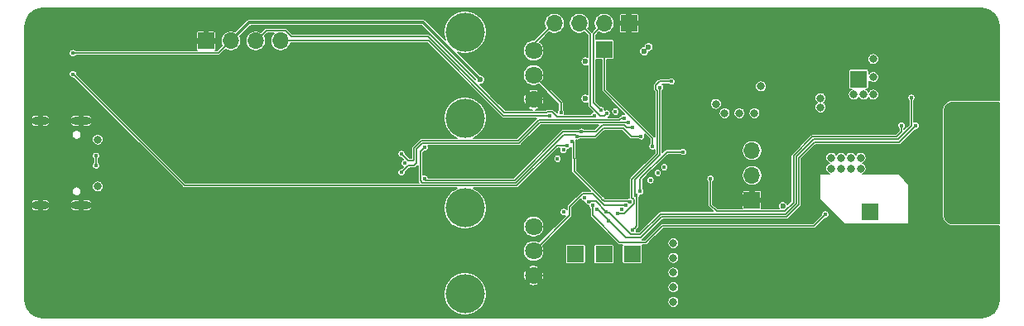
<source format=gbr>
G04 #@! TF.GenerationSoftware,KiCad,Pcbnew,5.1.5+dfsg1-2build2*
G04 #@! TF.CreationDate,2021-02-20T19:42:40+01:00*
G04 #@! TF.ProjectId,charge-hf,63686172-6765-42d6-9866-2e6b69636164,rev?*
G04 #@! TF.SameCoordinates,Original*
G04 #@! TF.FileFunction,Copper,L4,Bot*
G04 #@! TF.FilePolarity,Positive*
%FSLAX46Y46*%
G04 Gerber Fmt 4.6, Leading zero omitted, Abs format (unit mm)*
G04 Created by KiCad (PCBNEW 5.1.5+dfsg1-2build2) date 2021-02-20 19:42:40*
%MOMM*%
%LPD*%
G04 APERTURE LIST*
%ADD10C,4.000000*%
%ADD11C,1.800000*%
%ADD12O,1.700000X1.700000*%
%ADD13R,1.700000X1.700000*%
%ADD14R,5.080000X1.500000*%
%ADD15O,1.700000X0.900000*%
%ADD16O,2.000000X0.900000*%
%ADD17C,0.450000*%
%ADD18C,0.800000*%
%ADD19C,0.600000*%
%ADD20C,0.150000*%
%ADD21C,0.300000*%
%ADD22C,0.130000*%
G04 APERTURE END LIST*
D10*
X145200000Y-84600000D03*
X145200000Y-93400000D03*
D11*
X152200000Y-86500000D03*
X152200000Y-89000000D03*
X152200000Y-91500000D03*
D10*
X145200000Y-66600000D03*
X145200000Y-75400000D03*
D11*
X152200000Y-68500000D03*
X152200000Y-71000000D03*
X152200000Y-73500000D03*
D12*
X126320000Y-67500000D03*
X123780000Y-67500000D03*
X121240000Y-67500000D03*
D13*
X118700000Y-67500000D03*
X161950000Y-65700000D03*
D12*
X159410000Y-65700000D03*
X156870000Y-65700000D03*
X154330000Y-65700000D03*
D13*
X162300000Y-89300000D03*
X159400000Y-68350000D03*
X159400000Y-89300000D03*
D12*
X174550000Y-78720000D03*
X174550000Y-81260000D03*
D13*
X174550000Y-83800000D03*
D14*
X197250000Y-75750000D03*
X197250000Y-84250000D03*
D13*
X186650000Y-84950000D03*
X156500000Y-89300000D03*
X185450000Y-71400000D03*
D15*
X101760000Y-84320000D03*
X101760000Y-75680000D03*
D16*
X105930000Y-84320000D03*
X105930000Y-75680000D03*
D17*
X166300000Y-71650004D03*
X160781372Y-85147106D03*
D18*
X107625000Y-82400000D03*
X107625000Y-77600000D03*
D19*
X157500000Y-69600000D03*
X163966599Y-68116599D03*
X163506616Y-68559723D03*
X177700157Y-84398157D03*
D17*
X167500000Y-78850000D03*
X163113131Y-82897192D03*
X157837448Y-83937272D03*
X190850000Y-73300000D03*
X159588442Y-84984558D03*
X155650000Y-78200000D03*
X105100000Y-70900000D03*
X160573740Y-74726260D03*
X155300000Y-85000000D03*
X139046116Y-80000000D03*
X105100000Y-68750000D03*
D19*
X157500000Y-73400000D03*
D17*
X165572377Y-80426248D03*
X154650000Y-79550000D03*
D19*
X146750000Y-71450000D03*
D17*
X161617018Y-84340014D03*
X157429348Y-83529354D03*
X158700000Y-84700000D03*
X191300000Y-76150000D03*
X159900000Y-85950000D03*
X156150000Y-77750000D03*
X162048506Y-83956936D03*
X155000000Y-74823000D03*
X157100000Y-76800000D03*
X162303990Y-76328095D03*
X141050000Y-81600000D03*
X161437015Y-75395123D03*
X138700000Y-79050000D03*
X163199996Y-77250000D03*
X141050000Y-78400000D03*
X156650000Y-77250000D03*
X161877010Y-75800000D03*
X107450000Y-80250000D03*
X107450000Y-79250000D03*
X138700000Y-80950000D03*
X164350000Y-78300000D03*
X161200000Y-84750000D03*
X159699996Y-74900000D03*
X159075212Y-74572271D03*
X155250000Y-78650000D03*
X153808694Y-75139958D03*
X158407051Y-75139958D03*
X164900000Y-81000000D03*
X164153561Y-81746439D03*
X162350000Y-86850000D03*
X165123000Y-72250000D03*
X162675000Y-83275000D03*
X158243025Y-84347699D03*
X182050000Y-85249994D03*
X174200000Y-85950000D03*
X172400000Y-85950000D03*
X170600000Y-85950000D03*
X168800000Y-85950000D03*
X167000000Y-85950000D03*
D18*
X159950000Y-77000000D03*
X162950000Y-80000000D03*
X161950000Y-79000000D03*
X160950000Y-78000000D03*
X158950000Y-78000000D03*
X161950000Y-81000000D03*
X160950000Y-80000000D03*
X159950000Y-79000000D03*
X157950000Y-79000000D03*
X158950000Y-80000000D03*
X159950000Y-81000000D03*
X160950000Y-82000000D03*
X157950000Y-81000000D03*
X158950000Y-82000000D03*
X159950000Y-83000000D03*
X156950000Y-80000000D03*
D19*
X167600000Y-68300000D03*
X168350000Y-68300000D03*
X167400000Y-69900000D03*
X169100000Y-68300000D03*
X163800000Y-66400000D03*
X163800000Y-65600000D03*
X163800000Y-64800000D03*
X162750000Y-68300000D03*
X161800000Y-67050000D03*
X161800000Y-67900000D03*
X158850000Y-71450000D03*
X160300000Y-71200000D03*
X169000000Y-64800000D03*
X169000000Y-65600000D03*
X169000000Y-66400000D03*
D17*
X159550000Y-73400000D03*
X151300000Y-82200000D03*
X156000000Y-82800000D03*
X153600000Y-82500000D03*
X152500000Y-81400000D03*
X154700000Y-83600000D03*
X177800000Y-85950000D03*
X176000000Y-85950000D03*
D18*
X155300000Y-95300000D03*
X157300000Y-95300000D03*
X159300000Y-95300000D03*
X161300000Y-95300000D03*
X163300000Y-95300000D03*
X162300000Y-95300000D03*
X160300000Y-95300000D03*
X158300000Y-95300000D03*
X156300000Y-95300000D03*
X155300000Y-94300000D03*
X155300000Y-93300000D03*
X156300000Y-93300000D03*
X156300000Y-94300000D03*
X157300000Y-94300000D03*
X157300000Y-93300000D03*
X158300000Y-93300000D03*
X159300000Y-93300000D03*
X160300000Y-93300000D03*
X161300000Y-93300000D03*
X162300000Y-93300000D03*
X163300000Y-93300000D03*
X163300000Y-94300000D03*
X162300000Y-94300000D03*
X161300000Y-94300000D03*
X160300000Y-94300000D03*
X159300000Y-94300000D03*
X158300000Y-94300000D03*
D19*
X156550000Y-69600000D03*
X156550000Y-73250000D03*
D17*
X164900000Y-84200000D03*
X163600000Y-85500000D03*
X165366259Y-84531291D03*
X167250000Y-82000000D03*
X162751935Y-75248065D03*
X167100000Y-77900000D03*
X169600000Y-77250000D03*
X155850000Y-76350000D03*
X153450000Y-80050000D03*
X156900000Y-86600000D03*
X157600000Y-86950000D03*
X156700000Y-84600000D03*
X142650000Y-80000000D03*
X136850000Y-80000000D03*
X148900000Y-80850000D03*
D19*
X180400000Y-81550000D03*
X180400000Y-80600000D03*
X180400000Y-79600000D03*
X175400000Y-80000000D03*
X176700000Y-84200000D03*
X176700000Y-82550000D03*
X178850000Y-78300000D03*
X180415000Y-84300000D03*
D18*
X187150000Y-80000000D03*
D17*
X170900000Y-84150000D03*
X169900000Y-84700000D03*
D18*
X166500000Y-94200000D03*
X166500000Y-92700000D03*
X166500000Y-88200000D03*
X166500000Y-89700000D03*
X166500000Y-91200000D03*
X182650000Y-79450000D03*
X183650000Y-79450000D03*
X184650000Y-79450000D03*
X185650000Y-79450000D03*
X182650000Y-80550000D03*
X183650000Y-80550000D03*
X184650000Y-80550000D03*
X185650000Y-80550000D03*
X197000000Y-77200000D03*
X198100000Y-77200000D03*
X195900000Y-77200000D03*
X194800000Y-77200000D03*
X199200000Y-77200000D03*
X197000000Y-82800000D03*
X195900000Y-82800000D03*
X198100000Y-82800000D03*
X199200000Y-82800000D03*
X194800000Y-82800000D03*
X197000000Y-85700000D03*
X198100000Y-85700000D03*
X195900000Y-85700000D03*
X194800000Y-85700000D03*
X199200000Y-85700000D03*
X199200000Y-74300000D03*
X197000000Y-74300000D03*
X198100000Y-74300000D03*
X195900000Y-74300000D03*
X194800000Y-74300000D03*
X184950000Y-73000000D03*
X185950000Y-73000000D03*
X186950000Y-73000000D03*
X186950000Y-71200000D03*
X186950000Y-69350000D03*
X181550000Y-74300000D03*
X181550000Y-73350000D03*
X170850000Y-73950000D03*
X171750000Y-74900000D03*
X173250000Y-74900000D03*
X174800000Y-74900000D03*
X175450000Y-72150000D03*
D17*
X189850000Y-76150000D03*
X170300000Y-81600000D03*
D20*
X164845990Y-79062260D02*
X162250000Y-81658250D01*
X164695999Y-72454961D02*
X164845990Y-72604952D01*
X166300000Y-71650004D02*
X165091034Y-71650004D01*
X164845990Y-72604952D02*
X164845990Y-79062260D01*
X164695999Y-72045039D02*
X164695999Y-72454961D01*
X165091034Y-71650004D02*
X164695999Y-72045039D01*
X161460403Y-85177001D02*
X160827001Y-85177001D01*
X162475507Y-84161897D02*
X161460403Y-85177001D01*
X162475507Y-83757443D02*
X162475507Y-84161897D01*
X162247999Y-83529935D02*
X162475507Y-83757443D01*
X162247999Y-81660251D02*
X162247999Y-83529935D01*
X162250000Y-81658250D02*
X162247999Y-81660251D01*
X160827001Y-85177001D02*
X160800000Y-85150000D01*
X167500000Y-78850000D02*
X165841750Y-78850000D01*
X163113131Y-82578994D02*
X163113131Y-82897192D01*
X165841750Y-78850000D02*
X163113131Y-81578619D01*
X163113131Y-81578619D02*
X163113131Y-82578994D01*
X158038064Y-83920698D02*
X158550000Y-83920698D01*
X158021490Y-83937272D02*
X158038064Y-83920698D01*
X157837448Y-83937272D02*
X158021490Y-83937272D01*
X180835259Y-77572990D02*
X189477010Y-77572990D01*
X189477010Y-77572990D02*
X190850000Y-76200000D01*
X179072990Y-84127010D02*
X179072990Y-79335259D01*
X178000000Y-85200000D02*
X179072990Y-84127010D01*
X163100000Y-87300000D02*
X165200000Y-85200000D01*
X190850000Y-76200000D02*
X190850000Y-73618198D01*
X179072990Y-79335259D02*
X180835259Y-77572990D01*
X162168038Y-87300000D02*
X163100000Y-87300000D01*
X158550000Y-83918038D02*
X159600000Y-84968038D01*
X165200000Y-85200000D02*
X178000000Y-85200000D01*
X190850000Y-73618198D02*
X190850000Y-73300000D01*
X159600000Y-84968038D02*
X159600000Y-85050000D01*
X159918038Y-85050000D02*
X162168038Y-87300000D01*
X159600000Y-85050000D02*
X159918038Y-85050000D01*
X155650000Y-78200000D02*
X154591750Y-78200000D01*
X154591751Y-78200000D02*
X150487740Y-82304011D01*
X154591750Y-78200000D02*
X154591751Y-78200000D01*
X150487740Y-82304011D02*
X143550000Y-82304011D01*
X116504011Y-82304011D02*
X105324999Y-71124999D01*
X143550000Y-82304011D02*
X116504011Y-82304011D01*
X105324999Y-71124999D02*
X105100000Y-70900000D01*
X119950000Y-68750000D02*
X121250000Y-67450000D01*
X105050000Y-68750000D02*
X119950000Y-68750000D01*
D21*
X146750000Y-71450000D02*
X140900000Y-65600000D01*
X140900000Y-65600000D02*
X123150000Y-65600000D01*
X123150000Y-65600000D02*
X121200000Y-67550000D01*
D20*
X154330000Y-65700000D02*
X152150000Y-67880000D01*
X155875000Y-85350000D02*
X152200000Y-89025000D01*
X155875000Y-84451740D02*
X155875000Y-85350000D01*
X157224387Y-83102353D02*
X155875000Y-84451740D01*
X158227353Y-83102353D02*
X157224387Y-83102353D01*
X159447999Y-84322999D02*
X158227353Y-83102353D01*
X161404961Y-84322999D02*
X159447999Y-84322999D01*
X161421976Y-84340014D02*
X161404961Y-84322999D01*
X161617018Y-84340014D02*
X161421976Y-84340014D01*
X158924999Y-84924999D02*
X158700000Y-84700000D01*
X161600000Y-87600000D02*
X158924999Y-84924999D01*
X178091752Y-85500000D02*
X165300000Y-85500000D01*
X165300000Y-85500000D02*
X163200000Y-87600000D01*
X179350001Y-79450000D02*
X179350001Y-84241751D01*
X180950000Y-77850001D02*
X179350001Y-79450000D01*
X191300000Y-76150000D02*
X189600000Y-77850000D01*
X179350001Y-84241751D02*
X178091752Y-85500000D01*
X163200000Y-87600000D02*
X161600000Y-87600000D01*
X189600000Y-77850000D02*
X180950000Y-77850001D01*
X161865902Y-83956936D02*
X161821979Y-83913013D01*
X162048506Y-83956936D02*
X161865902Y-83956936D01*
X161821979Y-83913013D02*
X159438013Y-83913013D01*
X159438013Y-83913013D02*
X159225000Y-83700000D01*
X159091750Y-83575000D02*
X158342094Y-82825343D01*
X159100000Y-83575000D02*
X159091750Y-83575000D01*
X159225000Y-83700000D02*
X159100000Y-83575000D01*
X158342094Y-82825343D02*
X158342094Y-82817094D01*
X158342094Y-82825343D02*
X158325343Y-82825343D01*
X155000000Y-74823000D02*
X155000000Y-73850000D01*
X155000000Y-73850000D02*
X152200000Y-71050000D01*
X156300000Y-77900000D02*
X156200000Y-77800000D01*
X156300000Y-79504002D02*
X156300000Y-77900000D01*
X156347999Y-79552001D02*
X156300000Y-79504002D01*
X156347999Y-80831248D02*
X156347999Y-79552001D01*
X158342094Y-82825343D02*
X156347999Y-80831248D01*
X159229011Y-76120989D02*
X161503418Y-76120989D01*
X157100000Y-76800000D02*
X158550000Y-76800000D01*
X158550000Y-76800000D02*
X159229011Y-76120989D01*
X161985792Y-76328095D02*
X162303990Y-76328095D01*
X161503418Y-76120989D02*
X161710524Y-76328095D01*
X161710524Y-76328095D02*
X161985792Y-76328095D01*
X157100000Y-76800000D02*
X155208248Y-76800000D01*
X155208248Y-76800000D02*
X150258248Y-81750000D01*
X150258248Y-81750000D02*
X141150000Y-81750000D01*
X141150000Y-81750000D02*
X141050000Y-81650000D01*
X161118817Y-75395123D02*
X161437015Y-75395123D01*
X152741280Y-75566968D02*
X160946972Y-75566968D01*
X150612260Y-77695988D02*
X152741280Y-75566968D01*
X139950000Y-78476288D02*
X140730298Y-77695988D01*
X140730298Y-77695988D02*
X150612260Y-77695988D01*
X139950000Y-79650000D02*
X139950000Y-78476288D01*
X139850000Y-79750000D02*
X139950000Y-79650000D01*
X139400000Y-79750000D02*
X139850000Y-79750000D01*
X160946972Y-75566968D02*
X161118817Y-75395123D01*
X138700000Y-79050000D02*
X139400000Y-79750000D01*
X163199996Y-77250000D02*
X162200000Y-77250000D01*
X159343752Y-76398000D02*
X158491752Y-77250000D01*
X162200000Y-77250000D02*
X161348000Y-76398000D01*
X158491752Y-77250000D02*
X156968198Y-77250000D01*
X161348000Y-76398000D02*
X159343752Y-76398000D01*
X156968198Y-77250000D02*
X156650000Y-77250000D01*
X156500000Y-77100000D02*
X156650000Y-77250000D01*
X155300000Y-77100000D02*
X156500000Y-77100000D01*
X150372999Y-82027001D02*
X155300000Y-77100000D01*
X140845039Y-82027001D02*
X150372999Y-82027001D01*
X140622999Y-81804961D02*
X140845039Y-82027001D01*
X140622999Y-78827001D02*
X140622999Y-81804961D01*
X141050000Y-78400000D02*
X140622999Y-78827001D01*
X107450000Y-80250000D02*
X107450000Y-79250000D01*
X138700000Y-80950000D02*
X138700000Y-81000000D01*
X140000000Y-80250000D02*
X139400000Y-80250000D01*
X150727001Y-77972999D02*
X140845039Y-77972999D01*
X139400000Y-80250000D02*
X138700000Y-80950000D01*
X140250000Y-80000000D02*
X140000000Y-80250000D01*
X161877010Y-75800000D02*
X161833031Y-75843979D01*
X140845039Y-77972999D02*
X140250000Y-78568038D01*
X161833031Y-75843979D02*
X152856021Y-75843979D01*
X140250000Y-78568038D02*
X140250000Y-80000000D01*
X152856021Y-75843979D02*
X150727001Y-77972999D01*
X159450000Y-72550000D02*
X159450000Y-68400000D01*
X164350000Y-77450000D02*
X159450000Y-72550000D01*
X164350000Y-78300000D02*
X164350000Y-77450000D01*
X159474997Y-75124999D02*
X159024056Y-75124999D01*
X159699996Y-74900000D02*
X159474997Y-75124999D01*
X159024056Y-75124999D02*
X158022990Y-74123933D01*
X158022990Y-74123933D02*
X158022990Y-66822990D01*
X158022990Y-66822990D02*
X156900000Y-65700000D01*
X159400000Y-65700000D02*
X158300000Y-66800000D01*
X158300000Y-66800000D02*
X158300000Y-73797059D01*
X158850213Y-74347272D02*
X159075212Y-74572271D01*
X158300000Y-73797059D02*
X158850213Y-74347272D01*
X141450000Y-67450000D02*
X149139958Y-75139958D01*
X126300000Y-67450000D02*
X141450000Y-67450000D01*
X149139958Y-75139958D02*
X153490496Y-75139958D01*
X153490496Y-75139958D02*
X153808694Y-75139958D01*
X158297009Y-75250000D02*
X158407051Y-75139958D01*
X153497713Y-74818975D02*
X153603732Y-74712956D01*
X149218975Y-74818975D02*
X153497713Y-74818975D01*
X141423038Y-67023038D02*
X149218975Y-74818975D01*
X154600000Y-75250000D02*
X158297009Y-75250000D01*
X154062956Y-74712956D02*
X154600000Y-75250000D01*
X153603732Y-74712956D02*
X154062956Y-74712956D01*
X127400000Y-67023038D02*
X141423038Y-67023038D01*
X124852001Y-66447999D02*
X126824961Y-66447999D01*
X126824961Y-66447999D02*
X127400000Y-67023038D01*
X123800000Y-67500000D02*
X124852001Y-66447999D01*
X162574999Y-86625001D02*
X162350000Y-86850000D01*
X165123000Y-79177002D02*
X162575000Y-81725002D01*
X165123000Y-72250000D02*
X165123000Y-79177002D01*
X162575000Y-81725002D02*
X162575000Y-83325000D01*
X162675000Y-83275000D02*
X162675000Y-83325000D01*
X162675000Y-83325000D02*
X162752517Y-83402517D01*
X162752517Y-83402517D02*
X162752517Y-86447483D01*
X162752517Y-86447483D02*
X162550000Y-86650000D01*
X161000000Y-88100000D02*
X158250000Y-85350000D01*
X180899994Y-86400000D02*
X165400000Y-86400000D01*
X158250000Y-85350000D02*
X158250000Y-84350000D01*
X163700000Y-88100000D02*
X161000000Y-88100000D01*
X165400000Y-86400000D02*
X163700000Y-88100000D01*
X182050000Y-85249994D02*
X180899994Y-86400000D01*
X189850000Y-76150000D02*
X189850000Y-76800000D01*
X189850000Y-76800000D02*
X189354020Y-77295980D01*
X189354020Y-77295980D02*
X180720518Y-77295980D01*
X180720518Y-77295980D02*
X178795980Y-79220518D01*
X178795980Y-79220518D02*
X178795980Y-83620520D01*
X178795980Y-83620520D02*
X178795980Y-84012270D01*
X178795980Y-84012270D02*
X177885260Y-84922990D01*
X177885260Y-84922990D02*
X170922990Y-84922990D01*
X170922990Y-84922990D02*
X170300000Y-84300000D01*
X170300000Y-84300000D02*
X170300000Y-81600000D01*
D22*
G36*
X197990709Y-64190000D02*
G01*
X198351385Y-64225365D01*
X198689391Y-64327415D01*
X199001135Y-64493173D01*
X199274746Y-64716324D01*
X199499804Y-64988372D01*
X199667732Y-65298950D01*
X199772138Y-65636232D01*
X199809986Y-65996323D01*
X199810000Y-66000382D01*
X199810001Y-73570825D01*
X199725061Y-73559643D01*
X199700000Y-73558000D01*
X194943303Y-73558000D01*
X194919753Y-73559450D01*
X194798020Y-73574495D01*
X194752335Y-73585963D01*
X194637928Y-73630194D01*
X194596411Y-73652438D01*
X194496215Y-73723192D01*
X194477814Y-73737962D01*
X194234511Y-73959147D01*
X194216094Y-73978386D01*
X194127564Y-74084748D01*
X194099547Y-74129903D01*
X194043563Y-74256458D01*
X194028997Y-74307563D01*
X194009847Y-74444616D01*
X194008000Y-74471185D01*
X194008000Y-85492893D01*
X194009643Y-85517954D01*
X194026680Y-85647364D01*
X194039652Y-85695778D01*
X194089602Y-85816368D01*
X194114663Y-85859775D01*
X194194123Y-85963329D01*
X194210682Y-85982212D01*
X194467788Y-86239318D01*
X194486671Y-86255877D01*
X194590225Y-86335337D01*
X194633632Y-86360398D01*
X194754222Y-86410348D01*
X194802636Y-86423320D01*
X194932046Y-86440357D01*
X194957107Y-86442000D01*
X199700000Y-86442000D01*
X199725061Y-86440357D01*
X199810001Y-86429174D01*
X199810002Y-93990699D01*
X199774636Y-94351387D01*
X199672586Y-94689393D01*
X199506829Y-95001136D01*
X199283677Y-95274747D01*
X199011627Y-95499805D01*
X198701052Y-95667732D01*
X198363768Y-95772139D01*
X198003676Y-95809987D01*
X197999903Y-95810000D01*
X102009301Y-95810002D01*
X101648613Y-95774636D01*
X101310607Y-95672586D01*
X100998864Y-95506829D01*
X100725253Y-95283677D01*
X100500195Y-95011627D01*
X100332268Y-94701052D01*
X100227861Y-94363768D01*
X100190013Y-94003676D01*
X100190000Y-93999903D01*
X100190000Y-93184107D01*
X143008000Y-93184107D01*
X143008000Y-93615893D01*
X143092237Y-94039383D01*
X143257475Y-94438301D01*
X143497363Y-94797318D01*
X143802682Y-95102637D01*
X144161699Y-95342525D01*
X144560617Y-95507763D01*
X144984107Y-95592000D01*
X145415893Y-95592000D01*
X145839383Y-95507763D01*
X146238301Y-95342525D01*
X146597318Y-95102637D01*
X146902637Y-94797318D01*
X147142525Y-94438301D01*
X147265384Y-94141693D01*
X165908000Y-94141693D01*
X165908000Y-94258307D01*
X165930751Y-94372680D01*
X165975377Y-94480417D01*
X166040164Y-94577378D01*
X166122622Y-94659836D01*
X166219583Y-94724623D01*
X166327320Y-94769249D01*
X166441693Y-94792000D01*
X166558307Y-94792000D01*
X166672680Y-94769249D01*
X166780417Y-94724623D01*
X166877378Y-94659836D01*
X166959836Y-94577378D01*
X167024623Y-94480417D01*
X167069249Y-94372680D01*
X167092000Y-94258307D01*
X167092000Y-94141693D01*
X167069249Y-94027320D01*
X167024623Y-93919583D01*
X166959836Y-93822622D01*
X166877378Y-93740164D01*
X166780417Y-93675377D01*
X166672680Y-93630751D01*
X166558307Y-93608000D01*
X166441693Y-93608000D01*
X166327320Y-93630751D01*
X166219583Y-93675377D01*
X166122622Y-93740164D01*
X166040164Y-93822622D01*
X165975377Y-93919583D01*
X165930751Y-94027320D01*
X165908000Y-94141693D01*
X147265384Y-94141693D01*
X147307763Y-94039383D01*
X147392000Y-93615893D01*
X147392000Y-93184107D01*
X147307763Y-92760617D01*
X147258503Y-92641693D01*
X165908000Y-92641693D01*
X165908000Y-92758307D01*
X165930751Y-92872680D01*
X165975377Y-92980417D01*
X166040164Y-93077378D01*
X166122622Y-93159836D01*
X166219583Y-93224623D01*
X166327320Y-93269249D01*
X166441693Y-93292000D01*
X166558307Y-93292000D01*
X166672680Y-93269249D01*
X166780417Y-93224623D01*
X166877378Y-93159836D01*
X166959836Y-93077378D01*
X167024623Y-92980417D01*
X167069249Y-92872680D01*
X167092000Y-92758307D01*
X167092000Y-92641693D01*
X167069249Y-92527320D01*
X167024623Y-92419583D01*
X166959836Y-92322622D01*
X166877378Y-92240164D01*
X166780417Y-92175377D01*
X166672680Y-92130751D01*
X166558307Y-92108000D01*
X166441693Y-92108000D01*
X166327320Y-92130751D01*
X166219583Y-92175377D01*
X166122622Y-92240164D01*
X166040164Y-92322622D01*
X165975377Y-92419583D01*
X165930751Y-92527320D01*
X165908000Y-92641693D01*
X147258503Y-92641693D01*
X147142525Y-92361699D01*
X147133911Y-92348807D01*
X151618479Y-92348807D01*
X151733771Y-92463254D01*
X151930652Y-92535702D01*
X152137883Y-92568349D01*
X152347501Y-92559939D01*
X152551450Y-92510796D01*
X152666229Y-92463254D01*
X152781521Y-92348807D01*
X152200000Y-91767286D01*
X151618479Y-92348807D01*
X147133911Y-92348807D01*
X146902637Y-92002682D01*
X146597318Y-91697363D01*
X146238301Y-91457475D01*
X146191002Y-91437883D01*
X151131651Y-91437883D01*
X151140061Y-91647501D01*
X151189204Y-91851450D01*
X151236746Y-91966229D01*
X151351193Y-92081521D01*
X151932714Y-91500000D01*
X152467286Y-91500000D01*
X153048807Y-92081521D01*
X153163254Y-91966229D01*
X153235702Y-91769348D01*
X153268349Y-91562117D01*
X153259939Y-91352499D01*
X153210796Y-91148550D01*
X153207956Y-91141693D01*
X165908000Y-91141693D01*
X165908000Y-91258307D01*
X165930751Y-91372680D01*
X165975377Y-91480417D01*
X166040164Y-91577378D01*
X166122622Y-91659836D01*
X166219583Y-91724623D01*
X166327320Y-91769249D01*
X166441693Y-91792000D01*
X166558307Y-91792000D01*
X166672680Y-91769249D01*
X166780417Y-91724623D01*
X166877378Y-91659836D01*
X166959836Y-91577378D01*
X167024623Y-91480417D01*
X167069249Y-91372680D01*
X167092000Y-91258307D01*
X167092000Y-91141693D01*
X167069249Y-91027320D01*
X167024623Y-90919583D01*
X166959836Y-90822622D01*
X166877378Y-90740164D01*
X166780417Y-90675377D01*
X166672680Y-90630751D01*
X166558307Y-90608000D01*
X166441693Y-90608000D01*
X166327320Y-90630751D01*
X166219583Y-90675377D01*
X166122622Y-90740164D01*
X166040164Y-90822622D01*
X165975377Y-90919583D01*
X165930751Y-91027320D01*
X165908000Y-91141693D01*
X153207956Y-91141693D01*
X153163254Y-91033771D01*
X153048807Y-90918479D01*
X152467286Y-91500000D01*
X151932714Y-91500000D01*
X151351193Y-90918479D01*
X151236746Y-91033771D01*
X151164298Y-91230652D01*
X151131651Y-91437883D01*
X146191002Y-91437883D01*
X145839383Y-91292237D01*
X145415893Y-91208000D01*
X144984107Y-91208000D01*
X144560617Y-91292237D01*
X144161699Y-91457475D01*
X143802682Y-91697363D01*
X143497363Y-92002682D01*
X143257475Y-92361699D01*
X143092237Y-92760617D01*
X143008000Y-93184107D01*
X100190000Y-93184107D01*
X100190000Y-90651193D01*
X151618479Y-90651193D01*
X152200000Y-91232714D01*
X152781521Y-90651193D01*
X152666229Y-90536746D01*
X152469348Y-90464298D01*
X152262117Y-90431651D01*
X152052499Y-90440061D01*
X151848550Y-90489204D01*
X151733771Y-90536746D01*
X151618479Y-90651193D01*
X100190000Y-90651193D01*
X100190000Y-84598224D01*
X100811533Y-84598224D01*
X100861176Y-84726351D01*
X100950036Y-84815859D01*
X101054651Y-84886311D01*
X101171000Y-84935000D01*
X101571000Y-84935000D01*
X101571000Y-84509000D01*
X101949000Y-84509000D01*
X101949000Y-84935000D01*
X102349000Y-84935000D01*
X102465349Y-84886311D01*
X102569964Y-84815859D01*
X102658824Y-84726351D01*
X102708467Y-84598224D01*
X104831533Y-84598224D01*
X104881176Y-84726351D01*
X104970036Y-84815859D01*
X105074651Y-84886311D01*
X105191000Y-84935000D01*
X105741000Y-84935000D01*
X105741000Y-84509000D01*
X106119000Y-84509000D01*
X106119000Y-84935000D01*
X106669000Y-84935000D01*
X106785349Y-84886311D01*
X106889964Y-84815859D01*
X106978824Y-84726351D01*
X107028467Y-84598224D01*
X107021727Y-84509000D01*
X106119000Y-84509000D01*
X105741000Y-84509000D01*
X104838273Y-84509000D01*
X104831533Y-84598224D01*
X102708467Y-84598224D01*
X102701727Y-84509000D01*
X101949000Y-84509000D01*
X101571000Y-84509000D01*
X100818273Y-84509000D01*
X100811533Y-84598224D01*
X100190000Y-84598224D01*
X100190000Y-84041776D01*
X100811533Y-84041776D01*
X100818273Y-84131000D01*
X101571000Y-84131000D01*
X101571000Y-83705000D01*
X101949000Y-83705000D01*
X101949000Y-84131000D01*
X102701727Y-84131000D01*
X102708467Y-84041776D01*
X104831533Y-84041776D01*
X104838273Y-84131000D01*
X105741000Y-84131000D01*
X105741000Y-83705000D01*
X106119000Y-83705000D01*
X106119000Y-84131000D01*
X107021727Y-84131000D01*
X107028467Y-84041776D01*
X106978824Y-83913649D01*
X106889964Y-83824141D01*
X106785349Y-83753689D01*
X106669000Y-83705000D01*
X106119000Y-83705000D01*
X105741000Y-83705000D01*
X105191000Y-83705000D01*
X105074651Y-83753689D01*
X104970036Y-83824141D01*
X104881176Y-83913649D01*
X104831533Y-84041776D01*
X102708467Y-84041776D01*
X102658824Y-83913649D01*
X102569964Y-83824141D01*
X102465349Y-83753689D01*
X102349000Y-83705000D01*
X101949000Y-83705000D01*
X101571000Y-83705000D01*
X101171000Y-83705000D01*
X101054651Y-83753689D01*
X100950036Y-83824141D01*
X100861176Y-83913649D01*
X100811533Y-84041776D01*
X100190000Y-84041776D01*
X100190000Y-82841542D01*
X104958000Y-82841542D01*
X104958000Y-82938458D01*
X104976907Y-83033511D01*
X105013995Y-83123050D01*
X105067838Y-83203632D01*
X105136368Y-83272162D01*
X105216950Y-83326005D01*
X105306489Y-83363093D01*
X105401542Y-83382000D01*
X105498458Y-83382000D01*
X105593511Y-83363093D01*
X105683050Y-83326005D01*
X105763632Y-83272162D01*
X105832162Y-83203632D01*
X105886005Y-83123050D01*
X105923093Y-83033511D01*
X105942000Y-82938458D01*
X105942000Y-82841542D01*
X105923093Y-82746489D01*
X105886005Y-82656950D01*
X105832162Y-82576368D01*
X105763632Y-82507838D01*
X105683050Y-82453995D01*
X105593511Y-82416907D01*
X105498458Y-82398000D01*
X105401542Y-82398000D01*
X105306489Y-82416907D01*
X105216950Y-82453995D01*
X105136368Y-82507838D01*
X105067838Y-82576368D01*
X105013995Y-82656950D01*
X104976907Y-82746489D01*
X104958000Y-82841542D01*
X100190000Y-82841542D01*
X100190000Y-82341693D01*
X107033000Y-82341693D01*
X107033000Y-82458307D01*
X107055751Y-82572680D01*
X107100377Y-82680417D01*
X107165164Y-82777378D01*
X107247622Y-82859836D01*
X107344583Y-82924623D01*
X107452320Y-82969249D01*
X107566693Y-82992000D01*
X107683307Y-82992000D01*
X107797680Y-82969249D01*
X107905417Y-82924623D01*
X108002378Y-82859836D01*
X108084836Y-82777378D01*
X108149623Y-82680417D01*
X108194249Y-82572680D01*
X108217000Y-82458307D01*
X108217000Y-82341693D01*
X108194249Y-82227320D01*
X108149623Y-82119583D01*
X108084836Y-82022622D01*
X108002378Y-81940164D01*
X107905417Y-81875377D01*
X107797680Y-81830751D01*
X107683307Y-81808000D01*
X107566693Y-81808000D01*
X107452320Y-81830751D01*
X107344583Y-81875377D01*
X107247622Y-81940164D01*
X107165164Y-82022622D01*
X107100377Y-82119583D01*
X107055751Y-82227320D01*
X107033000Y-82341693D01*
X100190000Y-82341693D01*
X100190000Y-79208929D01*
X107033000Y-79208929D01*
X107033000Y-79291071D01*
X107049025Y-79371635D01*
X107080459Y-79447524D01*
X107126095Y-79515822D01*
X107183001Y-79572728D01*
X107183000Y-79927273D01*
X107126095Y-79984178D01*
X107080459Y-80052476D01*
X107049025Y-80128365D01*
X107033000Y-80208929D01*
X107033000Y-80291071D01*
X107049025Y-80371635D01*
X107080459Y-80447524D01*
X107126095Y-80515822D01*
X107184178Y-80573905D01*
X107252476Y-80619541D01*
X107328365Y-80650975D01*
X107408929Y-80667000D01*
X107491071Y-80667000D01*
X107571635Y-80650975D01*
X107647524Y-80619541D01*
X107715822Y-80573905D01*
X107773905Y-80515822D01*
X107819541Y-80447524D01*
X107850975Y-80371635D01*
X107867000Y-80291071D01*
X107867000Y-80208929D01*
X107850975Y-80128365D01*
X107819541Y-80052476D01*
X107773905Y-79984178D01*
X107717000Y-79927273D01*
X107717000Y-79572727D01*
X107773905Y-79515822D01*
X107819541Y-79447524D01*
X107850975Y-79371635D01*
X107867000Y-79291071D01*
X107867000Y-79208929D01*
X107850975Y-79128365D01*
X107819541Y-79052476D01*
X107773905Y-78984178D01*
X107715822Y-78926095D01*
X107647524Y-78880459D01*
X107571635Y-78849025D01*
X107491071Y-78833000D01*
X107408929Y-78833000D01*
X107328365Y-78849025D01*
X107252476Y-78880459D01*
X107184178Y-78926095D01*
X107126095Y-78984178D01*
X107080459Y-79052476D01*
X107049025Y-79128365D01*
X107033000Y-79208929D01*
X100190000Y-79208929D01*
X100190000Y-77061542D01*
X104958000Y-77061542D01*
X104958000Y-77158458D01*
X104976907Y-77253511D01*
X105013995Y-77343050D01*
X105067838Y-77423632D01*
X105136368Y-77492162D01*
X105216950Y-77546005D01*
X105306489Y-77583093D01*
X105401542Y-77602000D01*
X105498458Y-77602000D01*
X105593511Y-77583093D01*
X105683050Y-77546005D01*
X105689503Y-77541693D01*
X107033000Y-77541693D01*
X107033000Y-77658307D01*
X107055751Y-77772680D01*
X107100377Y-77880417D01*
X107165164Y-77977378D01*
X107247622Y-78059836D01*
X107344583Y-78124623D01*
X107452320Y-78169249D01*
X107566693Y-78192000D01*
X107683307Y-78192000D01*
X107797680Y-78169249D01*
X107905417Y-78124623D01*
X108002378Y-78059836D01*
X108084836Y-77977378D01*
X108149623Y-77880417D01*
X108194249Y-77772680D01*
X108217000Y-77658307D01*
X108217000Y-77541693D01*
X108194249Y-77427320D01*
X108149623Y-77319583D01*
X108084836Y-77222622D01*
X108002378Y-77140164D01*
X107905417Y-77075377D01*
X107797680Y-77030751D01*
X107683307Y-77008000D01*
X107566693Y-77008000D01*
X107452320Y-77030751D01*
X107344583Y-77075377D01*
X107247622Y-77140164D01*
X107165164Y-77222622D01*
X107100377Y-77319583D01*
X107055751Y-77427320D01*
X107033000Y-77541693D01*
X105689503Y-77541693D01*
X105763632Y-77492162D01*
X105832162Y-77423632D01*
X105886005Y-77343050D01*
X105923093Y-77253511D01*
X105942000Y-77158458D01*
X105942000Y-77061542D01*
X105923093Y-76966489D01*
X105886005Y-76876950D01*
X105832162Y-76796368D01*
X105763632Y-76727838D01*
X105683050Y-76673995D01*
X105593511Y-76636907D01*
X105498458Y-76618000D01*
X105401542Y-76618000D01*
X105306489Y-76636907D01*
X105216950Y-76673995D01*
X105136368Y-76727838D01*
X105067838Y-76796368D01*
X105013995Y-76876950D01*
X104976907Y-76966489D01*
X104958000Y-77061542D01*
X100190000Y-77061542D01*
X100190000Y-75958224D01*
X100811533Y-75958224D01*
X100861176Y-76086351D01*
X100950036Y-76175859D01*
X101054651Y-76246311D01*
X101171000Y-76295000D01*
X101571000Y-76295000D01*
X101571000Y-75869000D01*
X101949000Y-75869000D01*
X101949000Y-76295000D01*
X102349000Y-76295000D01*
X102465349Y-76246311D01*
X102569964Y-76175859D01*
X102658824Y-76086351D01*
X102708467Y-75958224D01*
X104831533Y-75958224D01*
X104881176Y-76086351D01*
X104970036Y-76175859D01*
X105074651Y-76246311D01*
X105191000Y-76295000D01*
X105741000Y-76295000D01*
X105741000Y-75869000D01*
X106119000Y-75869000D01*
X106119000Y-76295000D01*
X106669000Y-76295000D01*
X106785349Y-76246311D01*
X106889964Y-76175859D01*
X106978824Y-76086351D01*
X107028467Y-75958224D01*
X107021727Y-75869000D01*
X106119000Y-75869000D01*
X105741000Y-75869000D01*
X104838273Y-75869000D01*
X104831533Y-75958224D01*
X102708467Y-75958224D01*
X102701727Y-75869000D01*
X101949000Y-75869000D01*
X101571000Y-75869000D01*
X100818273Y-75869000D01*
X100811533Y-75958224D01*
X100190000Y-75958224D01*
X100190000Y-75401776D01*
X100811533Y-75401776D01*
X100818273Y-75491000D01*
X101571000Y-75491000D01*
X101571000Y-75065000D01*
X101949000Y-75065000D01*
X101949000Y-75491000D01*
X102701727Y-75491000D01*
X102708467Y-75401776D01*
X104831533Y-75401776D01*
X104838273Y-75491000D01*
X105741000Y-75491000D01*
X105741000Y-75065000D01*
X106119000Y-75065000D01*
X106119000Y-75491000D01*
X107021727Y-75491000D01*
X107028467Y-75401776D01*
X106978824Y-75273649D01*
X106889964Y-75184141D01*
X106785349Y-75113689D01*
X106669000Y-75065000D01*
X106119000Y-75065000D01*
X105741000Y-75065000D01*
X105191000Y-75065000D01*
X105074651Y-75113689D01*
X104970036Y-75184141D01*
X104881176Y-75273649D01*
X104831533Y-75401776D01*
X102708467Y-75401776D01*
X102658824Y-75273649D01*
X102569964Y-75184141D01*
X102465349Y-75113689D01*
X102349000Y-75065000D01*
X101949000Y-75065000D01*
X101571000Y-75065000D01*
X101171000Y-75065000D01*
X101054651Y-75113689D01*
X100950036Y-75184141D01*
X100861176Y-75273649D01*
X100811533Y-75401776D01*
X100190000Y-75401776D01*
X100189999Y-68708929D01*
X104683000Y-68708929D01*
X104683000Y-68791071D01*
X104699025Y-68871635D01*
X104730459Y-68947524D01*
X104776095Y-69015822D01*
X104834178Y-69073905D01*
X104902476Y-69119541D01*
X104978365Y-69150975D01*
X105058929Y-69167000D01*
X105141071Y-69167000D01*
X105221635Y-69150975D01*
X105297524Y-69119541D01*
X105365822Y-69073905D01*
X105422727Y-69017000D01*
X119936902Y-69017000D01*
X119950000Y-69018290D01*
X119963098Y-69017000D01*
X119963108Y-69017000D01*
X120002341Y-69013136D01*
X120052671Y-68997869D01*
X120099054Y-68973076D01*
X120139710Y-68939710D01*
X120148067Y-68929527D01*
X120691133Y-68386462D01*
X120746428Y-68423409D01*
X120936060Y-68501957D01*
X121137372Y-68542000D01*
X121342628Y-68542000D01*
X121543940Y-68501957D01*
X121733572Y-68423409D01*
X121904236Y-68309374D01*
X122049374Y-68164236D01*
X122163409Y-67993572D01*
X122241957Y-67803940D01*
X122282000Y-67602628D01*
X122282000Y-67397372D01*
X122241957Y-67196060D01*
X122182102Y-67051558D01*
X123291661Y-65942000D01*
X140758340Y-65942000D01*
X146258000Y-71441661D01*
X146258000Y-71480405D01*
X141621103Y-66843509D01*
X141612748Y-66833328D01*
X141572092Y-66799962D01*
X141525709Y-66775169D01*
X141475379Y-66759902D01*
X141436146Y-66756038D01*
X141436136Y-66756038D01*
X141423038Y-66754748D01*
X141409940Y-66756038D01*
X127510595Y-66756038D01*
X127023028Y-66268472D01*
X127014671Y-66258289D01*
X126974015Y-66224923D01*
X126927632Y-66200130D01*
X126877302Y-66184863D01*
X126838069Y-66180999D01*
X126838059Y-66180999D01*
X126824961Y-66179709D01*
X126811863Y-66180999D01*
X124865098Y-66180999D01*
X124852000Y-66179709D01*
X124838902Y-66180999D01*
X124838893Y-66180999D01*
X124799660Y-66184863D01*
X124749330Y-66200130D01*
X124702947Y-66224923D01*
X124702945Y-66224924D01*
X124702946Y-66224924D01*
X124672472Y-66249933D01*
X124672469Y-66249936D01*
X124662291Y-66258289D01*
X124653938Y-66268467D01*
X124316878Y-66605527D01*
X124273572Y-66576591D01*
X124083940Y-66498043D01*
X123882628Y-66458000D01*
X123677372Y-66458000D01*
X123476060Y-66498043D01*
X123286428Y-66576591D01*
X123115764Y-66690626D01*
X122970626Y-66835764D01*
X122856591Y-67006428D01*
X122778043Y-67196060D01*
X122738000Y-67397372D01*
X122738000Y-67602628D01*
X122778043Y-67803940D01*
X122856591Y-67993572D01*
X122970626Y-68164236D01*
X123115764Y-68309374D01*
X123286428Y-68423409D01*
X123476060Y-68501957D01*
X123677372Y-68542000D01*
X123882628Y-68542000D01*
X124083940Y-68501957D01*
X124273572Y-68423409D01*
X124444236Y-68309374D01*
X124589374Y-68164236D01*
X124703409Y-67993572D01*
X124781957Y-67803940D01*
X124822000Y-67602628D01*
X124822000Y-67397372D01*
X124781957Y-67196060D01*
X124703409Y-67006428D01*
X124690494Y-66987100D01*
X124962596Y-66714999D01*
X125631391Y-66714999D01*
X125510626Y-66835764D01*
X125396591Y-67006428D01*
X125318043Y-67196060D01*
X125278000Y-67397372D01*
X125278000Y-67602628D01*
X125318043Y-67803940D01*
X125396591Y-67993572D01*
X125510626Y-68164236D01*
X125655764Y-68309374D01*
X125826428Y-68423409D01*
X126016060Y-68501957D01*
X126217372Y-68542000D01*
X126422628Y-68542000D01*
X126623940Y-68501957D01*
X126813572Y-68423409D01*
X126984236Y-68309374D01*
X127129374Y-68164236D01*
X127243409Y-67993572D01*
X127321957Y-67803940D01*
X127339250Y-67717000D01*
X141339406Y-67717000D01*
X148941895Y-75319490D01*
X148950248Y-75329668D01*
X148960426Y-75338021D01*
X148960429Y-75338024D01*
X148983393Y-75356870D01*
X148990904Y-75363034D01*
X149037287Y-75387827D01*
X149087617Y-75403094D01*
X149126850Y-75406958D01*
X149126860Y-75406958D01*
X149139958Y-75408248D01*
X149153056Y-75406958D01*
X152523695Y-75406958D01*
X150501666Y-77428988D01*
X146029562Y-77428988D01*
X146238301Y-77342525D01*
X146597318Y-77102637D01*
X146902637Y-76797318D01*
X147142525Y-76438301D01*
X147307763Y-76039383D01*
X147392000Y-75615893D01*
X147392000Y-75184107D01*
X147307763Y-74760617D01*
X147142525Y-74361699D01*
X146902637Y-74002682D01*
X146597318Y-73697363D01*
X146238301Y-73457475D01*
X145839383Y-73292237D01*
X145415893Y-73208000D01*
X144984107Y-73208000D01*
X144560617Y-73292237D01*
X144161699Y-73457475D01*
X143802682Y-73697363D01*
X143497363Y-74002682D01*
X143257475Y-74361699D01*
X143092237Y-74760617D01*
X143008000Y-75184107D01*
X143008000Y-75615893D01*
X143092237Y-76039383D01*
X143257475Y-76438301D01*
X143497363Y-76797318D01*
X143802682Y-77102637D01*
X144161699Y-77342525D01*
X144370438Y-77428988D01*
X140743395Y-77428988D01*
X140730297Y-77427698D01*
X140717199Y-77428988D01*
X140717190Y-77428988D01*
X140677957Y-77432852D01*
X140627627Y-77448119D01*
X140587234Y-77469710D01*
X140581242Y-77472913D01*
X140550834Y-77497869D01*
X140540588Y-77506278D01*
X140532235Y-77516456D01*
X139770469Y-78278225D01*
X139760291Y-78286578D01*
X139751938Y-78296756D01*
X139751934Y-78296760D01*
X139726924Y-78327234D01*
X139702131Y-78373618D01*
X139686865Y-78423947D01*
X139681710Y-78476288D01*
X139683001Y-78489396D01*
X139683000Y-79483000D01*
X139510595Y-79483000D01*
X139117000Y-79089406D01*
X139117000Y-79008929D01*
X139100975Y-78928365D01*
X139069541Y-78852476D01*
X139023905Y-78784178D01*
X138965822Y-78726095D01*
X138897524Y-78680459D01*
X138821635Y-78649025D01*
X138741071Y-78633000D01*
X138658929Y-78633000D01*
X138578365Y-78649025D01*
X138502476Y-78680459D01*
X138434178Y-78726095D01*
X138376095Y-78784178D01*
X138330459Y-78852476D01*
X138299025Y-78928365D01*
X138283000Y-79008929D01*
X138283000Y-79091071D01*
X138299025Y-79171635D01*
X138330459Y-79247524D01*
X138376095Y-79315822D01*
X138434178Y-79373905D01*
X138502476Y-79419541D01*
X138578365Y-79450975D01*
X138658929Y-79467000D01*
X138739406Y-79467000D01*
X138886969Y-79614563D01*
X138848592Y-79630459D01*
X138780294Y-79676095D01*
X138722211Y-79734178D01*
X138676575Y-79802476D01*
X138645141Y-79878365D01*
X138629116Y-79958929D01*
X138629116Y-80041071D01*
X138645141Y-80121635D01*
X138676575Y-80197524D01*
X138722211Y-80265822D01*
X138780294Y-80323905D01*
X138848592Y-80369541D01*
X138886969Y-80385437D01*
X138739406Y-80533000D01*
X138658929Y-80533000D01*
X138578365Y-80549025D01*
X138502476Y-80580459D01*
X138434178Y-80626095D01*
X138376095Y-80684178D01*
X138330459Y-80752476D01*
X138299025Y-80828365D01*
X138283000Y-80908929D01*
X138283000Y-80991071D01*
X138299025Y-81071635D01*
X138330459Y-81147524D01*
X138376095Y-81215822D01*
X138434178Y-81273905D01*
X138502476Y-81319541D01*
X138578365Y-81350975D01*
X138658929Y-81367000D01*
X138741071Y-81367000D01*
X138821635Y-81350975D01*
X138897524Y-81319541D01*
X138965822Y-81273905D01*
X139023905Y-81215822D01*
X139069541Y-81147524D01*
X139100975Y-81071635D01*
X139117000Y-80991071D01*
X139117000Y-80910594D01*
X139510595Y-80517000D01*
X139986902Y-80517000D01*
X140000000Y-80518290D01*
X140013098Y-80517000D01*
X140013108Y-80517000D01*
X140052341Y-80513136D01*
X140102671Y-80497869D01*
X140149054Y-80473076D01*
X140189710Y-80439710D01*
X140198067Y-80429527D01*
X140355999Y-80271595D01*
X140356000Y-81791853D01*
X140354709Y-81804961D01*
X140359864Y-81857302D01*
X140375130Y-81907631D01*
X140399924Y-81954015D01*
X140424933Y-81984489D01*
X140424937Y-81984493D01*
X140433290Y-81994671D01*
X140443468Y-82003024D01*
X140477455Y-82037011D01*
X116614606Y-82037011D01*
X105523070Y-70945476D01*
X105523065Y-70945470D01*
X105517000Y-70939405D01*
X105517000Y-70858929D01*
X105500975Y-70778365D01*
X105469541Y-70702476D01*
X105423905Y-70634178D01*
X105365822Y-70576095D01*
X105297524Y-70530459D01*
X105221635Y-70499025D01*
X105141071Y-70483000D01*
X105058929Y-70483000D01*
X104978365Y-70499025D01*
X104902476Y-70530459D01*
X104834178Y-70576095D01*
X104776095Y-70634178D01*
X104730459Y-70702476D01*
X104699025Y-70778365D01*
X104683000Y-70858929D01*
X104683000Y-70941071D01*
X104699025Y-71021635D01*
X104730459Y-71097524D01*
X104776095Y-71165822D01*
X104834178Y-71223905D01*
X104902476Y-71269541D01*
X104978365Y-71300975D01*
X105058929Y-71317000D01*
X105139405Y-71317000D01*
X105145470Y-71323065D01*
X105145476Y-71323070D01*
X116305948Y-82483543D01*
X116314301Y-82493721D01*
X116324479Y-82502074D01*
X116324481Y-82502076D01*
X116331502Y-82507838D01*
X116354957Y-82527087D01*
X116401340Y-82551880D01*
X116451670Y-82567147D01*
X116490903Y-82571011D01*
X116490912Y-82571011D01*
X116504010Y-82572301D01*
X116517108Y-82571011D01*
X144370441Y-82571011D01*
X144161699Y-82657475D01*
X143802682Y-82897363D01*
X143497363Y-83202682D01*
X143257475Y-83561699D01*
X143092237Y-83960617D01*
X143008000Y-84384107D01*
X143008000Y-84815893D01*
X143092237Y-85239383D01*
X143257475Y-85638301D01*
X143497363Y-85997318D01*
X143802682Y-86302637D01*
X144161699Y-86542525D01*
X144560617Y-86707763D01*
X144984107Y-86792000D01*
X145415893Y-86792000D01*
X145839383Y-86707763D01*
X146238301Y-86542525D01*
X146462908Y-86392447D01*
X151108000Y-86392447D01*
X151108000Y-86607553D01*
X151149965Y-86818525D01*
X151232282Y-87017256D01*
X151351788Y-87196110D01*
X151503890Y-87348212D01*
X151682744Y-87467718D01*
X151881475Y-87550035D01*
X152092447Y-87592000D01*
X152307553Y-87592000D01*
X152518525Y-87550035D01*
X152717256Y-87467718D01*
X152896110Y-87348212D01*
X153048212Y-87196110D01*
X153167718Y-87017256D01*
X153250035Y-86818525D01*
X153292000Y-86607553D01*
X153292000Y-86392447D01*
X153250035Y-86181475D01*
X153167718Y-85982744D01*
X153048212Y-85803890D01*
X152896110Y-85651788D01*
X152717256Y-85532282D01*
X152518525Y-85449965D01*
X152307553Y-85408000D01*
X152092447Y-85408000D01*
X151881475Y-85449965D01*
X151682744Y-85532282D01*
X151503890Y-85651788D01*
X151351788Y-85803890D01*
X151232282Y-85982744D01*
X151149965Y-86181475D01*
X151108000Y-86392447D01*
X146462908Y-86392447D01*
X146597318Y-86302637D01*
X146902637Y-85997318D01*
X147142525Y-85638301D01*
X147307763Y-85239383D01*
X147392000Y-84815893D01*
X147392000Y-84384107D01*
X147307763Y-83960617D01*
X147142525Y-83561699D01*
X146902637Y-83202682D01*
X146597318Y-82897363D01*
X146238301Y-82657475D01*
X146029559Y-82571011D01*
X150474642Y-82571011D01*
X150487740Y-82572301D01*
X150500838Y-82571011D01*
X150500848Y-82571011D01*
X150540081Y-82567147D01*
X150590411Y-82551880D01*
X150636794Y-82527087D01*
X150677450Y-82493721D01*
X150685807Y-82483538D01*
X153660416Y-79508929D01*
X154233000Y-79508929D01*
X154233000Y-79591071D01*
X154249025Y-79671635D01*
X154280459Y-79747524D01*
X154326095Y-79815822D01*
X154384178Y-79873905D01*
X154452476Y-79919541D01*
X154528365Y-79950975D01*
X154608929Y-79967000D01*
X154691071Y-79967000D01*
X154771635Y-79950975D01*
X154847524Y-79919541D01*
X154915822Y-79873905D01*
X154973905Y-79815822D01*
X155019541Y-79747524D01*
X155050975Y-79671635D01*
X155067000Y-79591071D01*
X155067000Y-79508929D01*
X155050975Y-79428365D01*
X155019541Y-79352476D01*
X154973905Y-79284178D01*
X154915822Y-79226095D01*
X154847524Y-79180459D01*
X154771635Y-79149025D01*
X154691071Y-79133000D01*
X154608929Y-79133000D01*
X154528365Y-79149025D01*
X154452476Y-79180459D01*
X154384178Y-79226095D01*
X154326095Y-79284178D01*
X154280459Y-79352476D01*
X154249025Y-79428365D01*
X154233000Y-79508929D01*
X153660416Y-79508929D01*
X154702346Y-78467000D01*
X154874443Y-78467000D01*
X154849025Y-78528365D01*
X154833000Y-78608929D01*
X154833000Y-78691071D01*
X154849025Y-78771635D01*
X154880459Y-78847524D01*
X154926095Y-78915822D01*
X154984178Y-78973905D01*
X155052476Y-79019541D01*
X155128365Y-79050975D01*
X155208929Y-79067000D01*
X155291071Y-79067000D01*
X155371635Y-79050975D01*
X155447524Y-79019541D01*
X155515822Y-78973905D01*
X155573905Y-78915822D01*
X155619541Y-78847524D01*
X155650975Y-78771635D01*
X155667000Y-78691071D01*
X155667000Y-78617000D01*
X155691071Y-78617000D01*
X155771635Y-78600975D01*
X155847524Y-78569541D01*
X155915822Y-78523905D01*
X155973905Y-78465822D01*
X156019541Y-78397524D01*
X156033001Y-78365029D01*
X156033000Y-79490904D01*
X156031710Y-79504002D01*
X156033000Y-79517100D01*
X156033000Y-79517109D01*
X156036864Y-79556342D01*
X156052131Y-79606672D01*
X156076924Y-79653056D01*
X156081000Y-79658022D01*
X156080999Y-80818150D01*
X156079709Y-80831248D01*
X156080999Y-80844346D01*
X156080999Y-80844355D01*
X156084863Y-80883588D01*
X156100130Y-80933918D01*
X156124923Y-80980302D01*
X156158289Y-81020958D01*
X156168472Y-81029315D01*
X157974509Y-82835353D01*
X157237484Y-82835353D01*
X157224386Y-82834063D01*
X157211288Y-82835353D01*
X157211279Y-82835353D01*
X157172046Y-82839217D01*
X157121716Y-82854484D01*
X157075333Y-82879277D01*
X157075331Y-82879278D01*
X157075332Y-82879278D01*
X157044859Y-82904287D01*
X157034677Y-82912643D01*
X157026324Y-82922821D01*
X155695473Y-84253673D01*
X155685290Y-84262030D01*
X155651924Y-84302686D01*
X155627131Y-84349070D01*
X155611864Y-84399400D01*
X155608000Y-84438633D01*
X155608000Y-84438642D01*
X155606710Y-84451740D01*
X155608000Y-84464838D01*
X155608000Y-84718273D01*
X155565822Y-84676095D01*
X155497524Y-84630459D01*
X155421635Y-84599025D01*
X155341071Y-84583000D01*
X155258929Y-84583000D01*
X155178365Y-84599025D01*
X155102476Y-84630459D01*
X155034178Y-84676095D01*
X154976095Y-84734178D01*
X154930459Y-84802476D01*
X154899025Y-84878365D01*
X154883000Y-84958929D01*
X154883000Y-85041071D01*
X154899025Y-85121635D01*
X154930459Y-85197524D01*
X154976095Y-85265822D01*
X155034178Y-85323905D01*
X155102476Y-85369541D01*
X155178365Y-85400975D01*
X155258929Y-85417000D01*
X155341071Y-85417000D01*
X155421635Y-85400975D01*
X155463963Y-85383442D01*
X152775924Y-88071482D01*
X152717256Y-88032282D01*
X152518525Y-87949965D01*
X152307553Y-87908000D01*
X152092447Y-87908000D01*
X151881475Y-87949965D01*
X151682744Y-88032282D01*
X151503890Y-88151788D01*
X151351788Y-88303890D01*
X151232282Y-88482744D01*
X151149965Y-88681475D01*
X151108000Y-88892447D01*
X151108000Y-89107553D01*
X151149965Y-89318525D01*
X151232282Y-89517256D01*
X151351788Y-89696110D01*
X151503890Y-89848212D01*
X151682744Y-89967718D01*
X151881475Y-90050035D01*
X152092447Y-90092000D01*
X152307553Y-90092000D01*
X152518525Y-90050035D01*
X152717256Y-89967718D01*
X152896110Y-89848212D01*
X153048212Y-89696110D01*
X153167718Y-89517256D01*
X153250035Y-89318525D01*
X153292000Y-89107553D01*
X153292000Y-88892447D01*
X153250035Y-88681475D01*
X153167718Y-88482744D01*
X153148545Y-88454049D01*
X153152594Y-88450000D01*
X155457071Y-88450000D01*
X155457071Y-90150000D01*
X155460778Y-90187639D01*
X155471757Y-90223831D01*
X155489585Y-90257186D01*
X155513579Y-90286421D01*
X155542814Y-90310415D01*
X155576169Y-90328243D01*
X155612361Y-90339222D01*
X155650000Y-90342929D01*
X157350000Y-90342929D01*
X157387639Y-90339222D01*
X157423831Y-90328243D01*
X157457186Y-90310415D01*
X157486421Y-90286421D01*
X157510415Y-90257186D01*
X157528243Y-90223831D01*
X157539222Y-90187639D01*
X157542929Y-90150000D01*
X157542929Y-88450000D01*
X158357071Y-88450000D01*
X158357071Y-90150000D01*
X158360778Y-90187639D01*
X158371757Y-90223831D01*
X158389585Y-90257186D01*
X158413579Y-90286421D01*
X158442814Y-90310415D01*
X158476169Y-90328243D01*
X158512361Y-90339222D01*
X158550000Y-90342929D01*
X160250000Y-90342929D01*
X160287639Y-90339222D01*
X160323831Y-90328243D01*
X160357186Y-90310415D01*
X160386421Y-90286421D01*
X160410415Y-90257186D01*
X160428243Y-90223831D01*
X160439222Y-90187639D01*
X160442929Y-90150000D01*
X160442929Y-88450000D01*
X160439222Y-88412361D01*
X160428243Y-88376169D01*
X160410415Y-88342814D01*
X160386421Y-88313579D01*
X160357186Y-88289585D01*
X160323831Y-88271757D01*
X160287639Y-88260778D01*
X160250000Y-88257071D01*
X158550000Y-88257071D01*
X158512361Y-88260778D01*
X158476169Y-88271757D01*
X158442814Y-88289585D01*
X158413579Y-88313579D01*
X158389585Y-88342814D01*
X158371757Y-88376169D01*
X158360778Y-88412361D01*
X158357071Y-88450000D01*
X157542929Y-88450000D01*
X157539222Y-88412361D01*
X157528243Y-88376169D01*
X157510415Y-88342814D01*
X157486421Y-88313579D01*
X157457186Y-88289585D01*
X157423831Y-88271757D01*
X157387639Y-88260778D01*
X157350000Y-88257071D01*
X155650000Y-88257071D01*
X155612361Y-88260778D01*
X155576169Y-88271757D01*
X155542814Y-88289585D01*
X155513579Y-88313579D01*
X155489585Y-88342814D01*
X155471757Y-88376169D01*
X155460778Y-88412361D01*
X155457071Y-88450000D01*
X153152594Y-88450000D01*
X156054532Y-85548063D01*
X156064710Y-85539710D01*
X156073063Y-85529532D01*
X156073066Y-85529529D01*
X156098076Y-85499055D01*
X156122869Y-85452671D01*
X156126671Y-85440136D01*
X156138136Y-85402341D01*
X156142000Y-85363108D01*
X156142000Y-85363098D01*
X156143290Y-85350000D01*
X156142000Y-85336902D01*
X156142000Y-84562334D01*
X157035687Y-83668647D01*
X157059807Y-83726878D01*
X157105443Y-83795176D01*
X157163526Y-83853259D01*
X157231824Y-83898895D01*
X157307713Y-83930329D01*
X157388277Y-83946354D01*
X157420448Y-83946354D01*
X157420448Y-83978343D01*
X157436473Y-84058907D01*
X157467907Y-84134796D01*
X157513543Y-84203094D01*
X157571626Y-84261177D01*
X157639924Y-84306813D01*
X157715813Y-84338247D01*
X157796377Y-84354272D01*
X157826025Y-84354272D01*
X157826025Y-84388770D01*
X157842050Y-84469334D01*
X157873484Y-84545223D01*
X157919120Y-84613521D01*
X157977203Y-84671604D01*
X157983001Y-84675478D01*
X157983000Y-85336902D01*
X157981710Y-85350000D01*
X157983000Y-85363098D01*
X157983000Y-85363107D01*
X157986864Y-85402340D01*
X158002131Y-85452670D01*
X158026924Y-85499054D01*
X158060290Y-85539710D01*
X158070473Y-85548067D01*
X160801937Y-88279532D01*
X160810290Y-88289710D01*
X160820468Y-88298063D01*
X160820471Y-88298066D01*
X160827568Y-88303890D01*
X160850946Y-88323076D01*
X160897329Y-88347869D01*
X160947659Y-88363136D01*
X160986892Y-88367000D01*
X160986901Y-88367000D01*
X160999999Y-88368290D01*
X161013097Y-88367000D01*
X161276658Y-88367000D01*
X161271757Y-88376169D01*
X161260778Y-88412361D01*
X161257071Y-88450000D01*
X161257071Y-90150000D01*
X161260778Y-90187639D01*
X161271757Y-90223831D01*
X161289585Y-90257186D01*
X161313579Y-90286421D01*
X161342814Y-90310415D01*
X161376169Y-90328243D01*
X161412361Y-90339222D01*
X161450000Y-90342929D01*
X163150000Y-90342929D01*
X163187639Y-90339222D01*
X163223831Y-90328243D01*
X163257186Y-90310415D01*
X163286421Y-90286421D01*
X163310415Y-90257186D01*
X163328243Y-90223831D01*
X163339222Y-90187639D01*
X163342929Y-90150000D01*
X163342929Y-89641693D01*
X165908000Y-89641693D01*
X165908000Y-89758307D01*
X165930751Y-89872680D01*
X165975377Y-89980417D01*
X166040164Y-90077378D01*
X166122622Y-90159836D01*
X166219583Y-90224623D01*
X166327320Y-90269249D01*
X166441693Y-90292000D01*
X166558307Y-90292000D01*
X166672680Y-90269249D01*
X166780417Y-90224623D01*
X166877378Y-90159836D01*
X166959836Y-90077378D01*
X167024623Y-89980417D01*
X167069249Y-89872680D01*
X167092000Y-89758307D01*
X167092000Y-89641693D01*
X167069249Y-89527320D01*
X167024623Y-89419583D01*
X166959836Y-89322622D01*
X166877378Y-89240164D01*
X166780417Y-89175377D01*
X166672680Y-89130751D01*
X166558307Y-89108000D01*
X166441693Y-89108000D01*
X166327320Y-89130751D01*
X166219583Y-89175377D01*
X166122622Y-89240164D01*
X166040164Y-89322622D01*
X165975377Y-89419583D01*
X165930751Y-89527320D01*
X165908000Y-89641693D01*
X163342929Y-89641693D01*
X163342929Y-88450000D01*
X163339222Y-88412361D01*
X163328243Y-88376169D01*
X163323342Y-88367000D01*
X163686902Y-88367000D01*
X163700000Y-88368290D01*
X163713098Y-88367000D01*
X163713108Y-88367000D01*
X163752341Y-88363136D01*
X163802671Y-88347869D01*
X163849054Y-88323076D01*
X163889710Y-88289710D01*
X163898067Y-88279527D01*
X164035901Y-88141693D01*
X165908000Y-88141693D01*
X165908000Y-88258307D01*
X165930751Y-88372680D01*
X165975377Y-88480417D01*
X166040164Y-88577378D01*
X166122622Y-88659836D01*
X166219583Y-88724623D01*
X166327320Y-88769249D01*
X166441693Y-88792000D01*
X166558307Y-88792000D01*
X166672680Y-88769249D01*
X166780417Y-88724623D01*
X166877378Y-88659836D01*
X166959836Y-88577378D01*
X167024623Y-88480417D01*
X167069249Y-88372680D01*
X167092000Y-88258307D01*
X167092000Y-88141693D01*
X167069249Y-88027320D01*
X167024623Y-87919583D01*
X166959836Y-87822622D01*
X166877378Y-87740164D01*
X166780417Y-87675377D01*
X166672680Y-87630751D01*
X166558307Y-87608000D01*
X166441693Y-87608000D01*
X166327320Y-87630751D01*
X166219583Y-87675377D01*
X166122622Y-87740164D01*
X166040164Y-87822622D01*
X165975377Y-87919583D01*
X165930751Y-88027320D01*
X165908000Y-88141693D01*
X164035901Y-88141693D01*
X165510595Y-86667000D01*
X180886896Y-86667000D01*
X180899994Y-86668290D01*
X180913092Y-86667000D01*
X180913102Y-86667000D01*
X180952335Y-86663136D01*
X181002665Y-86647869D01*
X181049048Y-86623076D01*
X181089704Y-86589710D01*
X181098061Y-86579527D01*
X182010595Y-85666994D01*
X182091071Y-85666994D01*
X182171635Y-85650969D01*
X182247524Y-85619535D01*
X182315822Y-85573899D01*
X182373905Y-85515816D01*
X182419541Y-85447518D01*
X182450975Y-85371629D01*
X182467000Y-85291065D01*
X182467000Y-85208923D01*
X182450975Y-85128359D01*
X182419541Y-85052470D01*
X182373905Y-84984172D01*
X182315822Y-84926089D01*
X182247524Y-84880453D01*
X182171635Y-84849019D01*
X182091071Y-84832994D01*
X182008929Y-84832994D01*
X181928365Y-84849019D01*
X181852476Y-84880453D01*
X181784178Y-84926089D01*
X181726095Y-84984172D01*
X181680459Y-85052470D01*
X181649025Y-85128359D01*
X181633000Y-85208923D01*
X181633000Y-85289399D01*
X180789400Y-86133000D01*
X165413097Y-86133000D01*
X165399999Y-86131710D01*
X165386901Y-86133000D01*
X165386892Y-86133000D01*
X165347659Y-86136864D01*
X165297329Y-86152131D01*
X165250946Y-86176924D01*
X165250944Y-86176925D01*
X165250945Y-86176925D01*
X165220471Y-86201934D01*
X165220468Y-86201937D01*
X165210290Y-86210290D01*
X165201937Y-86220468D01*
X163589406Y-87833000D01*
X163330488Y-87833000D01*
X163349054Y-87823076D01*
X163389710Y-87789710D01*
X163398067Y-87779527D01*
X165410595Y-85767000D01*
X178078654Y-85767000D01*
X178091752Y-85768290D01*
X178104850Y-85767000D01*
X178104860Y-85767000D01*
X178144093Y-85763136D01*
X178194423Y-85747869D01*
X178240806Y-85723076D01*
X178281462Y-85689710D01*
X178289819Y-85679527D01*
X179529533Y-84439814D01*
X179539711Y-84431461D01*
X179548064Y-84421283D01*
X179548067Y-84421280D01*
X179573077Y-84390806D01*
X179597870Y-84344422D01*
X179601335Y-84333000D01*
X179613137Y-84294092D01*
X179617001Y-84254859D01*
X179617001Y-84254849D01*
X179618291Y-84241751D01*
X179617001Y-84228653D01*
X179617001Y-81176919D01*
X181435000Y-81176919D01*
X181435000Y-83676919D01*
X181436249Y-83689600D01*
X181439948Y-83701793D01*
X181445954Y-83713031D01*
X181454038Y-83722881D01*
X183954038Y-86222881D01*
X183963888Y-86230965D01*
X183975126Y-86236971D01*
X183987319Y-86240670D01*
X184000000Y-86241919D01*
X190500000Y-86241919D01*
X190512681Y-86240670D01*
X190524874Y-86236971D01*
X190536112Y-86230965D01*
X190545962Y-86222881D01*
X190554046Y-86213031D01*
X190560052Y-86201793D01*
X190563751Y-86189600D01*
X190565000Y-86176919D01*
X190565000Y-82176919D01*
X190563751Y-82164238D01*
X190560052Y-82152045D01*
X190554046Y-82140807D01*
X190545962Y-82130957D01*
X189545962Y-81130957D01*
X189536112Y-81122873D01*
X189524874Y-81116867D01*
X189512681Y-81113168D01*
X189500000Y-81111919D01*
X185840376Y-81111919D01*
X185930417Y-81074623D01*
X186027378Y-81009836D01*
X186109836Y-80927378D01*
X186174623Y-80830417D01*
X186219249Y-80722680D01*
X186242000Y-80608307D01*
X186242000Y-80491693D01*
X186219249Y-80377320D01*
X186174623Y-80269583D01*
X186109836Y-80172622D01*
X186027378Y-80090164D01*
X185930417Y-80025377D01*
X185869151Y-80000000D01*
X185930417Y-79974623D01*
X186027378Y-79909836D01*
X186109836Y-79827378D01*
X186174623Y-79730417D01*
X186219249Y-79622680D01*
X186242000Y-79508307D01*
X186242000Y-79391693D01*
X186219249Y-79277320D01*
X186174623Y-79169583D01*
X186109836Y-79072622D01*
X186027378Y-78990164D01*
X185930417Y-78925377D01*
X185822680Y-78880751D01*
X185708307Y-78858000D01*
X185591693Y-78858000D01*
X185477320Y-78880751D01*
X185369583Y-78925377D01*
X185272622Y-78990164D01*
X185190164Y-79072622D01*
X185150000Y-79132732D01*
X185109836Y-79072622D01*
X185027378Y-78990164D01*
X184930417Y-78925377D01*
X184822680Y-78880751D01*
X184708307Y-78858000D01*
X184591693Y-78858000D01*
X184477320Y-78880751D01*
X184369583Y-78925377D01*
X184272622Y-78990164D01*
X184190164Y-79072622D01*
X184150000Y-79132732D01*
X184109836Y-79072622D01*
X184027378Y-78990164D01*
X183930417Y-78925377D01*
X183822680Y-78880751D01*
X183708307Y-78858000D01*
X183591693Y-78858000D01*
X183477320Y-78880751D01*
X183369583Y-78925377D01*
X183272622Y-78990164D01*
X183190164Y-79072622D01*
X183150000Y-79132732D01*
X183109836Y-79072622D01*
X183027378Y-78990164D01*
X182930417Y-78925377D01*
X182822680Y-78880751D01*
X182708307Y-78858000D01*
X182591693Y-78858000D01*
X182477320Y-78880751D01*
X182369583Y-78925377D01*
X182272622Y-78990164D01*
X182190164Y-79072622D01*
X182125377Y-79169583D01*
X182080751Y-79277320D01*
X182058000Y-79391693D01*
X182058000Y-79508307D01*
X182080751Y-79622680D01*
X182125377Y-79730417D01*
X182190164Y-79827378D01*
X182272622Y-79909836D01*
X182369583Y-79974623D01*
X182430849Y-80000000D01*
X182369583Y-80025377D01*
X182272622Y-80090164D01*
X182190164Y-80172622D01*
X182125377Y-80269583D01*
X182080751Y-80377320D01*
X182058000Y-80491693D01*
X182058000Y-80608307D01*
X182080751Y-80722680D01*
X182125377Y-80830417D01*
X182190164Y-80927378D01*
X182272622Y-81009836D01*
X182369583Y-81074623D01*
X182459624Y-81111919D01*
X181500000Y-81111919D01*
X181487319Y-81113168D01*
X181475126Y-81116867D01*
X181463888Y-81122873D01*
X181454038Y-81130957D01*
X181445954Y-81140807D01*
X181439948Y-81152045D01*
X181436249Y-81164238D01*
X181435000Y-81176919D01*
X179617001Y-81176919D01*
X179617001Y-79560594D01*
X181060595Y-78117001D01*
X189586892Y-78116999D01*
X189600000Y-78118290D01*
X189652341Y-78113135D01*
X189702670Y-78097869D01*
X189749054Y-78073075D01*
X189779528Y-78048066D01*
X189779532Y-78048062D01*
X189789710Y-78039709D01*
X189798064Y-78029530D01*
X191260595Y-76567000D01*
X191341071Y-76567000D01*
X191421635Y-76550975D01*
X191497524Y-76519541D01*
X191565822Y-76473905D01*
X191623905Y-76415822D01*
X191669541Y-76347524D01*
X191700975Y-76271635D01*
X191717000Y-76191071D01*
X191717000Y-76108929D01*
X191700975Y-76028365D01*
X191669541Y-75952476D01*
X191623905Y-75884178D01*
X191565822Y-75826095D01*
X191497524Y-75780459D01*
X191421635Y-75749025D01*
X191341071Y-75733000D01*
X191258929Y-75733000D01*
X191178365Y-75749025D01*
X191117000Y-75774443D01*
X191117000Y-73622727D01*
X191173905Y-73565822D01*
X191219541Y-73497524D01*
X191250975Y-73421635D01*
X191267000Y-73341071D01*
X191267000Y-73258929D01*
X191250975Y-73178365D01*
X191219541Y-73102476D01*
X191173905Y-73034178D01*
X191115822Y-72976095D01*
X191047524Y-72930459D01*
X190971635Y-72899025D01*
X190891071Y-72883000D01*
X190808929Y-72883000D01*
X190728365Y-72899025D01*
X190652476Y-72930459D01*
X190584178Y-72976095D01*
X190526095Y-73034178D01*
X190480459Y-73102476D01*
X190449025Y-73178365D01*
X190433000Y-73258929D01*
X190433000Y-73341071D01*
X190449025Y-73421635D01*
X190480459Y-73497524D01*
X190526095Y-73565822D01*
X190583000Y-73622727D01*
X190583000Y-73631305D01*
X190583001Y-73631315D01*
X190583000Y-76089405D01*
X190117000Y-76555405D01*
X190117000Y-76472727D01*
X190173905Y-76415822D01*
X190219541Y-76347524D01*
X190250975Y-76271635D01*
X190267000Y-76191071D01*
X190267000Y-76108929D01*
X190250975Y-76028365D01*
X190219541Y-75952476D01*
X190173905Y-75884178D01*
X190115822Y-75826095D01*
X190047524Y-75780459D01*
X189971635Y-75749025D01*
X189891071Y-75733000D01*
X189808929Y-75733000D01*
X189728365Y-75749025D01*
X189652476Y-75780459D01*
X189584178Y-75826095D01*
X189526095Y-75884178D01*
X189480459Y-75952476D01*
X189449025Y-76028365D01*
X189433000Y-76108929D01*
X189433000Y-76191071D01*
X189449025Y-76271635D01*
X189480459Y-76347524D01*
X189526095Y-76415822D01*
X189583000Y-76472727D01*
X189583001Y-76689404D01*
X189243426Y-77028980D01*
X180733616Y-77028980D01*
X180720518Y-77027690D01*
X180707420Y-77028980D01*
X180707410Y-77028980D01*
X180668177Y-77032844D01*
X180619337Y-77047659D01*
X180617847Y-77048111D01*
X180571463Y-77072904D01*
X180540989Y-77097914D01*
X180540986Y-77097917D01*
X180530808Y-77106270D01*
X180522455Y-77116448D01*
X178616453Y-79022451D01*
X178606270Y-79030808D01*
X178572904Y-79071464D01*
X178548111Y-79117848D01*
X178532844Y-79168178D01*
X178528980Y-79207411D01*
X178528980Y-79207420D01*
X178527690Y-79220518D01*
X178528980Y-79233616D01*
X178528981Y-83607403D01*
X178528980Y-83607413D01*
X178528980Y-83901675D01*
X178173708Y-84256948D01*
X178173250Y-84254646D01*
X178136162Y-84165107D01*
X178082319Y-84084525D01*
X178013789Y-84015995D01*
X177933207Y-83962152D01*
X177843668Y-83925064D01*
X177748615Y-83906157D01*
X177651699Y-83906157D01*
X177556646Y-83925064D01*
X177467107Y-83962152D01*
X177386525Y-84015995D01*
X177317995Y-84084525D01*
X177264152Y-84165107D01*
X177227064Y-84254646D01*
X177208157Y-84349699D01*
X177208157Y-84446615D01*
X177227064Y-84541668D01*
X177264152Y-84631207D01*
X177280711Y-84655990D01*
X175565208Y-84655990D01*
X175565798Y-84650000D01*
X175565000Y-84030250D01*
X175523750Y-83989000D01*
X174739000Y-83989000D01*
X174739000Y-84009000D01*
X174361000Y-84009000D01*
X174361000Y-83989000D01*
X173576250Y-83989000D01*
X173535000Y-84030250D01*
X173534202Y-84650000D01*
X173534792Y-84655990D01*
X171033585Y-84655990D01*
X170567000Y-84189406D01*
X170567000Y-82950000D01*
X173534202Y-82950000D01*
X173535000Y-83569750D01*
X173576250Y-83611000D01*
X174361000Y-83611000D01*
X174361000Y-82826250D01*
X174739000Y-82826250D01*
X174739000Y-83611000D01*
X175523750Y-83611000D01*
X175565000Y-83569750D01*
X175565798Y-82950000D01*
X175562612Y-82917654D01*
X175553177Y-82886552D01*
X175537856Y-82857888D01*
X175517237Y-82832763D01*
X175492112Y-82812144D01*
X175463448Y-82796823D01*
X175432346Y-82787388D01*
X175400000Y-82784202D01*
X174780250Y-82785000D01*
X174739000Y-82826250D01*
X174361000Y-82826250D01*
X174319750Y-82785000D01*
X173700000Y-82784202D01*
X173667654Y-82787388D01*
X173636552Y-82796823D01*
X173607888Y-82812144D01*
X173582763Y-82832763D01*
X173562144Y-82857888D01*
X173546823Y-82886552D01*
X173537388Y-82917654D01*
X173534202Y-82950000D01*
X170567000Y-82950000D01*
X170567000Y-81922727D01*
X170623905Y-81865822D01*
X170669541Y-81797524D01*
X170700975Y-81721635D01*
X170717000Y-81641071D01*
X170717000Y-81558929D01*
X170700975Y-81478365D01*
X170669541Y-81402476D01*
X170623905Y-81334178D01*
X170565822Y-81276095D01*
X170497524Y-81230459D01*
X170421635Y-81199025D01*
X170341071Y-81183000D01*
X170258929Y-81183000D01*
X170178365Y-81199025D01*
X170102476Y-81230459D01*
X170034178Y-81276095D01*
X169976095Y-81334178D01*
X169930459Y-81402476D01*
X169899025Y-81478365D01*
X169883000Y-81558929D01*
X169883000Y-81641071D01*
X169899025Y-81721635D01*
X169930459Y-81797524D01*
X169976095Y-81865822D01*
X170033001Y-81922728D01*
X170033000Y-84286902D01*
X170031710Y-84300000D01*
X170033000Y-84313098D01*
X170033000Y-84313107D01*
X170036864Y-84352340D01*
X170052131Y-84402670D01*
X170076924Y-84449054D01*
X170110290Y-84489710D01*
X170120473Y-84498067D01*
X170555405Y-84933000D01*
X165213097Y-84933000D01*
X165199999Y-84931710D01*
X165186901Y-84933000D01*
X165186892Y-84933000D01*
X165147659Y-84936864D01*
X165097329Y-84952131D01*
X165050946Y-84976924D01*
X165050944Y-84976925D01*
X165050945Y-84976925D01*
X165021676Y-85000946D01*
X165010290Y-85010290D01*
X165001937Y-85020468D01*
X162989406Y-87033000D01*
X162725557Y-87033000D01*
X162750975Y-86971635D01*
X162767000Y-86891071D01*
X162767000Y-86810595D01*
X162932049Y-86645546D01*
X162942227Y-86637193D01*
X162950580Y-86627015D01*
X162950583Y-86627012D01*
X162975592Y-86596538D01*
X163000386Y-86550154D01*
X163007684Y-86526095D01*
X163015653Y-86499824D01*
X163019517Y-86460591D01*
X163019517Y-86460582D01*
X163020807Y-86447484D01*
X163019517Y-86434386D01*
X163019517Y-83509974D01*
X163044541Y-83472524D01*
X163075975Y-83396635D01*
X163092000Y-83316071D01*
X163092000Y-83314192D01*
X163154202Y-83314192D01*
X163234766Y-83298167D01*
X163310655Y-83266733D01*
X163378953Y-83221097D01*
X163437036Y-83163014D01*
X163482672Y-83094716D01*
X163514106Y-83018827D01*
X163530131Y-82938263D01*
X163530131Y-82856121D01*
X163514106Y-82775557D01*
X163482672Y-82699668D01*
X163437036Y-82631370D01*
X163380131Y-82574465D01*
X163380131Y-81705368D01*
X163736561Y-81705368D01*
X163736561Y-81787510D01*
X163752586Y-81868074D01*
X163784020Y-81943963D01*
X163829656Y-82012261D01*
X163887739Y-82070344D01*
X163956037Y-82115980D01*
X164031926Y-82147414D01*
X164112490Y-82163439D01*
X164194632Y-82163439D01*
X164275196Y-82147414D01*
X164351085Y-82115980D01*
X164419383Y-82070344D01*
X164477466Y-82012261D01*
X164523102Y-81943963D01*
X164554536Y-81868074D01*
X164570561Y-81787510D01*
X164570561Y-81705368D01*
X164554536Y-81624804D01*
X164523102Y-81548915D01*
X164477466Y-81480617D01*
X164419383Y-81422534D01*
X164351085Y-81376898D01*
X164275196Y-81345464D01*
X164194632Y-81329439D01*
X164112490Y-81329439D01*
X164031926Y-81345464D01*
X163956037Y-81376898D01*
X163887739Y-81422534D01*
X163829656Y-81480617D01*
X163784020Y-81548915D01*
X163752586Y-81624804D01*
X163736561Y-81705368D01*
X163380131Y-81705368D01*
X163380131Y-81689213D01*
X164110415Y-80958929D01*
X164483000Y-80958929D01*
X164483000Y-81041071D01*
X164499025Y-81121635D01*
X164530459Y-81197524D01*
X164576095Y-81265822D01*
X164634178Y-81323905D01*
X164702476Y-81369541D01*
X164778365Y-81400975D01*
X164858929Y-81417000D01*
X164941071Y-81417000D01*
X165021635Y-81400975D01*
X165097524Y-81369541D01*
X165165822Y-81323905D01*
X165223905Y-81265822D01*
X165269541Y-81197524D01*
X165286172Y-81157372D01*
X173508000Y-81157372D01*
X173508000Y-81362628D01*
X173548043Y-81563940D01*
X173626591Y-81753572D01*
X173740626Y-81924236D01*
X173885764Y-82069374D01*
X174056428Y-82183409D01*
X174246060Y-82261957D01*
X174447372Y-82302000D01*
X174652628Y-82302000D01*
X174853940Y-82261957D01*
X175043572Y-82183409D01*
X175214236Y-82069374D01*
X175359374Y-81924236D01*
X175473409Y-81753572D01*
X175551957Y-81563940D01*
X175592000Y-81362628D01*
X175592000Y-81157372D01*
X175551957Y-80956060D01*
X175473409Y-80766428D01*
X175359374Y-80595764D01*
X175214236Y-80450626D01*
X175043572Y-80336591D01*
X174853940Y-80258043D01*
X174652628Y-80218000D01*
X174447372Y-80218000D01*
X174246060Y-80258043D01*
X174056428Y-80336591D01*
X173885764Y-80450626D01*
X173740626Y-80595764D01*
X173626591Y-80766428D01*
X173548043Y-80956060D01*
X173508000Y-81157372D01*
X165286172Y-81157372D01*
X165300975Y-81121635D01*
X165317000Y-81041071D01*
X165317000Y-80958929D01*
X165300975Y-80878365D01*
X165269541Y-80802476D01*
X165223905Y-80734178D01*
X165165822Y-80676095D01*
X165097524Y-80630459D01*
X165021635Y-80599025D01*
X164941071Y-80583000D01*
X164858929Y-80583000D01*
X164778365Y-80599025D01*
X164702476Y-80630459D01*
X164634178Y-80676095D01*
X164576095Y-80734178D01*
X164530459Y-80802476D01*
X164499025Y-80878365D01*
X164483000Y-80958929D01*
X164110415Y-80958929D01*
X164684167Y-80385177D01*
X165155377Y-80385177D01*
X165155377Y-80467319D01*
X165171402Y-80547883D01*
X165202836Y-80623772D01*
X165248472Y-80692070D01*
X165306555Y-80750153D01*
X165374853Y-80795789D01*
X165450742Y-80827223D01*
X165531306Y-80843248D01*
X165613448Y-80843248D01*
X165694012Y-80827223D01*
X165769901Y-80795789D01*
X165838199Y-80750153D01*
X165896282Y-80692070D01*
X165941918Y-80623772D01*
X165973352Y-80547883D01*
X165989377Y-80467319D01*
X165989377Y-80385177D01*
X165973352Y-80304613D01*
X165941918Y-80228724D01*
X165896282Y-80160426D01*
X165838199Y-80102343D01*
X165769901Y-80056707D01*
X165694012Y-80025273D01*
X165613448Y-80009248D01*
X165531306Y-80009248D01*
X165450742Y-80025273D01*
X165374853Y-80056707D01*
X165306555Y-80102343D01*
X165248472Y-80160426D01*
X165202836Y-80228724D01*
X165171402Y-80304613D01*
X165155377Y-80385177D01*
X164684167Y-80385177D01*
X165952345Y-79117000D01*
X167177273Y-79117000D01*
X167234178Y-79173905D01*
X167302476Y-79219541D01*
X167378365Y-79250975D01*
X167458929Y-79267000D01*
X167541071Y-79267000D01*
X167621635Y-79250975D01*
X167697524Y-79219541D01*
X167765822Y-79173905D01*
X167823905Y-79115822D01*
X167869541Y-79047524D01*
X167900975Y-78971635D01*
X167917000Y-78891071D01*
X167917000Y-78808929D01*
X167900975Y-78728365D01*
X167869541Y-78652476D01*
X167846085Y-78617372D01*
X173508000Y-78617372D01*
X173508000Y-78822628D01*
X173548043Y-79023940D01*
X173626591Y-79213572D01*
X173740626Y-79384236D01*
X173885764Y-79529374D01*
X174056428Y-79643409D01*
X174246060Y-79721957D01*
X174447372Y-79762000D01*
X174652628Y-79762000D01*
X174853940Y-79721957D01*
X175043572Y-79643409D01*
X175214236Y-79529374D01*
X175359374Y-79384236D01*
X175473409Y-79213572D01*
X175551957Y-79023940D01*
X175592000Y-78822628D01*
X175592000Y-78617372D01*
X175551957Y-78416060D01*
X175473409Y-78226428D01*
X175359374Y-78055764D01*
X175214236Y-77910626D01*
X175043572Y-77796591D01*
X174853940Y-77718043D01*
X174652628Y-77678000D01*
X174447372Y-77678000D01*
X174246060Y-77718043D01*
X174056428Y-77796591D01*
X173885764Y-77910626D01*
X173740626Y-78055764D01*
X173626591Y-78226428D01*
X173548043Y-78416060D01*
X173508000Y-78617372D01*
X167846085Y-78617372D01*
X167823905Y-78584178D01*
X167765822Y-78526095D01*
X167697524Y-78480459D01*
X167621635Y-78449025D01*
X167541071Y-78433000D01*
X167458929Y-78433000D01*
X167378365Y-78449025D01*
X167302476Y-78480459D01*
X167234178Y-78526095D01*
X167177273Y-78583000D01*
X165854848Y-78583000D01*
X165841750Y-78581710D01*
X165828652Y-78583000D01*
X165828642Y-78583000D01*
X165789409Y-78586864D01*
X165739079Y-78602131D01*
X165692696Y-78626924D01*
X165692694Y-78626925D01*
X165692695Y-78626925D01*
X165662221Y-78651934D01*
X165662218Y-78651937D01*
X165652040Y-78660290D01*
X165643687Y-78670468D01*
X165390000Y-78924155D01*
X165390000Y-74841693D01*
X171158000Y-74841693D01*
X171158000Y-74958307D01*
X171180751Y-75072680D01*
X171225377Y-75180417D01*
X171290164Y-75277378D01*
X171372622Y-75359836D01*
X171469583Y-75424623D01*
X171577320Y-75469249D01*
X171691693Y-75492000D01*
X171808307Y-75492000D01*
X171922680Y-75469249D01*
X172030417Y-75424623D01*
X172127378Y-75359836D01*
X172209836Y-75277378D01*
X172274623Y-75180417D01*
X172319249Y-75072680D01*
X172342000Y-74958307D01*
X172342000Y-74841693D01*
X172658000Y-74841693D01*
X172658000Y-74958307D01*
X172680751Y-75072680D01*
X172725377Y-75180417D01*
X172790164Y-75277378D01*
X172872622Y-75359836D01*
X172969583Y-75424623D01*
X173077320Y-75469249D01*
X173191693Y-75492000D01*
X173308307Y-75492000D01*
X173422680Y-75469249D01*
X173530417Y-75424623D01*
X173627378Y-75359836D01*
X173709836Y-75277378D01*
X173774623Y-75180417D01*
X173819249Y-75072680D01*
X173842000Y-74958307D01*
X173842000Y-74841693D01*
X174208000Y-74841693D01*
X174208000Y-74958307D01*
X174230751Y-75072680D01*
X174275377Y-75180417D01*
X174340164Y-75277378D01*
X174422622Y-75359836D01*
X174519583Y-75424623D01*
X174627320Y-75469249D01*
X174741693Y-75492000D01*
X174858307Y-75492000D01*
X174972680Y-75469249D01*
X175080417Y-75424623D01*
X175177378Y-75359836D01*
X175259836Y-75277378D01*
X175324623Y-75180417D01*
X175369249Y-75072680D01*
X175392000Y-74958307D01*
X175392000Y-74841693D01*
X175369249Y-74727320D01*
X175324623Y-74619583D01*
X175259836Y-74522622D01*
X175177378Y-74440164D01*
X175080417Y-74375377D01*
X174972680Y-74330751D01*
X174858307Y-74308000D01*
X174741693Y-74308000D01*
X174627320Y-74330751D01*
X174519583Y-74375377D01*
X174422622Y-74440164D01*
X174340164Y-74522622D01*
X174275377Y-74619583D01*
X174230751Y-74727320D01*
X174208000Y-74841693D01*
X173842000Y-74841693D01*
X173819249Y-74727320D01*
X173774623Y-74619583D01*
X173709836Y-74522622D01*
X173627378Y-74440164D01*
X173530417Y-74375377D01*
X173422680Y-74330751D01*
X173308307Y-74308000D01*
X173191693Y-74308000D01*
X173077320Y-74330751D01*
X172969583Y-74375377D01*
X172872622Y-74440164D01*
X172790164Y-74522622D01*
X172725377Y-74619583D01*
X172680751Y-74727320D01*
X172658000Y-74841693D01*
X172342000Y-74841693D01*
X172319249Y-74727320D01*
X172274623Y-74619583D01*
X172209836Y-74522622D01*
X172127378Y-74440164D01*
X172030417Y-74375377D01*
X171922680Y-74330751D01*
X171808307Y-74308000D01*
X171691693Y-74308000D01*
X171577320Y-74330751D01*
X171469583Y-74375377D01*
X171372622Y-74440164D01*
X171290164Y-74522622D01*
X171225377Y-74619583D01*
X171180751Y-74727320D01*
X171158000Y-74841693D01*
X165390000Y-74841693D01*
X165390000Y-73891693D01*
X170258000Y-73891693D01*
X170258000Y-74008307D01*
X170280751Y-74122680D01*
X170325377Y-74230417D01*
X170390164Y-74327378D01*
X170472622Y-74409836D01*
X170569583Y-74474623D01*
X170677320Y-74519249D01*
X170791693Y-74542000D01*
X170908307Y-74542000D01*
X171022680Y-74519249D01*
X171130417Y-74474623D01*
X171227378Y-74409836D01*
X171309836Y-74327378D01*
X171374623Y-74230417D01*
X171419249Y-74122680D01*
X171442000Y-74008307D01*
X171442000Y-73891693D01*
X171419249Y-73777320D01*
X171374623Y-73669583D01*
X171309836Y-73572622D01*
X171227378Y-73490164D01*
X171130417Y-73425377D01*
X171022680Y-73380751D01*
X170908307Y-73358000D01*
X170791693Y-73358000D01*
X170677320Y-73380751D01*
X170569583Y-73425377D01*
X170472622Y-73490164D01*
X170390164Y-73572622D01*
X170325377Y-73669583D01*
X170280751Y-73777320D01*
X170258000Y-73891693D01*
X165390000Y-73891693D01*
X165390000Y-73291693D01*
X180958000Y-73291693D01*
X180958000Y-73408307D01*
X180980751Y-73522680D01*
X181025377Y-73630417D01*
X181090164Y-73727378D01*
X181172622Y-73809836D01*
X181195317Y-73825000D01*
X181172622Y-73840164D01*
X181090164Y-73922622D01*
X181025377Y-74019583D01*
X180980751Y-74127320D01*
X180958000Y-74241693D01*
X180958000Y-74358307D01*
X180980751Y-74472680D01*
X181025377Y-74580417D01*
X181090164Y-74677378D01*
X181172622Y-74759836D01*
X181269583Y-74824623D01*
X181377320Y-74869249D01*
X181491693Y-74892000D01*
X181608307Y-74892000D01*
X181722680Y-74869249D01*
X181830417Y-74824623D01*
X181927378Y-74759836D01*
X182009836Y-74677378D01*
X182074623Y-74580417D01*
X182119249Y-74472680D01*
X182142000Y-74358307D01*
X182142000Y-74241693D01*
X182119249Y-74127320D01*
X182074623Y-74019583D01*
X182009836Y-73922622D01*
X181927378Y-73840164D01*
X181904683Y-73825000D01*
X181927378Y-73809836D01*
X182009836Y-73727378D01*
X182074623Y-73630417D01*
X182119249Y-73522680D01*
X182142000Y-73408307D01*
X182142000Y-73291693D01*
X182119249Y-73177320D01*
X182074623Y-73069583D01*
X182009836Y-72972622D01*
X181978907Y-72941693D01*
X184358000Y-72941693D01*
X184358000Y-73058307D01*
X184380751Y-73172680D01*
X184425377Y-73280417D01*
X184490164Y-73377378D01*
X184572622Y-73459836D01*
X184669583Y-73524623D01*
X184777320Y-73569249D01*
X184891693Y-73592000D01*
X185008307Y-73592000D01*
X185122680Y-73569249D01*
X185230417Y-73524623D01*
X185327378Y-73459836D01*
X185409836Y-73377378D01*
X185450000Y-73317268D01*
X185490164Y-73377378D01*
X185572622Y-73459836D01*
X185669583Y-73524623D01*
X185777320Y-73569249D01*
X185891693Y-73592000D01*
X186008307Y-73592000D01*
X186122680Y-73569249D01*
X186230417Y-73524623D01*
X186327378Y-73459836D01*
X186409836Y-73377378D01*
X186450000Y-73317268D01*
X186490164Y-73377378D01*
X186572622Y-73459836D01*
X186669583Y-73524623D01*
X186777320Y-73569249D01*
X186891693Y-73592000D01*
X187008307Y-73592000D01*
X187122680Y-73569249D01*
X187230417Y-73524623D01*
X187327378Y-73459836D01*
X187409836Y-73377378D01*
X187474623Y-73280417D01*
X187519249Y-73172680D01*
X187542000Y-73058307D01*
X187542000Y-72941693D01*
X187519249Y-72827320D01*
X187474623Y-72719583D01*
X187409836Y-72622622D01*
X187327378Y-72540164D01*
X187230417Y-72475377D01*
X187122680Y-72430751D01*
X187008307Y-72408000D01*
X186891693Y-72408000D01*
X186777320Y-72430751D01*
X186669583Y-72475377D01*
X186572622Y-72540164D01*
X186490164Y-72622622D01*
X186450000Y-72682732D01*
X186409836Y-72622622D01*
X186327378Y-72540164D01*
X186230417Y-72475377D01*
X186152080Y-72442929D01*
X186300000Y-72442929D01*
X186337639Y-72439222D01*
X186373831Y-72428243D01*
X186407186Y-72410415D01*
X186436421Y-72386421D01*
X186460415Y-72357186D01*
X186478243Y-72323831D01*
X186489222Y-72287639D01*
X186492929Y-72250000D01*
X186492929Y-71580143D01*
X186572622Y-71659836D01*
X186669583Y-71724623D01*
X186777320Y-71769249D01*
X186891693Y-71792000D01*
X187008307Y-71792000D01*
X187122680Y-71769249D01*
X187230417Y-71724623D01*
X187327378Y-71659836D01*
X187409836Y-71577378D01*
X187474623Y-71480417D01*
X187519249Y-71372680D01*
X187542000Y-71258307D01*
X187542000Y-71141693D01*
X187519249Y-71027320D01*
X187474623Y-70919583D01*
X187409836Y-70822622D01*
X187327378Y-70740164D01*
X187230417Y-70675377D01*
X187122680Y-70630751D01*
X187008307Y-70608000D01*
X186891693Y-70608000D01*
X186777320Y-70630751D01*
X186669583Y-70675377D01*
X186572622Y-70740164D01*
X186492929Y-70819857D01*
X186492929Y-70550000D01*
X186489222Y-70512361D01*
X186478243Y-70476169D01*
X186460415Y-70442814D01*
X186436421Y-70413579D01*
X186407186Y-70389585D01*
X186373831Y-70371757D01*
X186337639Y-70360778D01*
X186300000Y-70357071D01*
X184600000Y-70357071D01*
X184562361Y-70360778D01*
X184526169Y-70371757D01*
X184492814Y-70389585D01*
X184463579Y-70413579D01*
X184439585Y-70442814D01*
X184421757Y-70476169D01*
X184410778Y-70512361D01*
X184407071Y-70550000D01*
X184407071Y-72250000D01*
X184410778Y-72287639D01*
X184421757Y-72323831D01*
X184439585Y-72357186D01*
X184463579Y-72386421D01*
X184492814Y-72410415D01*
X184526169Y-72428243D01*
X184562361Y-72439222D01*
X184600000Y-72442929D01*
X184747920Y-72442929D01*
X184669583Y-72475377D01*
X184572622Y-72540164D01*
X184490164Y-72622622D01*
X184425377Y-72719583D01*
X184380751Y-72827320D01*
X184358000Y-72941693D01*
X181978907Y-72941693D01*
X181927378Y-72890164D01*
X181830417Y-72825377D01*
X181722680Y-72780751D01*
X181608307Y-72758000D01*
X181491693Y-72758000D01*
X181377320Y-72780751D01*
X181269583Y-72825377D01*
X181172622Y-72890164D01*
X181090164Y-72972622D01*
X181025377Y-73069583D01*
X180980751Y-73177320D01*
X180958000Y-73291693D01*
X165390000Y-73291693D01*
X165390000Y-72572727D01*
X165446905Y-72515822D01*
X165492541Y-72447524D01*
X165523975Y-72371635D01*
X165540000Y-72291071D01*
X165540000Y-72208929D01*
X165523975Y-72128365D01*
X165508786Y-72091693D01*
X174858000Y-72091693D01*
X174858000Y-72208307D01*
X174880751Y-72322680D01*
X174925377Y-72430417D01*
X174990164Y-72527378D01*
X175072622Y-72609836D01*
X175169583Y-72674623D01*
X175277320Y-72719249D01*
X175391693Y-72742000D01*
X175508307Y-72742000D01*
X175622680Y-72719249D01*
X175730417Y-72674623D01*
X175827378Y-72609836D01*
X175909836Y-72527378D01*
X175974623Y-72430417D01*
X176019249Y-72322680D01*
X176042000Y-72208307D01*
X176042000Y-72091693D01*
X176019249Y-71977320D01*
X175974623Y-71869583D01*
X175909836Y-71772622D01*
X175827378Y-71690164D01*
X175730417Y-71625377D01*
X175622680Y-71580751D01*
X175508307Y-71558000D01*
X175391693Y-71558000D01*
X175277320Y-71580751D01*
X175169583Y-71625377D01*
X175072622Y-71690164D01*
X174990164Y-71772622D01*
X174925377Y-71869583D01*
X174880751Y-71977320D01*
X174858000Y-72091693D01*
X165508786Y-72091693D01*
X165492541Y-72052476D01*
X165446905Y-71984178D01*
X165388822Y-71926095D01*
X165375217Y-71917004D01*
X165977273Y-71917004D01*
X166034178Y-71973909D01*
X166102476Y-72019545D01*
X166178365Y-72050979D01*
X166258929Y-72067004D01*
X166341071Y-72067004D01*
X166421635Y-72050979D01*
X166497524Y-72019545D01*
X166565822Y-71973909D01*
X166623905Y-71915826D01*
X166669541Y-71847528D01*
X166700975Y-71771639D01*
X166717000Y-71691075D01*
X166717000Y-71608933D01*
X166700975Y-71528369D01*
X166669541Y-71452480D01*
X166623905Y-71384182D01*
X166565822Y-71326099D01*
X166497524Y-71280463D01*
X166421635Y-71249029D01*
X166341071Y-71233004D01*
X166258929Y-71233004D01*
X166178365Y-71249029D01*
X166102476Y-71280463D01*
X166034178Y-71326099D01*
X165977273Y-71383004D01*
X165104132Y-71383004D01*
X165091034Y-71381714D01*
X165077936Y-71383004D01*
X165077926Y-71383004D01*
X165038693Y-71386868D01*
X164990318Y-71401542D01*
X164988363Y-71402135D01*
X164941979Y-71426928D01*
X164911505Y-71451938D01*
X164911502Y-71451941D01*
X164901324Y-71460294D01*
X164892971Y-71470472D01*
X164516472Y-71846972D01*
X164506289Y-71855329D01*
X164472923Y-71895985D01*
X164448130Y-71942369D01*
X164432863Y-71992699D01*
X164428999Y-72031932D01*
X164428999Y-72031941D01*
X164427709Y-72045039D01*
X164428999Y-72058137D01*
X164428999Y-72441863D01*
X164427709Y-72454961D01*
X164428999Y-72468059D01*
X164428999Y-72468069D01*
X164432863Y-72507302D01*
X164441795Y-72536746D01*
X164448130Y-72557631D01*
X164472924Y-72604015D01*
X164497933Y-72634489D01*
X164497937Y-72634493D01*
X164506290Y-72644671D01*
X164516468Y-72653024D01*
X164578990Y-72715546D01*
X164578991Y-77312011D01*
X164573076Y-77300946D01*
X164555499Y-77279529D01*
X164548065Y-77270470D01*
X164548063Y-77270468D01*
X164539710Y-77260290D01*
X164529532Y-77251937D01*
X159717000Y-72439406D01*
X159717000Y-69392929D01*
X160250000Y-69392929D01*
X160287639Y-69389222D01*
X160323831Y-69378243D01*
X160357186Y-69360415D01*
X160386421Y-69336421D01*
X160410415Y-69307186D01*
X160418695Y-69291693D01*
X186358000Y-69291693D01*
X186358000Y-69408307D01*
X186380751Y-69522680D01*
X186425377Y-69630417D01*
X186490164Y-69727378D01*
X186572622Y-69809836D01*
X186669583Y-69874623D01*
X186777320Y-69919249D01*
X186891693Y-69942000D01*
X187008307Y-69942000D01*
X187122680Y-69919249D01*
X187230417Y-69874623D01*
X187327378Y-69809836D01*
X187409836Y-69727378D01*
X187474623Y-69630417D01*
X187519249Y-69522680D01*
X187542000Y-69408307D01*
X187542000Y-69291693D01*
X187519249Y-69177320D01*
X187474623Y-69069583D01*
X187409836Y-68972622D01*
X187327378Y-68890164D01*
X187230417Y-68825377D01*
X187122680Y-68780751D01*
X187008307Y-68758000D01*
X186891693Y-68758000D01*
X186777320Y-68780751D01*
X186669583Y-68825377D01*
X186572622Y-68890164D01*
X186490164Y-68972622D01*
X186425377Y-69069583D01*
X186380751Y-69177320D01*
X186358000Y-69291693D01*
X160418695Y-69291693D01*
X160428243Y-69273831D01*
X160439222Y-69237639D01*
X160442929Y-69200000D01*
X160442929Y-68511265D01*
X163014616Y-68511265D01*
X163014616Y-68608181D01*
X163033523Y-68703234D01*
X163070611Y-68792773D01*
X163124454Y-68873355D01*
X163192984Y-68941885D01*
X163273566Y-68995728D01*
X163363105Y-69032816D01*
X163458158Y-69051723D01*
X163555074Y-69051723D01*
X163650127Y-69032816D01*
X163739666Y-68995728D01*
X163820248Y-68941885D01*
X163888778Y-68873355D01*
X163942621Y-68792773D01*
X163979709Y-68703234D01*
X163998533Y-68608599D01*
X164015057Y-68608599D01*
X164110110Y-68589692D01*
X164199649Y-68552604D01*
X164280231Y-68498761D01*
X164348761Y-68430231D01*
X164402604Y-68349649D01*
X164439692Y-68260110D01*
X164458599Y-68165057D01*
X164458599Y-68068141D01*
X164439692Y-67973088D01*
X164402604Y-67883549D01*
X164348761Y-67802967D01*
X164280231Y-67734437D01*
X164199649Y-67680594D01*
X164110110Y-67643506D01*
X164015057Y-67624599D01*
X163918141Y-67624599D01*
X163823088Y-67643506D01*
X163733549Y-67680594D01*
X163652967Y-67734437D01*
X163584437Y-67802967D01*
X163530594Y-67883549D01*
X163493506Y-67973088D01*
X163474682Y-68067723D01*
X163458158Y-68067723D01*
X163363105Y-68086630D01*
X163273566Y-68123718D01*
X163192984Y-68177561D01*
X163124454Y-68246091D01*
X163070611Y-68326673D01*
X163033523Y-68416212D01*
X163014616Y-68511265D01*
X160442929Y-68511265D01*
X160442929Y-67500000D01*
X160439222Y-67462361D01*
X160428243Y-67426169D01*
X160410415Y-67392814D01*
X160386421Y-67363579D01*
X160357186Y-67339585D01*
X160323831Y-67321757D01*
X160287639Y-67310778D01*
X160250000Y-67307071D01*
X158567000Y-67307071D01*
X158567000Y-66910594D01*
X158879116Y-66598478D01*
X158916428Y-66623409D01*
X159106060Y-66701957D01*
X159307372Y-66742000D01*
X159512628Y-66742000D01*
X159713940Y-66701957D01*
X159903572Y-66623409D01*
X160013435Y-66550000D01*
X160934202Y-66550000D01*
X160937388Y-66582346D01*
X160946823Y-66613448D01*
X160962144Y-66642112D01*
X160982763Y-66667237D01*
X161007888Y-66687856D01*
X161036552Y-66703177D01*
X161067654Y-66712612D01*
X161100000Y-66715798D01*
X161719750Y-66715000D01*
X161761000Y-66673750D01*
X161761000Y-65889000D01*
X162139000Y-65889000D01*
X162139000Y-66673750D01*
X162180250Y-66715000D01*
X162800000Y-66715798D01*
X162832346Y-66712612D01*
X162863448Y-66703177D01*
X162892112Y-66687856D01*
X162917237Y-66667237D01*
X162937856Y-66642112D01*
X162953177Y-66613448D01*
X162962612Y-66582346D01*
X162965798Y-66550000D01*
X162965000Y-65930250D01*
X162923750Y-65889000D01*
X162139000Y-65889000D01*
X161761000Y-65889000D01*
X160976250Y-65889000D01*
X160935000Y-65930250D01*
X160934202Y-66550000D01*
X160013435Y-66550000D01*
X160074236Y-66509374D01*
X160219374Y-66364236D01*
X160333409Y-66193572D01*
X160411957Y-66003940D01*
X160452000Y-65802628D01*
X160452000Y-65597372D01*
X160411957Y-65396060D01*
X160333409Y-65206428D01*
X160219374Y-65035764D01*
X160074236Y-64890626D01*
X160013436Y-64850000D01*
X160934202Y-64850000D01*
X160935000Y-65469750D01*
X160976250Y-65511000D01*
X161761000Y-65511000D01*
X161761000Y-64726250D01*
X162139000Y-64726250D01*
X162139000Y-65511000D01*
X162923750Y-65511000D01*
X162965000Y-65469750D01*
X162965798Y-64850000D01*
X162962612Y-64817654D01*
X162953177Y-64786552D01*
X162937856Y-64757888D01*
X162917237Y-64732763D01*
X162892112Y-64712144D01*
X162863448Y-64696823D01*
X162832346Y-64687388D01*
X162800000Y-64684202D01*
X162180250Y-64685000D01*
X162139000Y-64726250D01*
X161761000Y-64726250D01*
X161719750Y-64685000D01*
X161100000Y-64684202D01*
X161067654Y-64687388D01*
X161036552Y-64696823D01*
X161007888Y-64712144D01*
X160982763Y-64732763D01*
X160962144Y-64757888D01*
X160946823Y-64786552D01*
X160937388Y-64817654D01*
X160934202Y-64850000D01*
X160013436Y-64850000D01*
X159903572Y-64776591D01*
X159713940Y-64698043D01*
X159512628Y-64658000D01*
X159307372Y-64658000D01*
X159106060Y-64698043D01*
X158916428Y-64776591D01*
X158745764Y-64890626D01*
X158600626Y-65035764D01*
X158486591Y-65206428D01*
X158408043Y-65396060D01*
X158368000Y-65597372D01*
X158368000Y-65802628D01*
X158408043Y-66003940D01*
X158486591Y-66193572D01*
X158503511Y-66218895D01*
X158150000Y-66572406D01*
X157784500Y-66206905D01*
X157793409Y-66193572D01*
X157871957Y-66003940D01*
X157912000Y-65802628D01*
X157912000Y-65597372D01*
X157871957Y-65396060D01*
X157793409Y-65206428D01*
X157679374Y-65035764D01*
X157534236Y-64890626D01*
X157363572Y-64776591D01*
X157173940Y-64698043D01*
X156972628Y-64658000D01*
X156767372Y-64658000D01*
X156566060Y-64698043D01*
X156376428Y-64776591D01*
X156205764Y-64890626D01*
X156060626Y-65035764D01*
X155946591Y-65206428D01*
X155868043Y-65396060D01*
X155828000Y-65597372D01*
X155828000Y-65802628D01*
X155868043Y-66003940D01*
X155946591Y-66193572D01*
X156060626Y-66364236D01*
X156205764Y-66509374D01*
X156376428Y-66623409D01*
X156566060Y-66701957D01*
X156767372Y-66742000D01*
X156972628Y-66742000D01*
X157173940Y-66701957D01*
X157363572Y-66623409D01*
X157412873Y-66590467D01*
X157755991Y-66933586D01*
X157755991Y-69179323D01*
X157733050Y-69163995D01*
X157643511Y-69126907D01*
X157548458Y-69108000D01*
X157451542Y-69108000D01*
X157356489Y-69126907D01*
X157266950Y-69163995D01*
X157186368Y-69217838D01*
X157117838Y-69286368D01*
X157063995Y-69366950D01*
X157026907Y-69456489D01*
X157008000Y-69551542D01*
X157008000Y-69648458D01*
X157026907Y-69743511D01*
X157063995Y-69833050D01*
X157117838Y-69913632D01*
X157186368Y-69982162D01*
X157266950Y-70036005D01*
X157356489Y-70073093D01*
X157451542Y-70092000D01*
X157548458Y-70092000D01*
X157643511Y-70073093D01*
X157733050Y-70036005D01*
X157755991Y-70020677D01*
X157755990Y-72979323D01*
X157733050Y-72963995D01*
X157643511Y-72926907D01*
X157548458Y-72908000D01*
X157451542Y-72908000D01*
X157356489Y-72926907D01*
X157266950Y-72963995D01*
X157186368Y-73017838D01*
X157117838Y-73086368D01*
X157063995Y-73166950D01*
X157026907Y-73256489D01*
X157008000Y-73351542D01*
X157008000Y-73448458D01*
X157026907Y-73543511D01*
X157063995Y-73633050D01*
X157117838Y-73713632D01*
X157186368Y-73782162D01*
X157266950Y-73836005D01*
X157356489Y-73873093D01*
X157451542Y-73892000D01*
X157548458Y-73892000D01*
X157643511Y-73873093D01*
X157733050Y-73836005D01*
X157755990Y-73820677D01*
X157755990Y-74110835D01*
X157754700Y-74123933D01*
X157755990Y-74137031D01*
X157755990Y-74137040D01*
X157759854Y-74176273D01*
X157775121Y-74226603D01*
X157799914Y-74272987D01*
X157833280Y-74313643D01*
X157843463Y-74322000D01*
X158267759Y-74746297D01*
X158209527Y-74770417D01*
X158141229Y-74816053D01*
X158083146Y-74874136D01*
X158037510Y-74942434D01*
X158020707Y-74983000D01*
X155385084Y-74983000D01*
X155400975Y-74944635D01*
X155417000Y-74864071D01*
X155417000Y-74781929D01*
X155400975Y-74701365D01*
X155369541Y-74625476D01*
X155323905Y-74557178D01*
X155267000Y-74500273D01*
X155267000Y-73863098D01*
X155268290Y-73850000D01*
X155267000Y-73836902D01*
X155267000Y-73836892D01*
X155263136Y-73797659D01*
X155247869Y-73747329D01*
X155223076Y-73700946D01*
X155216912Y-73693435D01*
X155198066Y-73670471D01*
X155198063Y-73670468D01*
X155189710Y-73660290D01*
X155179532Y-73651937D01*
X153118504Y-71590910D01*
X153167718Y-71517256D01*
X153250035Y-71318525D01*
X153292000Y-71107553D01*
X153292000Y-70892447D01*
X153250035Y-70681475D01*
X153167718Y-70482744D01*
X153048212Y-70303890D01*
X152896110Y-70151788D01*
X152717256Y-70032282D01*
X152518525Y-69949965D01*
X152307553Y-69908000D01*
X152092447Y-69908000D01*
X151881475Y-69949965D01*
X151682744Y-70032282D01*
X151503890Y-70151788D01*
X151351788Y-70303890D01*
X151232282Y-70482744D01*
X151149965Y-70681475D01*
X151108000Y-70892447D01*
X151108000Y-71107553D01*
X151149965Y-71318525D01*
X151232282Y-71517256D01*
X151351788Y-71696110D01*
X151503890Y-71848212D01*
X151682744Y-71967718D01*
X151881475Y-72050035D01*
X152092447Y-72092000D01*
X152307553Y-72092000D01*
X152518525Y-72050035D01*
X152717256Y-71967718D01*
X152730964Y-71958558D01*
X154733001Y-73960596D01*
X154733000Y-74500273D01*
X154676095Y-74557178D01*
X154630459Y-74625476D01*
X154599025Y-74701365D01*
X154583000Y-74781929D01*
X154583000Y-74855405D01*
X154261023Y-74533429D01*
X154252666Y-74523246D01*
X154212010Y-74489880D01*
X154165627Y-74465087D01*
X154115297Y-74449820D01*
X154076064Y-74445956D01*
X154076054Y-74445956D01*
X154062956Y-74444666D01*
X154049858Y-74445956D01*
X153616830Y-74445956D01*
X153603732Y-74444666D01*
X153590634Y-74445956D01*
X153590624Y-74445956D01*
X153551391Y-74449820D01*
X153501061Y-74465087D01*
X153454678Y-74489880D01*
X153414022Y-74523246D01*
X153405664Y-74533430D01*
X153387119Y-74551975D01*
X152380552Y-74551975D01*
X152551450Y-74510796D01*
X152666229Y-74463254D01*
X152781521Y-74348807D01*
X152200000Y-73767286D01*
X151618479Y-74348807D01*
X151733771Y-74463254D01*
X151930652Y-74535702D01*
X152033947Y-74551975D01*
X149329570Y-74551975D01*
X148215478Y-73437883D01*
X151131651Y-73437883D01*
X151140061Y-73647501D01*
X151189204Y-73851450D01*
X151236746Y-73966229D01*
X151351193Y-74081521D01*
X151932714Y-73500000D01*
X152467286Y-73500000D01*
X153048807Y-74081521D01*
X153163254Y-73966229D01*
X153235702Y-73769348D01*
X153268349Y-73562117D01*
X153259939Y-73352499D01*
X153210796Y-73148550D01*
X153163254Y-73033771D01*
X153048807Y-72918479D01*
X152467286Y-73500000D01*
X151932714Y-73500000D01*
X151351193Y-72918479D01*
X151236746Y-73033771D01*
X151164298Y-73230652D01*
X151131651Y-73437883D01*
X148215478Y-73437883D01*
X147428788Y-72651193D01*
X151618479Y-72651193D01*
X152200000Y-73232714D01*
X152781521Y-72651193D01*
X152666229Y-72536746D01*
X152469348Y-72464298D01*
X152262117Y-72431651D01*
X152052499Y-72440061D01*
X151848550Y-72489204D01*
X151733771Y-72536746D01*
X151618479Y-72651193D01*
X147428788Y-72651193D01*
X146719595Y-71942000D01*
X146798458Y-71942000D01*
X146893511Y-71923093D01*
X146983050Y-71886005D01*
X147063632Y-71832162D01*
X147132162Y-71763632D01*
X147186005Y-71683050D01*
X147223093Y-71593511D01*
X147242000Y-71498458D01*
X147242000Y-71401542D01*
X147223093Y-71306489D01*
X147186005Y-71216950D01*
X147132162Y-71136368D01*
X147063632Y-71067838D01*
X146983050Y-71013995D01*
X146893511Y-70976907D01*
X146798458Y-70958000D01*
X146741661Y-70958000D01*
X144442496Y-68658835D01*
X144560617Y-68707763D01*
X144984107Y-68792000D01*
X145415893Y-68792000D01*
X145839383Y-68707763D01*
X146238301Y-68542525D01*
X146462908Y-68392447D01*
X151108000Y-68392447D01*
X151108000Y-68607553D01*
X151149965Y-68818525D01*
X151232282Y-69017256D01*
X151351788Y-69196110D01*
X151503890Y-69348212D01*
X151682744Y-69467718D01*
X151881475Y-69550035D01*
X152092447Y-69592000D01*
X152307553Y-69592000D01*
X152518525Y-69550035D01*
X152717256Y-69467718D01*
X152896110Y-69348212D01*
X153048212Y-69196110D01*
X153167718Y-69017256D01*
X153250035Y-68818525D01*
X153292000Y-68607553D01*
X153292000Y-68392447D01*
X153250035Y-68181475D01*
X153167718Y-67982744D01*
X153048212Y-67803890D01*
X152896110Y-67651788D01*
X152812004Y-67595590D01*
X153805111Y-66602484D01*
X153836428Y-66623409D01*
X154026060Y-66701957D01*
X154227372Y-66742000D01*
X154432628Y-66742000D01*
X154633940Y-66701957D01*
X154823572Y-66623409D01*
X154994236Y-66509374D01*
X155139374Y-66364236D01*
X155253409Y-66193572D01*
X155331957Y-66003940D01*
X155372000Y-65802628D01*
X155372000Y-65597372D01*
X155331957Y-65396060D01*
X155253409Y-65206428D01*
X155139374Y-65035764D01*
X154994236Y-64890626D01*
X154823572Y-64776591D01*
X154633940Y-64698043D01*
X154432628Y-64658000D01*
X154227372Y-64658000D01*
X154026060Y-64698043D01*
X153836428Y-64776591D01*
X153665764Y-64890626D01*
X153520626Y-65035764D01*
X153406591Y-65206428D01*
X153328043Y-65396060D01*
X153288000Y-65597372D01*
X153288000Y-65802628D01*
X153328043Y-66003940D01*
X153406591Y-66193572D01*
X153427516Y-66224889D01*
X152244406Y-67408000D01*
X152092447Y-67408000D01*
X151881475Y-67449965D01*
X151682744Y-67532282D01*
X151503890Y-67651788D01*
X151351788Y-67803890D01*
X151232282Y-67982744D01*
X151149965Y-68181475D01*
X151108000Y-68392447D01*
X146462908Y-68392447D01*
X146597318Y-68302637D01*
X146902637Y-67997318D01*
X147142525Y-67638301D01*
X147307763Y-67239383D01*
X147392000Y-66815893D01*
X147392000Y-66384107D01*
X147307763Y-65960617D01*
X147142525Y-65561699D01*
X146902637Y-65202682D01*
X146597318Y-64897363D01*
X146238301Y-64657475D01*
X145839383Y-64492237D01*
X145415893Y-64408000D01*
X144984107Y-64408000D01*
X144560617Y-64492237D01*
X144161699Y-64657475D01*
X143802682Y-64897363D01*
X143497363Y-65202682D01*
X143257475Y-65561699D01*
X143092237Y-65960617D01*
X143008000Y-66384107D01*
X143008000Y-66815893D01*
X143092237Y-67239383D01*
X143141165Y-67357504D01*
X141153710Y-65370050D01*
X141143000Y-65357000D01*
X141090924Y-65314262D01*
X141031511Y-65282505D01*
X140967044Y-65262949D01*
X140916794Y-65258000D01*
X140916784Y-65258000D01*
X140900000Y-65256347D01*
X140883216Y-65258000D01*
X123166783Y-65258000D01*
X123149999Y-65256347D01*
X123133215Y-65258000D01*
X123133206Y-65258000D01*
X123082956Y-65262949D01*
X123018489Y-65282505D01*
X122959076Y-65314262D01*
X122907000Y-65357000D01*
X122896295Y-65370044D01*
X121702584Y-66563755D01*
X121543940Y-66498043D01*
X121342628Y-66458000D01*
X121137372Y-66458000D01*
X120936060Y-66498043D01*
X120746428Y-66576591D01*
X120575764Y-66690626D01*
X120430626Y-66835764D01*
X120316591Y-67006428D01*
X120238043Y-67196060D01*
X120198000Y-67397372D01*
X120198000Y-67602628D01*
X120238043Y-67803940D01*
X120316591Y-67993572D01*
X120321495Y-68000911D01*
X119839406Y-68483000D01*
X119648029Y-68483000D01*
X119667237Y-68467237D01*
X119687856Y-68442112D01*
X119703177Y-68413448D01*
X119712612Y-68382346D01*
X119715798Y-68350000D01*
X119715000Y-67730250D01*
X119673750Y-67689000D01*
X118889000Y-67689000D01*
X118889000Y-67709000D01*
X118511000Y-67709000D01*
X118511000Y-67689000D01*
X117726250Y-67689000D01*
X117685000Y-67730250D01*
X117684202Y-68350000D01*
X117687388Y-68382346D01*
X117696823Y-68413448D01*
X117712144Y-68442112D01*
X117732763Y-68467237D01*
X117751971Y-68483000D01*
X105422727Y-68483000D01*
X105365822Y-68426095D01*
X105297524Y-68380459D01*
X105221635Y-68349025D01*
X105141071Y-68333000D01*
X105058929Y-68333000D01*
X104978365Y-68349025D01*
X104902476Y-68380459D01*
X104834178Y-68426095D01*
X104776095Y-68484178D01*
X104730459Y-68552476D01*
X104699025Y-68628365D01*
X104683000Y-68708929D01*
X100189999Y-68708929D01*
X100189999Y-66650000D01*
X117684202Y-66650000D01*
X117685000Y-67269750D01*
X117726250Y-67311000D01*
X118511000Y-67311000D01*
X118511000Y-66526250D01*
X118889000Y-66526250D01*
X118889000Y-67311000D01*
X119673750Y-67311000D01*
X119715000Y-67269750D01*
X119715798Y-66650000D01*
X119712612Y-66617654D01*
X119703177Y-66586552D01*
X119687856Y-66557888D01*
X119667237Y-66532763D01*
X119642112Y-66512144D01*
X119613448Y-66496823D01*
X119582346Y-66487388D01*
X119550000Y-66484202D01*
X118930250Y-66485000D01*
X118889000Y-66526250D01*
X118511000Y-66526250D01*
X118469750Y-66485000D01*
X117850000Y-66484202D01*
X117817654Y-66487388D01*
X117786552Y-66496823D01*
X117757888Y-66512144D01*
X117732763Y-66532763D01*
X117712144Y-66557888D01*
X117696823Y-66586552D01*
X117687388Y-66617654D01*
X117684202Y-66650000D01*
X100189999Y-66650000D01*
X100189998Y-66009301D01*
X100225364Y-65648615D01*
X100327414Y-65310609D01*
X100493172Y-64998864D01*
X100716320Y-64725256D01*
X100988373Y-64500195D01*
X101298949Y-64332267D01*
X101636232Y-64227861D01*
X101996323Y-64190013D01*
X102000667Y-64189998D01*
X197990709Y-64190000D01*
G37*
X197990709Y-64190000D02*
X198351385Y-64225365D01*
X198689391Y-64327415D01*
X199001135Y-64493173D01*
X199274746Y-64716324D01*
X199499804Y-64988372D01*
X199667732Y-65298950D01*
X199772138Y-65636232D01*
X199809986Y-65996323D01*
X199810000Y-66000382D01*
X199810001Y-73570825D01*
X199725061Y-73559643D01*
X199700000Y-73558000D01*
X194943303Y-73558000D01*
X194919753Y-73559450D01*
X194798020Y-73574495D01*
X194752335Y-73585963D01*
X194637928Y-73630194D01*
X194596411Y-73652438D01*
X194496215Y-73723192D01*
X194477814Y-73737962D01*
X194234511Y-73959147D01*
X194216094Y-73978386D01*
X194127564Y-74084748D01*
X194099547Y-74129903D01*
X194043563Y-74256458D01*
X194028997Y-74307563D01*
X194009847Y-74444616D01*
X194008000Y-74471185D01*
X194008000Y-85492893D01*
X194009643Y-85517954D01*
X194026680Y-85647364D01*
X194039652Y-85695778D01*
X194089602Y-85816368D01*
X194114663Y-85859775D01*
X194194123Y-85963329D01*
X194210682Y-85982212D01*
X194467788Y-86239318D01*
X194486671Y-86255877D01*
X194590225Y-86335337D01*
X194633632Y-86360398D01*
X194754222Y-86410348D01*
X194802636Y-86423320D01*
X194932046Y-86440357D01*
X194957107Y-86442000D01*
X199700000Y-86442000D01*
X199725061Y-86440357D01*
X199810001Y-86429174D01*
X199810002Y-93990699D01*
X199774636Y-94351387D01*
X199672586Y-94689393D01*
X199506829Y-95001136D01*
X199283677Y-95274747D01*
X199011627Y-95499805D01*
X198701052Y-95667732D01*
X198363768Y-95772139D01*
X198003676Y-95809987D01*
X197999903Y-95810000D01*
X102009301Y-95810002D01*
X101648613Y-95774636D01*
X101310607Y-95672586D01*
X100998864Y-95506829D01*
X100725253Y-95283677D01*
X100500195Y-95011627D01*
X100332268Y-94701052D01*
X100227861Y-94363768D01*
X100190013Y-94003676D01*
X100190000Y-93999903D01*
X100190000Y-93184107D01*
X143008000Y-93184107D01*
X143008000Y-93615893D01*
X143092237Y-94039383D01*
X143257475Y-94438301D01*
X143497363Y-94797318D01*
X143802682Y-95102637D01*
X144161699Y-95342525D01*
X144560617Y-95507763D01*
X144984107Y-95592000D01*
X145415893Y-95592000D01*
X145839383Y-95507763D01*
X146238301Y-95342525D01*
X146597318Y-95102637D01*
X146902637Y-94797318D01*
X147142525Y-94438301D01*
X147265384Y-94141693D01*
X165908000Y-94141693D01*
X165908000Y-94258307D01*
X165930751Y-94372680D01*
X165975377Y-94480417D01*
X166040164Y-94577378D01*
X166122622Y-94659836D01*
X166219583Y-94724623D01*
X166327320Y-94769249D01*
X166441693Y-94792000D01*
X166558307Y-94792000D01*
X166672680Y-94769249D01*
X166780417Y-94724623D01*
X166877378Y-94659836D01*
X166959836Y-94577378D01*
X167024623Y-94480417D01*
X167069249Y-94372680D01*
X167092000Y-94258307D01*
X167092000Y-94141693D01*
X167069249Y-94027320D01*
X167024623Y-93919583D01*
X166959836Y-93822622D01*
X166877378Y-93740164D01*
X166780417Y-93675377D01*
X166672680Y-93630751D01*
X166558307Y-93608000D01*
X166441693Y-93608000D01*
X166327320Y-93630751D01*
X166219583Y-93675377D01*
X166122622Y-93740164D01*
X166040164Y-93822622D01*
X165975377Y-93919583D01*
X165930751Y-94027320D01*
X165908000Y-94141693D01*
X147265384Y-94141693D01*
X147307763Y-94039383D01*
X147392000Y-93615893D01*
X147392000Y-93184107D01*
X147307763Y-92760617D01*
X147258503Y-92641693D01*
X165908000Y-92641693D01*
X165908000Y-92758307D01*
X165930751Y-92872680D01*
X165975377Y-92980417D01*
X166040164Y-93077378D01*
X166122622Y-93159836D01*
X166219583Y-93224623D01*
X166327320Y-93269249D01*
X166441693Y-93292000D01*
X166558307Y-93292000D01*
X166672680Y-93269249D01*
X166780417Y-93224623D01*
X166877378Y-93159836D01*
X166959836Y-93077378D01*
X167024623Y-92980417D01*
X167069249Y-92872680D01*
X167092000Y-92758307D01*
X167092000Y-92641693D01*
X167069249Y-92527320D01*
X167024623Y-92419583D01*
X166959836Y-92322622D01*
X166877378Y-92240164D01*
X166780417Y-92175377D01*
X166672680Y-92130751D01*
X166558307Y-92108000D01*
X166441693Y-92108000D01*
X166327320Y-92130751D01*
X166219583Y-92175377D01*
X166122622Y-92240164D01*
X166040164Y-92322622D01*
X165975377Y-92419583D01*
X165930751Y-92527320D01*
X165908000Y-92641693D01*
X147258503Y-92641693D01*
X147142525Y-92361699D01*
X147133911Y-92348807D01*
X151618479Y-92348807D01*
X151733771Y-92463254D01*
X151930652Y-92535702D01*
X152137883Y-92568349D01*
X152347501Y-92559939D01*
X152551450Y-92510796D01*
X152666229Y-92463254D01*
X152781521Y-92348807D01*
X152200000Y-91767286D01*
X151618479Y-92348807D01*
X147133911Y-92348807D01*
X146902637Y-92002682D01*
X146597318Y-91697363D01*
X146238301Y-91457475D01*
X146191002Y-91437883D01*
X151131651Y-91437883D01*
X151140061Y-91647501D01*
X151189204Y-91851450D01*
X151236746Y-91966229D01*
X151351193Y-92081521D01*
X151932714Y-91500000D01*
X152467286Y-91500000D01*
X153048807Y-92081521D01*
X153163254Y-91966229D01*
X153235702Y-91769348D01*
X153268349Y-91562117D01*
X153259939Y-91352499D01*
X153210796Y-91148550D01*
X153207956Y-91141693D01*
X165908000Y-91141693D01*
X165908000Y-91258307D01*
X165930751Y-91372680D01*
X165975377Y-91480417D01*
X166040164Y-91577378D01*
X166122622Y-91659836D01*
X166219583Y-91724623D01*
X166327320Y-91769249D01*
X166441693Y-91792000D01*
X166558307Y-91792000D01*
X166672680Y-91769249D01*
X166780417Y-91724623D01*
X166877378Y-91659836D01*
X166959836Y-91577378D01*
X167024623Y-91480417D01*
X167069249Y-91372680D01*
X167092000Y-91258307D01*
X167092000Y-91141693D01*
X167069249Y-91027320D01*
X167024623Y-90919583D01*
X166959836Y-90822622D01*
X166877378Y-90740164D01*
X166780417Y-90675377D01*
X166672680Y-90630751D01*
X166558307Y-90608000D01*
X166441693Y-90608000D01*
X166327320Y-90630751D01*
X166219583Y-90675377D01*
X166122622Y-90740164D01*
X166040164Y-90822622D01*
X165975377Y-90919583D01*
X165930751Y-91027320D01*
X165908000Y-91141693D01*
X153207956Y-91141693D01*
X153163254Y-91033771D01*
X153048807Y-90918479D01*
X152467286Y-91500000D01*
X151932714Y-91500000D01*
X151351193Y-90918479D01*
X151236746Y-91033771D01*
X151164298Y-91230652D01*
X151131651Y-91437883D01*
X146191002Y-91437883D01*
X145839383Y-91292237D01*
X145415893Y-91208000D01*
X144984107Y-91208000D01*
X144560617Y-91292237D01*
X144161699Y-91457475D01*
X143802682Y-91697363D01*
X143497363Y-92002682D01*
X143257475Y-92361699D01*
X143092237Y-92760617D01*
X143008000Y-93184107D01*
X100190000Y-93184107D01*
X100190000Y-90651193D01*
X151618479Y-90651193D01*
X152200000Y-91232714D01*
X152781521Y-90651193D01*
X152666229Y-90536746D01*
X152469348Y-90464298D01*
X152262117Y-90431651D01*
X152052499Y-90440061D01*
X151848550Y-90489204D01*
X151733771Y-90536746D01*
X151618479Y-90651193D01*
X100190000Y-90651193D01*
X100190000Y-84598224D01*
X100811533Y-84598224D01*
X100861176Y-84726351D01*
X100950036Y-84815859D01*
X101054651Y-84886311D01*
X101171000Y-84935000D01*
X101571000Y-84935000D01*
X101571000Y-84509000D01*
X101949000Y-84509000D01*
X101949000Y-84935000D01*
X102349000Y-84935000D01*
X102465349Y-84886311D01*
X102569964Y-84815859D01*
X102658824Y-84726351D01*
X102708467Y-84598224D01*
X104831533Y-84598224D01*
X104881176Y-84726351D01*
X104970036Y-84815859D01*
X105074651Y-84886311D01*
X105191000Y-84935000D01*
X105741000Y-84935000D01*
X105741000Y-84509000D01*
X106119000Y-84509000D01*
X106119000Y-84935000D01*
X106669000Y-84935000D01*
X106785349Y-84886311D01*
X106889964Y-84815859D01*
X106978824Y-84726351D01*
X107028467Y-84598224D01*
X107021727Y-84509000D01*
X106119000Y-84509000D01*
X105741000Y-84509000D01*
X104838273Y-84509000D01*
X104831533Y-84598224D01*
X102708467Y-84598224D01*
X102701727Y-84509000D01*
X101949000Y-84509000D01*
X101571000Y-84509000D01*
X100818273Y-84509000D01*
X100811533Y-84598224D01*
X100190000Y-84598224D01*
X100190000Y-84041776D01*
X100811533Y-84041776D01*
X100818273Y-84131000D01*
X101571000Y-84131000D01*
X101571000Y-83705000D01*
X101949000Y-83705000D01*
X101949000Y-84131000D01*
X102701727Y-84131000D01*
X102708467Y-84041776D01*
X104831533Y-84041776D01*
X104838273Y-84131000D01*
X105741000Y-84131000D01*
X105741000Y-83705000D01*
X106119000Y-83705000D01*
X106119000Y-84131000D01*
X107021727Y-84131000D01*
X107028467Y-84041776D01*
X106978824Y-83913649D01*
X106889964Y-83824141D01*
X106785349Y-83753689D01*
X106669000Y-83705000D01*
X106119000Y-83705000D01*
X105741000Y-83705000D01*
X105191000Y-83705000D01*
X105074651Y-83753689D01*
X104970036Y-83824141D01*
X104881176Y-83913649D01*
X104831533Y-84041776D01*
X102708467Y-84041776D01*
X102658824Y-83913649D01*
X102569964Y-83824141D01*
X102465349Y-83753689D01*
X102349000Y-83705000D01*
X101949000Y-83705000D01*
X101571000Y-83705000D01*
X101171000Y-83705000D01*
X101054651Y-83753689D01*
X100950036Y-83824141D01*
X100861176Y-83913649D01*
X100811533Y-84041776D01*
X100190000Y-84041776D01*
X100190000Y-82841542D01*
X104958000Y-82841542D01*
X104958000Y-82938458D01*
X104976907Y-83033511D01*
X105013995Y-83123050D01*
X105067838Y-83203632D01*
X105136368Y-83272162D01*
X105216950Y-83326005D01*
X105306489Y-83363093D01*
X105401542Y-83382000D01*
X105498458Y-83382000D01*
X105593511Y-83363093D01*
X105683050Y-83326005D01*
X105763632Y-83272162D01*
X105832162Y-83203632D01*
X105886005Y-83123050D01*
X105923093Y-83033511D01*
X105942000Y-82938458D01*
X105942000Y-82841542D01*
X105923093Y-82746489D01*
X105886005Y-82656950D01*
X105832162Y-82576368D01*
X105763632Y-82507838D01*
X105683050Y-82453995D01*
X105593511Y-82416907D01*
X105498458Y-82398000D01*
X105401542Y-82398000D01*
X105306489Y-82416907D01*
X105216950Y-82453995D01*
X105136368Y-82507838D01*
X105067838Y-82576368D01*
X105013995Y-82656950D01*
X104976907Y-82746489D01*
X104958000Y-82841542D01*
X100190000Y-82841542D01*
X100190000Y-82341693D01*
X107033000Y-82341693D01*
X107033000Y-82458307D01*
X107055751Y-82572680D01*
X107100377Y-82680417D01*
X107165164Y-82777378D01*
X107247622Y-82859836D01*
X107344583Y-82924623D01*
X107452320Y-82969249D01*
X107566693Y-82992000D01*
X107683307Y-82992000D01*
X107797680Y-82969249D01*
X107905417Y-82924623D01*
X108002378Y-82859836D01*
X108084836Y-82777378D01*
X108149623Y-82680417D01*
X108194249Y-82572680D01*
X108217000Y-82458307D01*
X108217000Y-82341693D01*
X108194249Y-82227320D01*
X108149623Y-82119583D01*
X108084836Y-82022622D01*
X108002378Y-81940164D01*
X107905417Y-81875377D01*
X107797680Y-81830751D01*
X107683307Y-81808000D01*
X107566693Y-81808000D01*
X107452320Y-81830751D01*
X107344583Y-81875377D01*
X107247622Y-81940164D01*
X107165164Y-82022622D01*
X107100377Y-82119583D01*
X107055751Y-82227320D01*
X107033000Y-82341693D01*
X100190000Y-82341693D01*
X100190000Y-79208929D01*
X107033000Y-79208929D01*
X107033000Y-79291071D01*
X107049025Y-79371635D01*
X107080459Y-79447524D01*
X107126095Y-79515822D01*
X107183001Y-79572728D01*
X107183000Y-79927273D01*
X107126095Y-79984178D01*
X107080459Y-80052476D01*
X107049025Y-80128365D01*
X107033000Y-80208929D01*
X107033000Y-80291071D01*
X107049025Y-80371635D01*
X107080459Y-80447524D01*
X107126095Y-80515822D01*
X107184178Y-80573905D01*
X107252476Y-80619541D01*
X107328365Y-80650975D01*
X107408929Y-80667000D01*
X107491071Y-80667000D01*
X107571635Y-80650975D01*
X107647524Y-80619541D01*
X107715822Y-80573905D01*
X107773905Y-80515822D01*
X107819541Y-80447524D01*
X107850975Y-80371635D01*
X107867000Y-80291071D01*
X107867000Y-80208929D01*
X107850975Y-80128365D01*
X107819541Y-80052476D01*
X107773905Y-79984178D01*
X107717000Y-79927273D01*
X107717000Y-79572727D01*
X107773905Y-79515822D01*
X107819541Y-79447524D01*
X107850975Y-79371635D01*
X107867000Y-79291071D01*
X107867000Y-79208929D01*
X107850975Y-79128365D01*
X107819541Y-79052476D01*
X107773905Y-78984178D01*
X107715822Y-78926095D01*
X107647524Y-78880459D01*
X107571635Y-78849025D01*
X107491071Y-78833000D01*
X107408929Y-78833000D01*
X107328365Y-78849025D01*
X107252476Y-78880459D01*
X107184178Y-78926095D01*
X107126095Y-78984178D01*
X107080459Y-79052476D01*
X107049025Y-79128365D01*
X107033000Y-79208929D01*
X100190000Y-79208929D01*
X100190000Y-77061542D01*
X104958000Y-77061542D01*
X104958000Y-77158458D01*
X104976907Y-77253511D01*
X105013995Y-77343050D01*
X105067838Y-77423632D01*
X105136368Y-77492162D01*
X105216950Y-77546005D01*
X105306489Y-77583093D01*
X105401542Y-77602000D01*
X105498458Y-77602000D01*
X105593511Y-77583093D01*
X105683050Y-77546005D01*
X105689503Y-77541693D01*
X107033000Y-77541693D01*
X107033000Y-77658307D01*
X107055751Y-77772680D01*
X107100377Y-77880417D01*
X107165164Y-77977378D01*
X107247622Y-78059836D01*
X107344583Y-78124623D01*
X107452320Y-78169249D01*
X107566693Y-78192000D01*
X107683307Y-78192000D01*
X107797680Y-78169249D01*
X107905417Y-78124623D01*
X108002378Y-78059836D01*
X108084836Y-77977378D01*
X108149623Y-77880417D01*
X108194249Y-77772680D01*
X108217000Y-77658307D01*
X108217000Y-77541693D01*
X108194249Y-77427320D01*
X108149623Y-77319583D01*
X108084836Y-77222622D01*
X108002378Y-77140164D01*
X107905417Y-77075377D01*
X107797680Y-77030751D01*
X107683307Y-77008000D01*
X107566693Y-77008000D01*
X107452320Y-77030751D01*
X107344583Y-77075377D01*
X107247622Y-77140164D01*
X107165164Y-77222622D01*
X107100377Y-77319583D01*
X107055751Y-77427320D01*
X107033000Y-77541693D01*
X105689503Y-77541693D01*
X105763632Y-77492162D01*
X105832162Y-77423632D01*
X105886005Y-77343050D01*
X105923093Y-77253511D01*
X105942000Y-77158458D01*
X105942000Y-77061542D01*
X105923093Y-76966489D01*
X105886005Y-76876950D01*
X105832162Y-76796368D01*
X105763632Y-76727838D01*
X105683050Y-76673995D01*
X105593511Y-76636907D01*
X105498458Y-76618000D01*
X105401542Y-76618000D01*
X105306489Y-76636907D01*
X105216950Y-76673995D01*
X105136368Y-76727838D01*
X105067838Y-76796368D01*
X105013995Y-76876950D01*
X104976907Y-76966489D01*
X104958000Y-77061542D01*
X100190000Y-77061542D01*
X100190000Y-75958224D01*
X100811533Y-75958224D01*
X100861176Y-76086351D01*
X100950036Y-76175859D01*
X101054651Y-76246311D01*
X101171000Y-76295000D01*
X101571000Y-76295000D01*
X101571000Y-75869000D01*
X101949000Y-75869000D01*
X101949000Y-76295000D01*
X102349000Y-76295000D01*
X102465349Y-76246311D01*
X102569964Y-76175859D01*
X102658824Y-76086351D01*
X102708467Y-75958224D01*
X104831533Y-75958224D01*
X104881176Y-76086351D01*
X104970036Y-76175859D01*
X105074651Y-76246311D01*
X105191000Y-76295000D01*
X105741000Y-76295000D01*
X105741000Y-75869000D01*
X106119000Y-75869000D01*
X106119000Y-76295000D01*
X106669000Y-76295000D01*
X106785349Y-76246311D01*
X106889964Y-76175859D01*
X106978824Y-76086351D01*
X107028467Y-75958224D01*
X107021727Y-75869000D01*
X106119000Y-75869000D01*
X105741000Y-75869000D01*
X104838273Y-75869000D01*
X104831533Y-75958224D01*
X102708467Y-75958224D01*
X102701727Y-75869000D01*
X101949000Y-75869000D01*
X101571000Y-75869000D01*
X100818273Y-75869000D01*
X100811533Y-75958224D01*
X100190000Y-75958224D01*
X100190000Y-75401776D01*
X100811533Y-75401776D01*
X100818273Y-75491000D01*
X101571000Y-75491000D01*
X101571000Y-75065000D01*
X101949000Y-75065000D01*
X101949000Y-75491000D01*
X102701727Y-75491000D01*
X102708467Y-75401776D01*
X104831533Y-75401776D01*
X104838273Y-75491000D01*
X105741000Y-75491000D01*
X105741000Y-75065000D01*
X106119000Y-75065000D01*
X106119000Y-75491000D01*
X107021727Y-75491000D01*
X107028467Y-75401776D01*
X106978824Y-75273649D01*
X106889964Y-75184141D01*
X106785349Y-75113689D01*
X106669000Y-75065000D01*
X106119000Y-75065000D01*
X105741000Y-75065000D01*
X105191000Y-75065000D01*
X105074651Y-75113689D01*
X104970036Y-75184141D01*
X104881176Y-75273649D01*
X104831533Y-75401776D01*
X102708467Y-75401776D01*
X102658824Y-75273649D01*
X102569964Y-75184141D01*
X102465349Y-75113689D01*
X102349000Y-75065000D01*
X101949000Y-75065000D01*
X101571000Y-75065000D01*
X101171000Y-75065000D01*
X101054651Y-75113689D01*
X100950036Y-75184141D01*
X100861176Y-75273649D01*
X100811533Y-75401776D01*
X100190000Y-75401776D01*
X100189999Y-68708929D01*
X104683000Y-68708929D01*
X104683000Y-68791071D01*
X104699025Y-68871635D01*
X104730459Y-68947524D01*
X104776095Y-69015822D01*
X104834178Y-69073905D01*
X104902476Y-69119541D01*
X104978365Y-69150975D01*
X105058929Y-69167000D01*
X105141071Y-69167000D01*
X105221635Y-69150975D01*
X105297524Y-69119541D01*
X105365822Y-69073905D01*
X105422727Y-69017000D01*
X119936902Y-69017000D01*
X119950000Y-69018290D01*
X119963098Y-69017000D01*
X119963108Y-69017000D01*
X120002341Y-69013136D01*
X120052671Y-68997869D01*
X120099054Y-68973076D01*
X120139710Y-68939710D01*
X120148067Y-68929527D01*
X120691133Y-68386462D01*
X120746428Y-68423409D01*
X120936060Y-68501957D01*
X121137372Y-68542000D01*
X121342628Y-68542000D01*
X121543940Y-68501957D01*
X121733572Y-68423409D01*
X121904236Y-68309374D01*
X122049374Y-68164236D01*
X122163409Y-67993572D01*
X122241957Y-67803940D01*
X122282000Y-67602628D01*
X122282000Y-67397372D01*
X122241957Y-67196060D01*
X122182102Y-67051558D01*
X123291661Y-65942000D01*
X140758340Y-65942000D01*
X146258000Y-71441661D01*
X146258000Y-71480405D01*
X141621103Y-66843509D01*
X141612748Y-66833328D01*
X141572092Y-66799962D01*
X141525709Y-66775169D01*
X141475379Y-66759902D01*
X141436146Y-66756038D01*
X141436136Y-66756038D01*
X141423038Y-66754748D01*
X141409940Y-66756038D01*
X127510595Y-66756038D01*
X127023028Y-66268472D01*
X127014671Y-66258289D01*
X126974015Y-66224923D01*
X126927632Y-66200130D01*
X126877302Y-66184863D01*
X126838069Y-66180999D01*
X126838059Y-66180999D01*
X126824961Y-66179709D01*
X126811863Y-66180999D01*
X124865098Y-66180999D01*
X124852000Y-66179709D01*
X124838902Y-66180999D01*
X124838893Y-66180999D01*
X124799660Y-66184863D01*
X124749330Y-66200130D01*
X124702947Y-66224923D01*
X124702945Y-66224924D01*
X124702946Y-66224924D01*
X124672472Y-66249933D01*
X124672469Y-66249936D01*
X124662291Y-66258289D01*
X124653938Y-66268467D01*
X124316878Y-66605527D01*
X124273572Y-66576591D01*
X124083940Y-66498043D01*
X123882628Y-66458000D01*
X123677372Y-66458000D01*
X123476060Y-66498043D01*
X123286428Y-66576591D01*
X123115764Y-66690626D01*
X122970626Y-66835764D01*
X122856591Y-67006428D01*
X122778043Y-67196060D01*
X122738000Y-67397372D01*
X122738000Y-67602628D01*
X122778043Y-67803940D01*
X122856591Y-67993572D01*
X122970626Y-68164236D01*
X123115764Y-68309374D01*
X123286428Y-68423409D01*
X123476060Y-68501957D01*
X123677372Y-68542000D01*
X123882628Y-68542000D01*
X124083940Y-68501957D01*
X124273572Y-68423409D01*
X124444236Y-68309374D01*
X124589374Y-68164236D01*
X124703409Y-67993572D01*
X124781957Y-67803940D01*
X124822000Y-67602628D01*
X124822000Y-67397372D01*
X124781957Y-67196060D01*
X124703409Y-67006428D01*
X124690494Y-66987100D01*
X124962596Y-66714999D01*
X125631391Y-66714999D01*
X125510626Y-66835764D01*
X125396591Y-67006428D01*
X125318043Y-67196060D01*
X125278000Y-67397372D01*
X125278000Y-67602628D01*
X125318043Y-67803940D01*
X125396591Y-67993572D01*
X125510626Y-68164236D01*
X125655764Y-68309374D01*
X125826428Y-68423409D01*
X126016060Y-68501957D01*
X126217372Y-68542000D01*
X126422628Y-68542000D01*
X126623940Y-68501957D01*
X126813572Y-68423409D01*
X126984236Y-68309374D01*
X127129374Y-68164236D01*
X127243409Y-67993572D01*
X127321957Y-67803940D01*
X127339250Y-67717000D01*
X141339406Y-67717000D01*
X148941895Y-75319490D01*
X148950248Y-75329668D01*
X148960426Y-75338021D01*
X148960429Y-75338024D01*
X148983393Y-75356870D01*
X148990904Y-75363034D01*
X149037287Y-75387827D01*
X149087617Y-75403094D01*
X149126850Y-75406958D01*
X149126860Y-75406958D01*
X149139958Y-75408248D01*
X149153056Y-75406958D01*
X152523695Y-75406958D01*
X150501666Y-77428988D01*
X146029562Y-77428988D01*
X146238301Y-77342525D01*
X146597318Y-77102637D01*
X146902637Y-76797318D01*
X147142525Y-76438301D01*
X147307763Y-76039383D01*
X147392000Y-75615893D01*
X147392000Y-75184107D01*
X147307763Y-74760617D01*
X147142525Y-74361699D01*
X146902637Y-74002682D01*
X146597318Y-73697363D01*
X146238301Y-73457475D01*
X145839383Y-73292237D01*
X145415893Y-73208000D01*
X144984107Y-73208000D01*
X144560617Y-73292237D01*
X144161699Y-73457475D01*
X143802682Y-73697363D01*
X143497363Y-74002682D01*
X143257475Y-74361699D01*
X143092237Y-74760617D01*
X143008000Y-75184107D01*
X143008000Y-75615893D01*
X143092237Y-76039383D01*
X143257475Y-76438301D01*
X143497363Y-76797318D01*
X143802682Y-77102637D01*
X144161699Y-77342525D01*
X144370438Y-77428988D01*
X140743395Y-77428988D01*
X140730297Y-77427698D01*
X140717199Y-77428988D01*
X140717190Y-77428988D01*
X140677957Y-77432852D01*
X140627627Y-77448119D01*
X140587234Y-77469710D01*
X140581242Y-77472913D01*
X140550834Y-77497869D01*
X140540588Y-77506278D01*
X140532235Y-77516456D01*
X139770469Y-78278225D01*
X139760291Y-78286578D01*
X139751938Y-78296756D01*
X139751934Y-78296760D01*
X139726924Y-78327234D01*
X139702131Y-78373618D01*
X139686865Y-78423947D01*
X139681710Y-78476288D01*
X139683001Y-78489396D01*
X139683000Y-79483000D01*
X139510595Y-79483000D01*
X139117000Y-79089406D01*
X139117000Y-79008929D01*
X139100975Y-78928365D01*
X139069541Y-78852476D01*
X139023905Y-78784178D01*
X138965822Y-78726095D01*
X138897524Y-78680459D01*
X138821635Y-78649025D01*
X138741071Y-78633000D01*
X138658929Y-78633000D01*
X138578365Y-78649025D01*
X138502476Y-78680459D01*
X138434178Y-78726095D01*
X138376095Y-78784178D01*
X138330459Y-78852476D01*
X138299025Y-78928365D01*
X138283000Y-79008929D01*
X138283000Y-79091071D01*
X138299025Y-79171635D01*
X138330459Y-79247524D01*
X138376095Y-79315822D01*
X138434178Y-79373905D01*
X138502476Y-79419541D01*
X138578365Y-79450975D01*
X138658929Y-79467000D01*
X138739406Y-79467000D01*
X138886969Y-79614563D01*
X138848592Y-79630459D01*
X138780294Y-79676095D01*
X138722211Y-79734178D01*
X138676575Y-79802476D01*
X138645141Y-79878365D01*
X138629116Y-79958929D01*
X138629116Y-80041071D01*
X138645141Y-80121635D01*
X138676575Y-80197524D01*
X138722211Y-80265822D01*
X138780294Y-80323905D01*
X138848592Y-80369541D01*
X138886969Y-80385437D01*
X138739406Y-80533000D01*
X138658929Y-80533000D01*
X138578365Y-80549025D01*
X138502476Y-80580459D01*
X138434178Y-80626095D01*
X138376095Y-80684178D01*
X138330459Y-80752476D01*
X138299025Y-80828365D01*
X138283000Y-80908929D01*
X138283000Y-80991071D01*
X138299025Y-81071635D01*
X138330459Y-81147524D01*
X138376095Y-81215822D01*
X138434178Y-81273905D01*
X138502476Y-81319541D01*
X138578365Y-81350975D01*
X138658929Y-81367000D01*
X138741071Y-81367000D01*
X138821635Y-81350975D01*
X138897524Y-81319541D01*
X138965822Y-81273905D01*
X139023905Y-81215822D01*
X139069541Y-81147524D01*
X139100975Y-81071635D01*
X139117000Y-80991071D01*
X139117000Y-80910594D01*
X139510595Y-80517000D01*
X139986902Y-80517000D01*
X140000000Y-80518290D01*
X140013098Y-80517000D01*
X140013108Y-80517000D01*
X140052341Y-80513136D01*
X140102671Y-80497869D01*
X140149054Y-80473076D01*
X140189710Y-80439710D01*
X140198067Y-80429527D01*
X140355999Y-80271595D01*
X140356000Y-81791853D01*
X140354709Y-81804961D01*
X140359864Y-81857302D01*
X140375130Y-81907631D01*
X140399924Y-81954015D01*
X140424933Y-81984489D01*
X140424937Y-81984493D01*
X140433290Y-81994671D01*
X140443468Y-82003024D01*
X140477455Y-82037011D01*
X116614606Y-82037011D01*
X105523070Y-70945476D01*
X105523065Y-70945470D01*
X105517000Y-70939405D01*
X105517000Y-70858929D01*
X105500975Y-70778365D01*
X105469541Y-70702476D01*
X105423905Y-70634178D01*
X105365822Y-70576095D01*
X105297524Y-70530459D01*
X105221635Y-70499025D01*
X105141071Y-70483000D01*
X105058929Y-70483000D01*
X104978365Y-70499025D01*
X104902476Y-70530459D01*
X104834178Y-70576095D01*
X104776095Y-70634178D01*
X104730459Y-70702476D01*
X104699025Y-70778365D01*
X104683000Y-70858929D01*
X104683000Y-70941071D01*
X104699025Y-71021635D01*
X104730459Y-71097524D01*
X104776095Y-71165822D01*
X104834178Y-71223905D01*
X104902476Y-71269541D01*
X104978365Y-71300975D01*
X105058929Y-71317000D01*
X105139405Y-71317000D01*
X105145470Y-71323065D01*
X105145476Y-71323070D01*
X116305948Y-82483543D01*
X116314301Y-82493721D01*
X116324479Y-82502074D01*
X116324481Y-82502076D01*
X116331502Y-82507838D01*
X116354957Y-82527087D01*
X116401340Y-82551880D01*
X116451670Y-82567147D01*
X116490903Y-82571011D01*
X116490912Y-82571011D01*
X116504010Y-82572301D01*
X116517108Y-82571011D01*
X144370441Y-82571011D01*
X144161699Y-82657475D01*
X143802682Y-82897363D01*
X143497363Y-83202682D01*
X143257475Y-83561699D01*
X143092237Y-83960617D01*
X143008000Y-84384107D01*
X143008000Y-84815893D01*
X143092237Y-85239383D01*
X143257475Y-85638301D01*
X143497363Y-85997318D01*
X143802682Y-86302637D01*
X144161699Y-86542525D01*
X144560617Y-86707763D01*
X144984107Y-86792000D01*
X145415893Y-86792000D01*
X145839383Y-86707763D01*
X146238301Y-86542525D01*
X146462908Y-86392447D01*
X151108000Y-86392447D01*
X151108000Y-86607553D01*
X151149965Y-86818525D01*
X151232282Y-87017256D01*
X151351788Y-87196110D01*
X151503890Y-87348212D01*
X151682744Y-87467718D01*
X151881475Y-87550035D01*
X152092447Y-87592000D01*
X152307553Y-87592000D01*
X152518525Y-87550035D01*
X152717256Y-87467718D01*
X152896110Y-87348212D01*
X153048212Y-87196110D01*
X153167718Y-87017256D01*
X153250035Y-86818525D01*
X153292000Y-86607553D01*
X153292000Y-86392447D01*
X153250035Y-86181475D01*
X153167718Y-85982744D01*
X153048212Y-85803890D01*
X152896110Y-85651788D01*
X152717256Y-85532282D01*
X152518525Y-85449965D01*
X152307553Y-85408000D01*
X152092447Y-85408000D01*
X151881475Y-85449965D01*
X151682744Y-85532282D01*
X151503890Y-85651788D01*
X151351788Y-85803890D01*
X151232282Y-85982744D01*
X151149965Y-86181475D01*
X151108000Y-86392447D01*
X146462908Y-86392447D01*
X146597318Y-86302637D01*
X146902637Y-85997318D01*
X147142525Y-85638301D01*
X147307763Y-85239383D01*
X147392000Y-84815893D01*
X147392000Y-84384107D01*
X147307763Y-83960617D01*
X147142525Y-83561699D01*
X146902637Y-83202682D01*
X146597318Y-82897363D01*
X146238301Y-82657475D01*
X146029559Y-82571011D01*
X150474642Y-82571011D01*
X150487740Y-82572301D01*
X150500838Y-82571011D01*
X150500848Y-82571011D01*
X150540081Y-82567147D01*
X150590411Y-82551880D01*
X150636794Y-82527087D01*
X150677450Y-82493721D01*
X150685807Y-82483538D01*
X153660416Y-79508929D01*
X154233000Y-79508929D01*
X154233000Y-79591071D01*
X154249025Y-79671635D01*
X154280459Y-79747524D01*
X154326095Y-79815822D01*
X154384178Y-79873905D01*
X154452476Y-79919541D01*
X154528365Y-79950975D01*
X154608929Y-79967000D01*
X154691071Y-79967000D01*
X154771635Y-79950975D01*
X154847524Y-79919541D01*
X154915822Y-79873905D01*
X154973905Y-79815822D01*
X155019541Y-79747524D01*
X155050975Y-79671635D01*
X155067000Y-79591071D01*
X155067000Y-79508929D01*
X155050975Y-79428365D01*
X155019541Y-79352476D01*
X154973905Y-79284178D01*
X154915822Y-79226095D01*
X154847524Y-79180459D01*
X154771635Y-79149025D01*
X154691071Y-79133000D01*
X154608929Y-79133000D01*
X154528365Y-79149025D01*
X154452476Y-79180459D01*
X154384178Y-79226095D01*
X154326095Y-79284178D01*
X154280459Y-79352476D01*
X154249025Y-79428365D01*
X154233000Y-79508929D01*
X153660416Y-79508929D01*
X154702346Y-78467000D01*
X154874443Y-78467000D01*
X154849025Y-78528365D01*
X154833000Y-78608929D01*
X154833000Y-78691071D01*
X154849025Y-78771635D01*
X154880459Y-78847524D01*
X154926095Y-78915822D01*
X154984178Y-78973905D01*
X155052476Y-79019541D01*
X155128365Y-79050975D01*
X155208929Y-79067000D01*
X155291071Y-79067000D01*
X155371635Y-79050975D01*
X155447524Y-79019541D01*
X155515822Y-78973905D01*
X155573905Y-78915822D01*
X155619541Y-78847524D01*
X155650975Y-78771635D01*
X155667000Y-78691071D01*
X155667000Y-78617000D01*
X155691071Y-78617000D01*
X155771635Y-78600975D01*
X155847524Y-78569541D01*
X155915822Y-78523905D01*
X155973905Y-78465822D01*
X156019541Y-78397524D01*
X156033001Y-78365029D01*
X156033000Y-79490904D01*
X156031710Y-79504002D01*
X156033000Y-79517100D01*
X156033000Y-79517109D01*
X156036864Y-79556342D01*
X156052131Y-79606672D01*
X156076924Y-79653056D01*
X156081000Y-79658022D01*
X156080999Y-80818150D01*
X156079709Y-80831248D01*
X156080999Y-80844346D01*
X156080999Y-80844355D01*
X156084863Y-80883588D01*
X156100130Y-80933918D01*
X156124923Y-80980302D01*
X156158289Y-81020958D01*
X156168472Y-81029315D01*
X157974509Y-82835353D01*
X157237484Y-82835353D01*
X157224386Y-82834063D01*
X157211288Y-82835353D01*
X157211279Y-82835353D01*
X157172046Y-82839217D01*
X157121716Y-82854484D01*
X157075333Y-82879277D01*
X157075331Y-82879278D01*
X157075332Y-82879278D01*
X157044859Y-82904287D01*
X157034677Y-82912643D01*
X157026324Y-82922821D01*
X155695473Y-84253673D01*
X155685290Y-84262030D01*
X155651924Y-84302686D01*
X155627131Y-84349070D01*
X155611864Y-84399400D01*
X155608000Y-84438633D01*
X155608000Y-84438642D01*
X155606710Y-84451740D01*
X155608000Y-84464838D01*
X155608000Y-84718273D01*
X155565822Y-84676095D01*
X155497524Y-84630459D01*
X155421635Y-84599025D01*
X155341071Y-84583000D01*
X155258929Y-84583000D01*
X155178365Y-84599025D01*
X155102476Y-84630459D01*
X155034178Y-84676095D01*
X154976095Y-84734178D01*
X154930459Y-84802476D01*
X154899025Y-84878365D01*
X154883000Y-84958929D01*
X154883000Y-85041071D01*
X154899025Y-85121635D01*
X154930459Y-85197524D01*
X154976095Y-85265822D01*
X155034178Y-85323905D01*
X155102476Y-85369541D01*
X155178365Y-85400975D01*
X155258929Y-85417000D01*
X155341071Y-85417000D01*
X155421635Y-85400975D01*
X155463963Y-85383442D01*
X152775924Y-88071482D01*
X152717256Y-88032282D01*
X152518525Y-87949965D01*
X152307553Y-87908000D01*
X152092447Y-87908000D01*
X151881475Y-87949965D01*
X151682744Y-88032282D01*
X151503890Y-88151788D01*
X151351788Y-88303890D01*
X151232282Y-88482744D01*
X151149965Y-88681475D01*
X151108000Y-88892447D01*
X151108000Y-89107553D01*
X151149965Y-89318525D01*
X151232282Y-89517256D01*
X151351788Y-89696110D01*
X151503890Y-89848212D01*
X151682744Y-89967718D01*
X151881475Y-90050035D01*
X152092447Y-90092000D01*
X152307553Y-90092000D01*
X152518525Y-90050035D01*
X152717256Y-89967718D01*
X152896110Y-89848212D01*
X153048212Y-89696110D01*
X153167718Y-89517256D01*
X153250035Y-89318525D01*
X153292000Y-89107553D01*
X153292000Y-88892447D01*
X153250035Y-88681475D01*
X153167718Y-88482744D01*
X153148545Y-88454049D01*
X153152594Y-88450000D01*
X155457071Y-88450000D01*
X155457071Y-90150000D01*
X155460778Y-90187639D01*
X155471757Y-90223831D01*
X155489585Y-90257186D01*
X155513579Y-90286421D01*
X155542814Y-90310415D01*
X155576169Y-90328243D01*
X155612361Y-90339222D01*
X155650000Y-90342929D01*
X157350000Y-90342929D01*
X157387639Y-90339222D01*
X157423831Y-90328243D01*
X157457186Y-90310415D01*
X157486421Y-90286421D01*
X157510415Y-90257186D01*
X157528243Y-90223831D01*
X157539222Y-90187639D01*
X157542929Y-90150000D01*
X157542929Y-88450000D01*
X158357071Y-88450000D01*
X158357071Y-90150000D01*
X158360778Y-90187639D01*
X158371757Y-90223831D01*
X158389585Y-90257186D01*
X158413579Y-90286421D01*
X158442814Y-90310415D01*
X158476169Y-90328243D01*
X158512361Y-90339222D01*
X158550000Y-90342929D01*
X160250000Y-90342929D01*
X160287639Y-90339222D01*
X160323831Y-90328243D01*
X160357186Y-90310415D01*
X160386421Y-90286421D01*
X160410415Y-90257186D01*
X160428243Y-90223831D01*
X160439222Y-90187639D01*
X160442929Y-90150000D01*
X160442929Y-88450000D01*
X160439222Y-88412361D01*
X160428243Y-88376169D01*
X160410415Y-88342814D01*
X160386421Y-88313579D01*
X160357186Y-88289585D01*
X160323831Y-88271757D01*
X160287639Y-88260778D01*
X160250000Y-88257071D01*
X158550000Y-88257071D01*
X158512361Y-88260778D01*
X158476169Y-88271757D01*
X158442814Y-88289585D01*
X158413579Y-88313579D01*
X158389585Y-88342814D01*
X158371757Y-88376169D01*
X158360778Y-88412361D01*
X158357071Y-88450000D01*
X157542929Y-88450000D01*
X157539222Y-88412361D01*
X157528243Y-88376169D01*
X157510415Y-88342814D01*
X157486421Y-88313579D01*
X157457186Y-88289585D01*
X157423831Y-88271757D01*
X157387639Y-88260778D01*
X157350000Y-88257071D01*
X155650000Y-88257071D01*
X155612361Y-88260778D01*
X155576169Y-88271757D01*
X155542814Y-88289585D01*
X155513579Y-88313579D01*
X155489585Y-88342814D01*
X155471757Y-88376169D01*
X155460778Y-88412361D01*
X155457071Y-88450000D01*
X153152594Y-88450000D01*
X156054532Y-85548063D01*
X156064710Y-85539710D01*
X156073063Y-85529532D01*
X156073066Y-85529529D01*
X156098076Y-85499055D01*
X156122869Y-85452671D01*
X156126671Y-85440136D01*
X156138136Y-85402341D01*
X156142000Y-85363108D01*
X156142000Y-85363098D01*
X156143290Y-85350000D01*
X156142000Y-85336902D01*
X156142000Y-84562334D01*
X157035687Y-83668647D01*
X157059807Y-83726878D01*
X157105443Y-83795176D01*
X157163526Y-83853259D01*
X157231824Y-83898895D01*
X157307713Y-83930329D01*
X157388277Y-83946354D01*
X157420448Y-83946354D01*
X157420448Y-83978343D01*
X157436473Y-84058907D01*
X157467907Y-84134796D01*
X157513543Y-84203094D01*
X157571626Y-84261177D01*
X157639924Y-84306813D01*
X157715813Y-84338247D01*
X157796377Y-84354272D01*
X157826025Y-84354272D01*
X157826025Y-84388770D01*
X157842050Y-84469334D01*
X157873484Y-84545223D01*
X157919120Y-84613521D01*
X157977203Y-84671604D01*
X157983001Y-84675478D01*
X157983000Y-85336902D01*
X157981710Y-85350000D01*
X157983000Y-85363098D01*
X157983000Y-85363107D01*
X157986864Y-85402340D01*
X158002131Y-85452670D01*
X158026924Y-85499054D01*
X158060290Y-85539710D01*
X158070473Y-85548067D01*
X160801937Y-88279532D01*
X160810290Y-88289710D01*
X160820468Y-88298063D01*
X160820471Y-88298066D01*
X160827568Y-88303890D01*
X160850946Y-88323076D01*
X160897329Y-88347869D01*
X160947659Y-88363136D01*
X160986892Y-88367000D01*
X160986901Y-88367000D01*
X160999999Y-88368290D01*
X161013097Y-88367000D01*
X161276658Y-88367000D01*
X161271757Y-88376169D01*
X161260778Y-88412361D01*
X161257071Y-88450000D01*
X161257071Y-90150000D01*
X161260778Y-90187639D01*
X161271757Y-90223831D01*
X161289585Y-90257186D01*
X161313579Y-90286421D01*
X161342814Y-90310415D01*
X161376169Y-90328243D01*
X161412361Y-90339222D01*
X161450000Y-90342929D01*
X163150000Y-90342929D01*
X163187639Y-90339222D01*
X163223831Y-90328243D01*
X163257186Y-90310415D01*
X163286421Y-90286421D01*
X163310415Y-90257186D01*
X163328243Y-90223831D01*
X163339222Y-90187639D01*
X163342929Y-90150000D01*
X163342929Y-89641693D01*
X165908000Y-89641693D01*
X165908000Y-89758307D01*
X165930751Y-89872680D01*
X165975377Y-89980417D01*
X166040164Y-90077378D01*
X166122622Y-90159836D01*
X166219583Y-90224623D01*
X166327320Y-90269249D01*
X166441693Y-90292000D01*
X166558307Y-90292000D01*
X166672680Y-90269249D01*
X166780417Y-90224623D01*
X166877378Y-90159836D01*
X166959836Y-90077378D01*
X167024623Y-89980417D01*
X167069249Y-89872680D01*
X167092000Y-89758307D01*
X167092000Y-89641693D01*
X167069249Y-89527320D01*
X167024623Y-89419583D01*
X166959836Y-89322622D01*
X166877378Y-89240164D01*
X166780417Y-89175377D01*
X166672680Y-89130751D01*
X166558307Y-89108000D01*
X166441693Y-89108000D01*
X166327320Y-89130751D01*
X166219583Y-89175377D01*
X166122622Y-89240164D01*
X166040164Y-89322622D01*
X165975377Y-89419583D01*
X165930751Y-89527320D01*
X165908000Y-89641693D01*
X163342929Y-89641693D01*
X163342929Y-88450000D01*
X163339222Y-88412361D01*
X163328243Y-88376169D01*
X163323342Y-88367000D01*
X163686902Y-88367000D01*
X163700000Y-88368290D01*
X163713098Y-88367000D01*
X163713108Y-88367000D01*
X163752341Y-88363136D01*
X163802671Y-88347869D01*
X163849054Y-88323076D01*
X163889710Y-88289710D01*
X163898067Y-88279527D01*
X164035901Y-88141693D01*
X165908000Y-88141693D01*
X165908000Y-88258307D01*
X165930751Y-88372680D01*
X165975377Y-88480417D01*
X166040164Y-88577378D01*
X166122622Y-88659836D01*
X166219583Y-88724623D01*
X166327320Y-88769249D01*
X166441693Y-88792000D01*
X166558307Y-88792000D01*
X166672680Y-88769249D01*
X166780417Y-88724623D01*
X166877378Y-88659836D01*
X166959836Y-88577378D01*
X167024623Y-88480417D01*
X167069249Y-88372680D01*
X167092000Y-88258307D01*
X167092000Y-88141693D01*
X167069249Y-88027320D01*
X167024623Y-87919583D01*
X166959836Y-87822622D01*
X166877378Y-87740164D01*
X166780417Y-87675377D01*
X166672680Y-87630751D01*
X166558307Y-87608000D01*
X166441693Y-87608000D01*
X166327320Y-87630751D01*
X166219583Y-87675377D01*
X166122622Y-87740164D01*
X166040164Y-87822622D01*
X165975377Y-87919583D01*
X165930751Y-88027320D01*
X165908000Y-88141693D01*
X164035901Y-88141693D01*
X165510595Y-86667000D01*
X180886896Y-86667000D01*
X180899994Y-86668290D01*
X180913092Y-86667000D01*
X180913102Y-86667000D01*
X180952335Y-86663136D01*
X181002665Y-86647869D01*
X181049048Y-86623076D01*
X181089704Y-86589710D01*
X181098061Y-86579527D01*
X182010595Y-85666994D01*
X182091071Y-85666994D01*
X182171635Y-85650969D01*
X182247524Y-85619535D01*
X182315822Y-85573899D01*
X182373905Y-85515816D01*
X182419541Y-85447518D01*
X182450975Y-85371629D01*
X182467000Y-85291065D01*
X182467000Y-85208923D01*
X182450975Y-85128359D01*
X182419541Y-85052470D01*
X182373905Y-84984172D01*
X182315822Y-84926089D01*
X182247524Y-84880453D01*
X182171635Y-84849019D01*
X182091071Y-84832994D01*
X182008929Y-84832994D01*
X181928365Y-84849019D01*
X181852476Y-84880453D01*
X181784178Y-84926089D01*
X181726095Y-84984172D01*
X181680459Y-85052470D01*
X181649025Y-85128359D01*
X181633000Y-85208923D01*
X181633000Y-85289399D01*
X180789400Y-86133000D01*
X165413097Y-86133000D01*
X165399999Y-86131710D01*
X165386901Y-86133000D01*
X165386892Y-86133000D01*
X165347659Y-86136864D01*
X165297329Y-86152131D01*
X165250946Y-86176924D01*
X165250944Y-86176925D01*
X165250945Y-86176925D01*
X165220471Y-86201934D01*
X165220468Y-86201937D01*
X165210290Y-86210290D01*
X165201937Y-86220468D01*
X163589406Y-87833000D01*
X163330488Y-87833000D01*
X163349054Y-87823076D01*
X163389710Y-87789710D01*
X163398067Y-87779527D01*
X165410595Y-85767000D01*
X178078654Y-85767000D01*
X178091752Y-85768290D01*
X178104850Y-85767000D01*
X178104860Y-85767000D01*
X178144093Y-85763136D01*
X178194423Y-85747869D01*
X178240806Y-85723076D01*
X178281462Y-85689710D01*
X178289819Y-85679527D01*
X179529533Y-84439814D01*
X179539711Y-84431461D01*
X179548064Y-84421283D01*
X179548067Y-84421280D01*
X179573077Y-84390806D01*
X179597870Y-84344422D01*
X179601335Y-84333000D01*
X179613137Y-84294092D01*
X179617001Y-84254859D01*
X179617001Y-84254849D01*
X179618291Y-84241751D01*
X179617001Y-84228653D01*
X179617001Y-81176919D01*
X181435000Y-81176919D01*
X181435000Y-83676919D01*
X181436249Y-83689600D01*
X181439948Y-83701793D01*
X181445954Y-83713031D01*
X181454038Y-83722881D01*
X183954038Y-86222881D01*
X183963888Y-86230965D01*
X183975126Y-86236971D01*
X183987319Y-86240670D01*
X184000000Y-86241919D01*
X190500000Y-86241919D01*
X190512681Y-86240670D01*
X190524874Y-86236971D01*
X190536112Y-86230965D01*
X190545962Y-86222881D01*
X190554046Y-86213031D01*
X190560052Y-86201793D01*
X190563751Y-86189600D01*
X190565000Y-86176919D01*
X190565000Y-82176919D01*
X190563751Y-82164238D01*
X190560052Y-82152045D01*
X190554046Y-82140807D01*
X190545962Y-82130957D01*
X189545962Y-81130957D01*
X189536112Y-81122873D01*
X189524874Y-81116867D01*
X189512681Y-81113168D01*
X189500000Y-81111919D01*
X185840376Y-81111919D01*
X185930417Y-81074623D01*
X186027378Y-81009836D01*
X186109836Y-80927378D01*
X186174623Y-80830417D01*
X186219249Y-80722680D01*
X186242000Y-80608307D01*
X186242000Y-80491693D01*
X186219249Y-80377320D01*
X186174623Y-80269583D01*
X186109836Y-80172622D01*
X186027378Y-80090164D01*
X185930417Y-80025377D01*
X185869151Y-80000000D01*
X185930417Y-79974623D01*
X186027378Y-79909836D01*
X186109836Y-79827378D01*
X186174623Y-79730417D01*
X186219249Y-79622680D01*
X186242000Y-79508307D01*
X186242000Y-79391693D01*
X186219249Y-79277320D01*
X186174623Y-79169583D01*
X186109836Y-79072622D01*
X186027378Y-78990164D01*
X185930417Y-78925377D01*
X185822680Y-78880751D01*
X185708307Y-78858000D01*
X185591693Y-78858000D01*
X185477320Y-78880751D01*
X185369583Y-78925377D01*
X185272622Y-78990164D01*
X185190164Y-79072622D01*
X185150000Y-79132732D01*
X185109836Y-79072622D01*
X185027378Y-78990164D01*
X184930417Y-78925377D01*
X184822680Y-78880751D01*
X184708307Y-78858000D01*
X184591693Y-78858000D01*
X184477320Y-78880751D01*
X184369583Y-78925377D01*
X184272622Y-78990164D01*
X184190164Y-79072622D01*
X184150000Y-79132732D01*
X184109836Y-79072622D01*
X184027378Y-78990164D01*
X183930417Y-78925377D01*
X183822680Y-78880751D01*
X183708307Y-78858000D01*
X183591693Y-78858000D01*
X183477320Y-78880751D01*
X183369583Y-78925377D01*
X183272622Y-78990164D01*
X183190164Y-79072622D01*
X183150000Y-79132732D01*
X183109836Y-79072622D01*
X183027378Y-78990164D01*
X182930417Y-78925377D01*
X182822680Y-78880751D01*
X182708307Y-78858000D01*
X182591693Y-78858000D01*
X182477320Y-78880751D01*
X182369583Y-78925377D01*
X182272622Y-78990164D01*
X182190164Y-79072622D01*
X182125377Y-79169583D01*
X182080751Y-79277320D01*
X182058000Y-79391693D01*
X182058000Y-79508307D01*
X182080751Y-79622680D01*
X182125377Y-79730417D01*
X182190164Y-79827378D01*
X182272622Y-79909836D01*
X182369583Y-79974623D01*
X182430849Y-80000000D01*
X182369583Y-80025377D01*
X182272622Y-80090164D01*
X182190164Y-80172622D01*
X182125377Y-80269583D01*
X182080751Y-80377320D01*
X182058000Y-80491693D01*
X182058000Y-80608307D01*
X182080751Y-80722680D01*
X182125377Y-80830417D01*
X182190164Y-80927378D01*
X182272622Y-81009836D01*
X182369583Y-81074623D01*
X182459624Y-81111919D01*
X181500000Y-81111919D01*
X181487319Y-81113168D01*
X181475126Y-81116867D01*
X181463888Y-81122873D01*
X181454038Y-81130957D01*
X181445954Y-81140807D01*
X181439948Y-81152045D01*
X181436249Y-81164238D01*
X181435000Y-81176919D01*
X179617001Y-81176919D01*
X179617001Y-79560594D01*
X181060595Y-78117001D01*
X189586892Y-78116999D01*
X189600000Y-78118290D01*
X189652341Y-78113135D01*
X189702670Y-78097869D01*
X189749054Y-78073075D01*
X189779528Y-78048066D01*
X189779532Y-78048062D01*
X189789710Y-78039709D01*
X189798064Y-78029530D01*
X191260595Y-76567000D01*
X191341071Y-76567000D01*
X191421635Y-76550975D01*
X191497524Y-76519541D01*
X191565822Y-76473905D01*
X191623905Y-76415822D01*
X191669541Y-76347524D01*
X191700975Y-76271635D01*
X191717000Y-76191071D01*
X191717000Y-76108929D01*
X191700975Y-76028365D01*
X191669541Y-75952476D01*
X191623905Y-75884178D01*
X191565822Y-75826095D01*
X191497524Y-75780459D01*
X191421635Y-75749025D01*
X191341071Y-75733000D01*
X191258929Y-75733000D01*
X191178365Y-75749025D01*
X191117000Y-75774443D01*
X191117000Y-73622727D01*
X191173905Y-73565822D01*
X191219541Y-73497524D01*
X191250975Y-73421635D01*
X191267000Y-73341071D01*
X191267000Y-73258929D01*
X191250975Y-73178365D01*
X191219541Y-73102476D01*
X191173905Y-73034178D01*
X191115822Y-72976095D01*
X191047524Y-72930459D01*
X190971635Y-72899025D01*
X190891071Y-72883000D01*
X190808929Y-72883000D01*
X190728365Y-72899025D01*
X190652476Y-72930459D01*
X190584178Y-72976095D01*
X190526095Y-73034178D01*
X190480459Y-73102476D01*
X190449025Y-73178365D01*
X190433000Y-73258929D01*
X190433000Y-73341071D01*
X190449025Y-73421635D01*
X190480459Y-73497524D01*
X190526095Y-73565822D01*
X190583000Y-73622727D01*
X190583000Y-73631305D01*
X190583001Y-73631315D01*
X190583000Y-76089405D01*
X190117000Y-76555405D01*
X190117000Y-76472727D01*
X190173905Y-76415822D01*
X190219541Y-76347524D01*
X190250975Y-76271635D01*
X190267000Y-76191071D01*
X190267000Y-76108929D01*
X190250975Y-76028365D01*
X190219541Y-75952476D01*
X190173905Y-75884178D01*
X190115822Y-75826095D01*
X190047524Y-75780459D01*
X189971635Y-75749025D01*
X189891071Y-75733000D01*
X189808929Y-75733000D01*
X189728365Y-75749025D01*
X189652476Y-75780459D01*
X189584178Y-75826095D01*
X189526095Y-75884178D01*
X189480459Y-75952476D01*
X189449025Y-76028365D01*
X189433000Y-76108929D01*
X189433000Y-76191071D01*
X189449025Y-76271635D01*
X189480459Y-76347524D01*
X189526095Y-76415822D01*
X189583000Y-76472727D01*
X189583001Y-76689404D01*
X189243426Y-77028980D01*
X180733616Y-77028980D01*
X180720518Y-77027690D01*
X180707420Y-77028980D01*
X180707410Y-77028980D01*
X180668177Y-77032844D01*
X180619337Y-77047659D01*
X180617847Y-77048111D01*
X180571463Y-77072904D01*
X180540989Y-77097914D01*
X180540986Y-77097917D01*
X180530808Y-77106270D01*
X180522455Y-77116448D01*
X178616453Y-79022451D01*
X178606270Y-79030808D01*
X178572904Y-79071464D01*
X178548111Y-79117848D01*
X178532844Y-79168178D01*
X178528980Y-79207411D01*
X178528980Y-79207420D01*
X178527690Y-79220518D01*
X178528980Y-79233616D01*
X178528981Y-83607403D01*
X178528980Y-83607413D01*
X178528980Y-83901675D01*
X178173708Y-84256948D01*
X178173250Y-84254646D01*
X178136162Y-84165107D01*
X178082319Y-84084525D01*
X178013789Y-84015995D01*
X177933207Y-83962152D01*
X177843668Y-83925064D01*
X177748615Y-83906157D01*
X177651699Y-83906157D01*
X177556646Y-83925064D01*
X177467107Y-83962152D01*
X177386525Y-84015995D01*
X177317995Y-84084525D01*
X177264152Y-84165107D01*
X177227064Y-84254646D01*
X177208157Y-84349699D01*
X177208157Y-84446615D01*
X177227064Y-84541668D01*
X177264152Y-84631207D01*
X177280711Y-84655990D01*
X175565208Y-84655990D01*
X175565798Y-84650000D01*
X175565000Y-84030250D01*
X175523750Y-83989000D01*
X174739000Y-83989000D01*
X174739000Y-84009000D01*
X174361000Y-84009000D01*
X174361000Y-83989000D01*
X173576250Y-83989000D01*
X173535000Y-84030250D01*
X173534202Y-84650000D01*
X173534792Y-84655990D01*
X171033585Y-84655990D01*
X170567000Y-84189406D01*
X170567000Y-82950000D01*
X173534202Y-82950000D01*
X173535000Y-83569750D01*
X173576250Y-83611000D01*
X174361000Y-83611000D01*
X174361000Y-82826250D01*
X174739000Y-82826250D01*
X174739000Y-83611000D01*
X175523750Y-83611000D01*
X175565000Y-83569750D01*
X175565798Y-82950000D01*
X175562612Y-82917654D01*
X175553177Y-82886552D01*
X175537856Y-82857888D01*
X175517237Y-82832763D01*
X175492112Y-82812144D01*
X175463448Y-82796823D01*
X175432346Y-82787388D01*
X175400000Y-82784202D01*
X174780250Y-82785000D01*
X174739000Y-82826250D01*
X174361000Y-82826250D01*
X174319750Y-82785000D01*
X173700000Y-82784202D01*
X173667654Y-82787388D01*
X173636552Y-82796823D01*
X173607888Y-82812144D01*
X173582763Y-82832763D01*
X173562144Y-82857888D01*
X173546823Y-82886552D01*
X173537388Y-82917654D01*
X173534202Y-82950000D01*
X170567000Y-82950000D01*
X170567000Y-81922727D01*
X170623905Y-81865822D01*
X170669541Y-81797524D01*
X170700975Y-81721635D01*
X170717000Y-81641071D01*
X170717000Y-81558929D01*
X170700975Y-81478365D01*
X170669541Y-81402476D01*
X170623905Y-81334178D01*
X170565822Y-81276095D01*
X170497524Y-81230459D01*
X170421635Y-81199025D01*
X170341071Y-81183000D01*
X170258929Y-81183000D01*
X170178365Y-81199025D01*
X170102476Y-81230459D01*
X170034178Y-81276095D01*
X169976095Y-81334178D01*
X169930459Y-81402476D01*
X169899025Y-81478365D01*
X169883000Y-81558929D01*
X169883000Y-81641071D01*
X169899025Y-81721635D01*
X169930459Y-81797524D01*
X169976095Y-81865822D01*
X170033001Y-81922728D01*
X170033000Y-84286902D01*
X170031710Y-84300000D01*
X170033000Y-84313098D01*
X170033000Y-84313107D01*
X170036864Y-84352340D01*
X170052131Y-84402670D01*
X170076924Y-84449054D01*
X170110290Y-84489710D01*
X170120473Y-84498067D01*
X170555405Y-84933000D01*
X165213097Y-84933000D01*
X165199999Y-84931710D01*
X165186901Y-84933000D01*
X165186892Y-84933000D01*
X165147659Y-84936864D01*
X165097329Y-84952131D01*
X165050946Y-84976924D01*
X165050944Y-84976925D01*
X165050945Y-84976925D01*
X165021676Y-85000946D01*
X165010290Y-85010290D01*
X165001937Y-85020468D01*
X162989406Y-87033000D01*
X162725557Y-87033000D01*
X162750975Y-86971635D01*
X162767000Y-86891071D01*
X162767000Y-86810595D01*
X162932049Y-86645546D01*
X162942227Y-86637193D01*
X162950580Y-86627015D01*
X162950583Y-86627012D01*
X162975592Y-86596538D01*
X163000386Y-86550154D01*
X163007684Y-86526095D01*
X163015653Y-86499824D01*
X163019517Y-86460591D01*
X163019517Y-86460582D01*
X163020807Y-86447484D01*
X163019517Y-86434386D01*
X163019517Y-83509974D01*
X163044541Y-83472524D01*
X163075975Y-83396635D01*
X163092000Y-83316071D01*
X163092000Y-83314192D01*
X163154202Y-83314192D01*
X163234766Y-83298167D01*
X163310655Y-83266733D01*
X163378953Y-83221097D01*
X163437036Y-83163014D01*
X163482672Y-83094716D01*
X163514106Y-83018827D01*
X163530131Y-82938263D01*
X163530131Y-82856121D01*
X163514106Y-82775557D01*
X163482672Y-82699668D01*
X163437036Y-82631370D01*
X163380131Y-82574465D01*
X163380131Y-81705368D01*
X163736561Y-81705368D01*
X163736561Y-81787510D01*
X163752586Y-81868074D01*
X163784020Y-81943963D01*
X163829656Y-82012261D01*
X163887739Y-82070344D01*
X163956037Y-82115980D01*
X164031926Y-82147414D01*
X164112490Y-82163439D01*
X164194632Y-82163439D01*
X164275196Y-82147414D01*
X164351085Y-82115980D01*
X164419383Y-82070344D01*
X164477466Y-82012261D01*
X164523102Y-81943963D01*
X164554536Y-81868074D01*
X164570561Y-81787510D01*
X164570561Y-81705368D01*
X164554536Y-81624804D01*
X164523102Y-81548915D01*
X164477466Y-81480617D01*
X164419383Y-81422534D01*
X164351085Y-81376898D01*
X164275196Y-81345464D01*
X164194632Y-81329439D01*
X164112490Y-81329439D01*
X164031926Y-81345464D01*
X163956037Y-81376898D01*
X163887739Y-81422534D01*
X163829656Y-81480617D01*
X163784020Y-81548915D01*
X163752586Y-81624804D01*
X163736561Y-81705368D01*
X163380131Y-81705368D01*
X163380131Y-81689213D01*
X164110415Y-80958929D01*
X164483000Y-80958929D01*
X164483000Y-81041071D01*
X164499025Y-81121635D01*
X164530459Y-81197524D01*
X164576095Y-81265822D01*
X164634178Y-81323905D01*
X164702476Y-81369541D01*
X164778365Y-81400975D01*
X164858929Y-81417000D01*
X164941071Y-81417000D01*
X165021635Y-81400975D01*
X165097524Y-81369541D01*
X165165822Y-81323905D01*
X165223905Y-81265822D01*
X165269541Y-81197524D01*
X165286172Y-81157372D01*
X173508000Y-81157372D01*
X173508000Y-81362628D01*
X173548043Y-81563940D01*
X173626591Y-81753572D01*
X173740626Y-81924236D01*
X173885764Y-82069374D01*
X174056428Y-82183409D01*
X174246060Y-82261957D01*
X174447372Y-82302000D01*
X174652628Y-82302000D01*
X174853940Y-82261957D01*
X175043572Y-82183409D01*
X175214236Y-82069374D01*
X175359374Y-81924236D01*
X175473409Y-81753572D01*
X175551957Y-81563940D01*
X175592000Y-81362628D01*
X175592000Y-81157372D01*
X175551957Y-80956060D01*
X175473409Y-80766428D01*
X175359374Y-80595764D01*
X175214236Y-80450626D01*
X175043572Y-80336591D01*
X174853940Y-80258043D01*
X174652628Y-80218000D01*
X174447372Y-80218000D01*
X174246060Y-80258043D01*
X174056428Y-80336591D01*
X173885764Y-80450626D01*
X173740626Y-80595764D01*
X173626591Y-80766428D01*
X173548043Y-80956060D01*
X173508000Y-81157372D01*
X165286172Y-81157372D01*
X165300975Y-81121635D01*
X165317000Y-81041071D01*
X165317000Y-80958929D01*
X165300975Y-80878365D01*
X165269541Y-80802476D01*
X165223905Y-80734178D01*
X165165822Y-80676095D01*
X165097524Y-80630459D01*
X165021635Y-80599025D01*
X164941071Y-80583000D01*
X164858929Y-80583000D01*
X164778365Y-80599025D01*
X164702476Y-80630459D01*
X164634178Y-80676095D01*
X164576095Y-80734178D01*
X164530459Y-80802476D01*
X164499025Y-80878365D01*
X164483000Y-80958929D01*
X164110415Y-80958929D01*
X164684167Y-80385177D01*
X165155377Y-80385177D01*
X165155377Y-80467319D01*
X165171402Y-80547883D01*
X165202836Y-80623772D01*
X165248472Y-80692070D01*
X165306555Y-80750153D01*
X165374853Y-80795789D01*
X165450742Y-80827223D01*
X165531306Y-80843248D01*
X165613448Y-80843248D01*
X165694012Y-80827223D01*
X165769901Y-80795789D01*
X165838199Y-80750153D01*
X165896282Y-80692070D01*
X165941918Y-80623772D01*
X165973352Y-80547883D01*
X165989377Y-80467319D01*
X165989377Y-80385177D01*
X165973352Y-80304613D01*
X165941918Y-80228724D01*
X165896282Y-80160426D01*
X165838199Y-80102343D01*
X165769901Y-80056707D01*
X165694012Y-80025273D01*
X165613448Y-80009248D01*
X165531306Y-80009248D01*
X165450742Y-80025273D01*
X165374853Y-80056707D01*
X165306555Y-80102343D01*
X165248472Y-80160426D01*
X165202836Y-80228724D01*
X165171402Y-80304613D01*
X165155377Y-80385177D01*
X164684167Y-80385177D01*
X165952345Y-79117000D01*
X167177273Y-79117000D01*
X167234178Y-79173905D01*
X167302476Y-79219541D01*
X167378365Y-79250975D01*
X167458929Y-79267000D01*
X167541071Y-79267000D01*
X167621635Y-79250975D01*
X167697524Y-79219541D01*
X167765822Y-79173905D01*
X167823905Y-79115822D01*
X167869541Y-79047524D01*
X167900975Y-78971635D01*
X167917000Y-78891071D01*
X167917000Y-78808929D01*
X167900975Y-78728365D01*
X167869541Y-78652476D01*
X167846085Y-78617372D01*
X173508000Y-78617372D01*
X173508000Y-78822628D01*
X173548043Y-79023940D01*
X173626591Y-79213572D01*
X173740626Y-79384236D01*
X173885764Y-79529374D01*
X174056428Y-79643409D01*
X174246060Y-79721957D01*
X174447372Y-79762000D01*
X174652628Y-79762000D01*
X174853940Y-79721957D01*
X175043572Y-79643409D01*
X175214236Y-79529374D01*
X175359374Y-79384236D01*
X175473409Y-79213572D01*
X175551957Y-79023940D01*
X175592000Y-78822628D01*
X175592000Y-78617372D01*
X175551957Y-78416060D01*
X175473409Y-78226428D01*
X175359374Y-78055764D01*
X175214236Y-77910626D01*
X175043572Y-77796591D01*
X174853940Y-77718043D01*
X174652628Y-77678000D01*
X174447372Y-77678000D01*
X174246060Y-77718043D01*
X174056428Y-77796591D01*
X173885764Y-77910626D01*
X173740626Y-78055764D01*
X173626591Y-78226428D01*
X173548043Y-78416060D01*
X173508000Y-78617372D01*
X167846085Y-78617372D01*
X167823905Y-78584178D01*
X167765822Y-78526095D01*
X167697524Y-78480459D01*
X167621635Y-78449025D01*
X167541071Y-78433000D01*
X167458929Y-78433000D01*
X167378365Y-78449025D01*
X167302476Y-78480459D01*
X167234178Y-78526095D01*
X167177273Y-78583000D01*
X165854848Y-78583000D01*
X165841750Y-78581710D01*
X165828652Y-78583000D01*
X165828642Y-78583000D01*
X165789409Y-78586864D01*
X165739079Y-78602131D01*
X165692696Y-78626924D01*
X165692694Y-78626925D01*
X165692695Y-78626925D01*
X165662221Y-78651934D01*
X165662218Y-78651937D01*
X165652040Y-78660290D01*
X165643687Y-78670468D01*
X165390000Y-78924155D01*
X165390000Y-74841693D01*
X171158000Y-74841693D01*
X171158000Y-74958307D01*
X171180751Y-75072680D01*
X171225377Y-75180417D01*
X171290164Y-75277378D01*
X171372622Y-75359836D01*
X171469583Y-75424623D01*
X171577320Y-75469249D01*
X171691693Y-75492000D01*
X171808307Y-75492000D01*
X171922680Y-75469249D01*
X172030417Y-75424623D01*
X172127378Y-75359836D01*
X172209836Y-75277378D01*
X172274623Y-75180417D01*
X172319249Y-75072680D01*
X172342000Y-74958307D01*
X172342000Y-74841693D01*
X172658000Y-74841693D01*
X172658000Y-74958307D01*
X172680751Y-75072680D01*
X172725377Y-75180417D01*
X172790164Y-75277378D01*
X172872622Y-75359836D01*
X172969583Y-75424623D01*
X173077320Y-75469249D01*
X173191693Y-75492000D01*
X173308307Y-75492000D01*
X173422680Y-75469249D01*
X173530417Y-75424623D01*
X173627378Y-75359836D01*
X173709836Y-75277378D01*
X173774623Y-75180417D01*
X173819249Y-75072680D01*
X173842000Y-74958307D01*
X173842000Y-74841693D01*
X174208000Y-74841693D01*
X174208000Y-74958307D01*
X174230751Y-75072680D01*
X174275377Y-75180417D01*
X174340164Y-75277378D01*
X174422622Y-75359836D01*
X174519583Y-75424623D01*
X174627320Y-75469249D01*
X174741693Y-75492000D01*
X174858307Y-75492000D01*
X174972680Y-75469249D01*
X175080417Y-75424623D01*
X175177378Y-75359836D01*
X175259836Y-75277378D01*
X175324623Y-75180417D01*
X175369249Y-75072680D01*
X175392000Y-74958307D01*
X175392000Y-74841693D01*
X175369249Y-74727320D01*
X175324623Y-74619583D01*
X175259836Y-74522622D01*
X175177378Y-74440164D01*
X175080417Y-74375377D01*
X174972680Y-74330751D01*
X174858307Y-74308000D01*
X174741693Y-74308000D01*
X174627320Y-74330751D01*
X174519583Y-74375377D01*
X174422622Y-74440164D01*
X174340164Y-74522622D01*
X174275377Y-74619583D01*
X174230751Y-74727320D01*
X174208000Y-74841693D01*
X173842000Y-74841693D01*
X173819249Y-74727320D01*
X173774623Y-74619583D01*
X173709836Y-74522622D01*
X173627378Y-74440164D01*
X173530417Y-74375377D01*
X173422680Y-74330751D01*
X173308307Y-74308000D01*
X173191693Y-74308000D01*
X173077320Y-74330751D01*
X172969583Y-74375377D01*
X172872622Y-74440164D01*
X172790164Y-74522622D01*
X172725377Y-74619583D01*
X172680751Y-74727320D01*
X172658000Y-74841693D01*
X172342000Y-74841693D01*
X172319249Y-74727320D01*
X172274623Y-74619583D01*
X172209836Y-74522622D01*
X172127378Y-74440164D01*
X172030417Y-74375377D01*
X171922680Y-74330751D01*
X171808307Y-74308000D01*
X171691693Y-74308000D01*
X171577320Y-74330751D01*
X171469583Y-74375377D01*
X171372622Y-74440164D01*
X171290164Y-74522622D01*
X171225377Y-74619583D01*
X171180751Y-74727320D01*
X171158000Y-74841693D01*
X165390000Y-74841693D01*
X165390000Y-73891693D01*
X170258000Y-73891693D01*
X170258000Y-74008307D01*
X170280751Y-74122680D01*
X170325377Y-74230417D01*
X170390164Y-74327378D01*
X170472622Y-74409836D01*
X170569583Y-74474623D01*
X170677320Y-74519249D01*
X170791693Y-74542000D01*
X170908307Y-74542000D01*
X171022680Y-74519249D01*
X171130417Y-74474623D01*
X171227378Y-74409836D01*
X171309836Y-74327378D01*
X171374623Y-74230417D01*
X171419249Y-74122680D01*
X171442000Y-74008307D01*
X171442000Y-73891693D01*
X171419249Y-73777320D01*
X171374623Y-73669583D01*
X171309836Y-73572622D01*
X171227378Y-73490164D01*
X171130417Y-73425377D01*
X171022680Y-73380751D01*
X170908307Y-73358000D01*
X170791693Y-73358000D01*
X170677320Y-73380751D01*
X170569583Y-73425377D01*
X170472622Y-73490164D01*
X170390164Y-73572622D01*
X170325377Y-73669583D01*
X170280751Y-73777320D01*
X170258000Y-73891693D01*
X165390000Y-73891693D01*
X165390000Y-73291693D01*
X180958000Y-73291693D01*
X180958000Y-73408307D01*
X180980751Y-73522680D01*
X181025377Y-73630417D01*
X181090164Y-73727378D01*
X181172622Y-73809836D01*
X181195317Y-73825000D01*
X181172622Y-73840164D01*
X181090164Y-73922622D01*
X181025377Y-74019583D01*
X180980751Y-74127320D01*
X180958000Y-74241693D01*
X180958000Y-74358307D01*
X180980751Y-74472680D01*
X181025377Y-74580417D01*
X181090164Y-74677378D01*
X181172622Y-74759836D01*
X181269583Y-74824623D01*
X181377320Y-74869249D01*
X181491693Y-74892000D01*
X181608307Y-74892000D01*
X181722680Y-74869249D01*
X181830417Y-74824623D01*
X181927378Y-74759836D01*
X182009836Y-74677378D01*
X182074623Y-74580417D01*
X182119249Y-74472680D01*
X182142000Y-74358307D01*
X182142000Y-74241693D01*
X182119249Y-74127320D01*
X182074623Y-74019583D01*
X182009836Y-73922622D01*
X181927378Y-73840164D01*
X181904683Y-73825000D01*
X181927378Y-73809836D01*
X182009836Y-73727378D01*
X182074623Y-73630417D01*
X182119249Y-73522680D01*
X182142000Y-73408307D01*
X182142000Y-73291693D01*
X182119249Y-73177320D01*
X182074623Y-73069583D01*
X182009836Y-72972622D01*
X181978907Y-72941693D01*
X184358000Y-72941693D01*
X184358000Y-73058307D01*
X184380751Y-73172680D01*
X184425377Y-73280417D01*
X184490164Y-73377378D01*
X184572622Y-73459836D01*
X184669583Y-73524623D01*
X184777320Y-73569249D01*
X184891693Y-73592000D01*
X185008307Y-73592000D01*
X185122680Y-73569249D01*
X185230417Y-73524623D01*
X185327378Y-73459836D01*
X185409836Y-73377378D01*
X185450000Y-73317268D01*
X185490164Y-73377378D01*
X185572622Y-73459836D01*
X185669583Y-73524623D01*
X185777320Y-73569249D01*
X185891693Y-73592000D01*
X186008307Y-73592000D01*
X186122680Y-73569249D01*
X186230417Y-73524623D01*
X186327378Y-73459836D01*
X186409836Y-73377378D01*
X186450000Y-73317268D01*
X186490164Y-73377378D01*
X186572622Y-73459836D01*
X186669583Y-73524623D01*
X186777320Y-73569249D01*
X186891693Y-73592000D01*
X187008307Y-73592000D01*
X187122680Y-73569249D01*
X187230417Y-73524623D01*
X187327378Y-73459836D01*
X187409836Y-73377378D01*
X187474623Y-73280417D01*
X187519249Y-73172680D01*
X187542000Y-73058307D01*
X187542000Y-72941693D01*
X187519249Y-72827320D01*
X187474623Y-72719583D01*
X187409836Y-72622622D01*
X187327378Y-72540164D01*
X187230417Y-72475377D01*
X187122680Y-72430751D01*
X187008307Y-72408000D01*
X186891693Y-72408000D01*
X186777320Y-72430751D01*
X186669583Y-72475377D01*
X186572622Y-72540164D01*
X186490164Y-72622622D01*
X186450000Y-72682732D01*
X186409836Y-72622622D01*
X186327378Y-72540164D01*
X186230417Y-72475377D01*
X186152080Y-72442929D01*
X186300000Y-72442929D01*
X186337639Y-72439222D01*
X186373831Y-72428243D01*
X186407186Y-72410415D01*
X186436421Y-72386421D01*
X186460415Y-72357186D01*
X186478243Y-72323831D01*
X186489222Y-72287639D01*
X186492929Y-72250000D01*
X186492929Y-71580143D01*
X186572622Y-71659836D01*
X186669583Y-71724623D01*
X186777320Y-71769249D01*
X186891693Y-71792000D01*
X187008307Y-71792000D01*
X187122680Y-71769249D01*
X187230417Y-71724623D01*
X187327378Y-71659836D01*
X187409836Y-71577378D01*
X187474623Y-71480417D01*
X187519249Y-71372680D01*
X187542000Y-71258307D01*
X187542000Y-71141693D01*
X187519249Y-71027320D01*
X187474623Y-70919583D01*
X187409836Y-70822622D01*
X187327378Y-70740164D01*
X187230417Y-70675377D01*
X187122680Y-70630751D01*
X187008307Y-70608000D01*
X186891693Y-70608000D01*
X186777320Y-70630751D01*
X186669583Y-70675377D01*
X186572622Y-70740164D01*
X186492929Y-70819857D01*
X186492929Y-70550000D01*
X186489222Y-70512361D01*
X186478243Y-70476169D01*
X186460415Y-70442814D01*
X186436421Y-70413579D01*
X186407186Y-70389585D01*
X186373831Y-70371757D01*
X186337639Y-70360778D01*
X186300000Y-70357071D01*
X184600000Y-70357071D01*
X184562361Y-70360778D01*
X184526169Y-70371757D01*
X184492814Y-70389585D01*
X184463579Y-70413579D01*
X184439585Y-70442814D01*
X184421757Y-70476169D01*
X184410778Y-70512361D01*
X184407071Y-70550000D01*
X184407071Y-72250000D01*
X184410778Y-72287639D01*
X184421757Y-72323831D01*
X184439585Y-72357186D01*
X184463579Y-72386421D01*
X184492814Y-72410415D01*
X184526169Y-72428243D01*
X184562361Y-72439222D01*
X184600000Y-72442929D01*
X184747920Y-72442929D01*
X184669583Y-72475377D01*
X184572622Y-72540164D01*
X184490164Y-72622622D01*
X184425377Y-72719583D01*
X184380751Y-72827320D01*
X184358000Y-72941693D01*
X181978907Y-72941693D01*
X181927378Y-72890164D01*
X181830417Y-72825377D01*
X181722680Y-72780751D01*
X181608307Y-72758000D01*
X181491693Y-72758000D01*
X181377320Y-72780751D01*
X181269583Y-72825377D01*
X181172622Y-72890164D01*
X181090164Y-72972622D01*
X181025377Y-73069583D01*
X180980751Y-73177320D01*
X180958000Y-73291693D01*
X165390000Y-73291693D01*
X165390000Y-72572727D01*
X165446905Y-72515822D01*
X165492541Y-72447524D01*
X165523975Y-72371635D01*
X165540000Y-72291071D01*
X165540000Y-72208929D01*
X165523975Y-72128365D01*
X165508786Y-72091693D01*
X174858000Y-72091693D01*
X174858000Y-72208307D01*
X174880751Y-72322680D01*
X174925377Y-72430417D01*
X174990164Y-72527378D01*
X175072622Y-72609836D01*
X175169583Y-72674623D01*
X175277320Y-72719249D01*
X175391693Y-72742000D01*
X175508307Y-72742000D01*
X175622680Y-72719249D01*
X175730417Y-72674623D01*
X175827378Y-72609836D01*
X175909836Y-72527378D01*
X175974623Y-72430417D01*
X176019249Y-72322680D01*
X176042000Y-72208307D01*
X176042000Y-72091693D01*
X176019249Y-71977320D01*
X175974623Y-71869583D01*
X175909836Y-71772622D01*
X175827378Y-71690164D01*
X175730417Y-71625377D01*
X175622680Y-71580751D01*
X175508307Y-71558000D01*
X175391693Y-71558000D01*
X175277320Y-71580751D01*
X175169583Y-71625377D01*
X175072622Y-71690164D01*
X174990164Y-71772622D01*
X174925377Y-71869583D01*
X174880751Y-71977320D01*
X174858000Y-72091693D01*
X165508786Y-72091693D01*
X165492541Y-72052476D01*
X165446905Y-71984178D01*
X165388822Y-71926095D01*
X165375217Y-71917004D01*
X165977273Y-71917004D01*
X166034178Y-71973909D01*
X166102476Y-72019545D01*
X166178365Y-72050979D01*
X166258929Y-72067004D01*
X166341071Y-72067004D01*
X166421635Y-72050979D01*
X166497524Y-72019545D01*
X166565822Y-71973909D01*
X166623905Y-71915826D01*
X166669541Y-71847528D01*
X166700975Y-71771639D01*
X166717000Y-71691075D01*
X166717000Y-71608933D01*
X166700975Y-71528369D01*
X166669541Y-71452480D01*
X166623905Y-71384182D01*
X166565822Y-71326099D01*
X166497524Y-71280463D01*
X166421635Y-71249029D01*
X166341071Y-71233004D01*
X166258929Y-71233004D01*
X166178365Y-71249029D01*
X166102476Y-71280463D01*
X166034178Y-71326099D01*
X165977273Y-71383004D01*
X165104132Y-71383004D01*
X165091034Y-71381714D01*
X165077936Y-71383004D01*
X165077926Y-71383004D01*
X165038693Y-71386868D01*
X164990318Y-71401542D01*
X164988363Y-71402135D01*
X164941979Y-71426928D01*
X164911505Y-71451938D01*
X164911502Y-71451941D01*
X164901324Y-71460294D01*
X164892971Y-71470472D01*
X164516472Y-71846972D01*
X164506289Y-71855329D01*
X164472923Y-71895985D01*
X164448130Y-71942369D01*
X164432863Y-71992699D01*
X164428999Y-72031932D01*
X164428999Y-72031941D01*
X164427709Y-72045039D01*
X164428999Y-72058137D01*
X164428999Y-72441863D01*
X164427709Y-72454961D01*
X164428999Y-72468059D01*
X164428999Y-72468069D01*
X164432863Y-72507302D01*
X164441795Y-72536746D01*
X164448130Y-72557631D01*
X164472924Y-72604015D01*
X164497933Y-72634489D01*
X164497937Y-72634493D01*
X164506290Y-72644671D01*
X164516468Y-72653024D01*
X164578990Y-72715546D01*
X164578991Y-77312011D01*
X164573076Y-77300946D01*
X164555499Y-77279529D01*
X164548065Y-77270470D01*
X164548063Y-77270468D01*
X164539710Y-77260290D01*
X164529532Y-77251937D01*
X159717000Y-72439406D01*
X159717000Y-69392929D01*
X160250000Y-69392929D01*
X160287639Y-69389222D01*
X160323831Y-69378243D01*
X160357186Y-69360415D01*
X160386421Y-69336421D01*
X160410415Y-69307186D01*
X160418695Y-69291693D01*
X186358000Y-69291693D01*
X186358000Y-69408307D01*
X186380751Y-69522680D01*
X186425377Y-69630417D01*
X186490164Y-69727378D01*
X186572622Y-69809836D01*
X186669583Y-69874623D01*
X186777320Y-69919249D01*
X186891693Y-69942000D01*
X187008307Y-69942000D01*
X187122680Y-69919249D01*
X187230417Y-69874623D01*
X187327378Y-69809836D01*
X187409836Y-69727378D01*
X187474623Y-69630417D01*
X187519249Y-69522680D01*
X187542000Y-69408307D01*
X187542000Y-69291693D01*
X187519249Y-69177320D01*
X187474623Y-69069583D01*
X187409836Y-68972622D01*
X187327378Y-68890164D01*
X187230417Y-68825377D01*
X187122680Y-68780751D01*
X187008307Y-68758000D01*
X186891693Y-68758000D01*
X186777320Y-68780751D01*
X186669583Y-68825377D01*
X186572622Y-68890164D01*
X186490164Y-68972622D01*
X186425377Y-69069583D01*
X186380751Y-69177320D01*
X186358000Y-69291693D01*
X160418695Y-69291693D01*
X160428243Y-69273831D01*
X160439222Y-69237639D01*
X160442929Y-69200000D01*
X160442929Y-68511265D01*
X163014616Y-68511265D01*
X163014616Y-68608181D01*
X163033523Y-68703234D01*
X163070611Y-68792773D01*
X163124454Y-68873355D01*
X163192984Y-68941885D01*
X163273566Y-68995728D01*
X163363105Y-69032816D01*
X163458158Y-69051723D01*
X163555074Y-69051723D01*
X163650127Y-69032816D01*
X163739666Y-68995728D01*
X163820248Y-68941885D01*
X163888778Y-68873355D01*
X163942621Y-68792773D01*
X163979709Y-68703234D01*
X163998533Y-68608599D01*
X164015057Y-68608599D01*
X164110110Y-68589692D01*
X164199649Y-68552604D01*
X164280231Y-68498761D01*
X164348761Y-68430231D01*
X164402604Y-68349649D01*
X164439692Y-68260110D01*
X164458599Y-68165057D01*
X164458599Y-68068141D01*
X164439692Y-67973088D01*
X164402604Y-67883549D01*
X164348761Y-67802967D01*
X164280231Y-67734437D01*
X164199649Y-67680594D01*
X164110110Y-67643506D01*
X164015057Y-67624599D01*
X163918141Y-67624599D01*
X163823088Y-67643506D01*
X163733549Y-67680594D01*
X163652967Y-67734437D01*
X163584437Y-67802967D01*
X163530594Y-67883549D01*
X163493506Y-67973088D01*
X163474682Y-68067723D01*
X163458158Y-68067723D01*
X163363105Y-68086630D01*
X163273566Y-68123718D01*
X163192984Y-68177561D01*
X163124454Y-68246091D01*
X163070611Y-68326673D01*
X163033523Y-68416212D01*
X163014616Y-68511265D01*
X160442929Y-68511265D01*
X160442929Y-67500000D01*
X160439222Y-67462361D01*
X160428243Y-67426169D01*
X160410415Y-67392814D01*
X160386421Y-67363579D01*
X160357186Y-67339585D01*
X160323831Y-67321757D01*
X160287639Y-67310778D01*
X160250000Y-67307071D01*
X158567000Y-67307071D01*
X158567000Y-66910594D01*
X158879116Y-66598478D01*
X158916428Y-66623409D01*
X159106060Y-66701957D01*
X159307372Y-66742000D01*
X159512628Y-66742000D01*
X159713940Y-66701957D01*
X159903572Y-66623409D01*
X160013435Y-66550000D01*
X160934202Y-66550000D01*
X160937388Y-66582346D01*
X160946823Y-66613448D01*
X160962144Y-66642112D01*
X160982763Y-66667237D01*
X161007888Y-66687856D01*
X161036552Y-66703177D01*
X161067654Y-66712612D01*
X161100000Y-66715798D01*
X161719750Y-66715000D01*
X161761000Y-66673750D01*
X161761000Y-65889000D01*
X162139000Y-65889000D01*
X162139000Y-66673750D01*
X162180250Y-66715000D01*
X162800000Y-66715798D01*
X162832346Y-66712612D01*
X162863448Y-66703177D01*
X162892112Y-66687856D01*
X162917237Y-66667237D01*
X162937856Y-66642112D01*
X162953177Y-66613448D01*
X162962612Y-66582346D01*
X162965798Y-66550000D01*
X162965000Y-65930250D01*
X162923750Y-65889000D01*
X162139000Y-65889000D01*
X161761000Y-65889000D01*
X160976250Y-65889000D01*
X160935000Y-65930250D01*
X160934202Y-66550000D01*
X160013435Y-66550000D01*
X160074236Y-66509374D01*
X160219374Y-66364236D01*
X160333409Y-66193572D01*
X160411957Y-66003940D01*
X160452000Y-65802628D01*
X160452000Y-65597372D01*
X160411957Y-65396060D01*
X160333409Y-65206428D01*
X160219374Y-65035764D01*
X160074236Y-64890626D01*
X160013436Y-64850000D01*
X160934202Y-64850000D01*
X160935000Y-65469750D01*
X160976250Y-65511000D01*
X161761000Y-65511000D01*
X161761000Y-64726250D01*
X162139000Y-64726250D01*
X162139000Y-65511000D01*
X162923750Y-65511000D01*
X162965000Y-65469750D01*
X162965798Y-64850000D01*
X162962612Y-64817654D01*
X162953177Y-64786552D01*
X162937856Y-64757888D01*
X162917237Y-64732763D01*
X162892112Y-64712144D01*
X162863448Y-64696823D01*
X162832346Y-64687388D01*
X162800000Y-64684202D01*
X162180250Y-64685000D01*
X162139000Y-64726250D01*
X161761000Y-64726250D01*
X161719750Y-64685000D01*
X161100000Y-64684202D01*
X161067654Y-64687388D01*
X161036552Y-64696823D01*
X161007888Y-64712144D01*
X160982763Y-64732763D01*
X160962144Y-64757888D01*
X160946823Y-64786552D01*
X160937388Y-64817654D01*
X160934202Y-64850000D01*
X160013436Y-64850000D01*
X159903572Y-64776591D01*
X159713940Y-64698043D01*
X159512628Y-64658000D01*
X159307372Y-64658000D01*
X159106060Y-64698043D01*
X158916428Y-64776591D01*
X158745764Y-64890626D01*
X158600626Y-65035764D01*
X158486591Y-65206428D01*
X158408043Y-65396060D01*
X158368000Y-65597372D01*
X158368000Y-65802628D01*
X158408043Y-66003940D01*
X158486591Y-66193572D01*
X158503511Y-66218895D01*
X158150000Y-66572406D01*
X157784500Y-66206905D01*
X157793409Y-66193572D01*
X157871957Y-66003940D01*
X157912000Y-65802628D01*
X157912000Y-65597372D01*
X157871957Y-65396060D01*
X157793409Y-65206428D01*
X157679374Y-65035764D01*
X157534236Y-64890626D01*
X157363572Y-64776591D01*
X157173940Y-64698043D01*
X156972628Y-64658000D01*
X156767372Y-64658000D01*
X156566060Y-64698043D01*
X156376428Y-64776591D01*
X156205764Y-64890626D01*
X156060626Y-65035764D01*
X155946591Y-65206428D01*
X155868043Y-65396060D01*
X155828000Y-65597372D01*
X155828000Y-65802628D01*
X155868043Y-66003940D01*
X155946591Y-66193572D01*
X156060626Y-66364236D01*
X156205764Y-66509374D01*
X156376428Y-66623409D01*
X156566060Y-66701957D01*
X156767372Y-66742000D01*
X156972628Y-66742000D01*
X157173940Y-66701957D01*
X157363572Y-66623409D01*
X157412873Y-66590467D01*
X157755991Y-66933586D01*
X157755991Y-69179323D01*
X157733050Y-69163995D01*
X157643511Y-69126907D01*
X157548458Y-69108000D01*
X157451542Y-69108000D01*
X157356489Y-69126907D01*
X157266950Y-69163995D01*
X157186368Y-69217838D01*
X157117838Y-69286368D01*
X157063995Y-69366950D01*
X157026907Y-69456489D01*
X157008000Y-69551542D01*
X157008000Y-69648458D01*
X157026907Y-69743511D01*
X157063995Y-69833050D01*
X157117838Y-69913632D01*
X157186368Y-69982162D01*
X157266950Y-70036005D01*
X157356489Y-70073093D01*
X157451542Y-70092000D01*
X157548458Y-70092000D01*
X157643511Y-70073093D01*
X157733050Y-70036005D01*
X157755991Y-70020677D01*
X157755990Y-72979323D01*
X157733050Y-72963995D01*
X157643511Y-72926907D01*
X157548458Y-72908000D01*
X157451542Y-72908000D01*
X157356489Y-72926907D01*
X157266950Y-72963995D01*
X157186368Y-73017838D01*
X157117838Y-73086368D01*
X157063995Y-73166950D01*
X157026907Y-73256489D01*
X157008000Y-73351542D01*
X157008000Y-73448458D01*
X157026907Y-73543511D01*
X157063995Y-73633050D01*
X157117838Y-73713632D01*
X157186368Y-73782162D01*
X157266950Y-73836005D01*
X157356489Y-73873093D01*
X157451542Y-73892000D01*
X157548458Y-73892000D01*
X157643511Y-73873093D01*
X157733050Y-73836005D01*
X157755990Y-73820677D01*
X157755990Y-74110835D01*
X157754700Y-74123933D01*
X157755990Y-74137031D01*
X157755990Y-74137040D01*
X157759854Y-74176273D01*
X157775121Y-74226603D01*
X157799914Y-74272987D01*
X157833280Y-74313643D01*
X157843463Y-74322000D01*
X158267759Y-74746297D01*
X158209527Y-74770417D01*
X158141229Y-74816053D01*
X158083146Y-74874136D01*
X158037510Y-74942434D01*
X158020707Y-74983000D01*
X155385084Y-74983000D01*
X155400975Y-74944635D01*
X155417000Y-74864071D01*
X155417000Y-74781929D01*
X155400975Y-74701365D01*
X155369541Y-74625476D01*
X155323905Y-74557178D01*
X155267000Y-74500273D01*
X155267000Y-73863098D01*
X155268290Y-73850000D01*
X155267000Y-73836902D01*
X155267000Y-73836892D01*
X155263136Y-73797659D01*
X155247869Y-73747329D01*
X155223076Y-73700946D01*
X155216912Y-73693435D01*
X155198066Y-73670471D01*
X155198063Y-73670468D01*
X155189710Y-73660290D01*
X155179532Y-73651937D01*
X153118504Y-71590910D01*
X153167718Y-71517256D01*
X153250035Y-71318525D01*
X153292000Y-71107553D01*
X153292000Y-70892447D01*
X153250035Y-70681475D01*
X153167718Y-70482744D01*
X153048212Y-70303890D01*
X152896110Y-70151788D01*
X152717256Y-70032282D01*
X152518525Y-69949965D01*
X152307553Y-69908000D01*
X152092447Y-69908000D01*
X151881475Y-69949965D01*
X151682744Y-70032282D01*
X151503890Y-70151788D01*
X151351788Y-70303890D01*
X151232282Y-70482744D01*
X151149965Y-70681475D01*
X151108000Y-70892447D01*
X151108000Y-71107553D01*
X151149965Y-71318525D01*
X151232282Y-71517256D01*
X151351788Y-71696110D01*
X151503890Y-71848212D01*
X151682744Y-71967718D01*
X151881475Y-72050035D01*
X152092447Y-72092000D01*
X152307553Y-72092000D01*
X152518525Y-72050035D01*
X152717256Y-71967718D01*
X152730964Y-71958558D01*
X154733001Y-73960596D01*
X154733000Y-74500273D01*
X154676095Y-74557178D01*
X154630459Y-74625476D01*
X154599025Y-74701365D01*
X154583000Y-74781929D01*
X154583000Y-74855405D01*
X154261023Y-74533429D01*
X154252666Y-74523246D01*
X154212010Y-74489880D01*
X154165627Y-74465087D01*
X154115297Y-74449820D01*
X154076064Y-74445956D01*
X154076054Y-74445956D01*
X154062956Y-74444666D01*
X154049858Y-74445956D01*
X153616830Y-74445956D01*
X153603732Y-74444666D01*
X153590634Y-74445956D01*
X153590624Y-74445956D01*
X153551391Y-74449820D01*
X153501061Y-74465087D01*
X153454678Y-74489880D01*
X153414022Y-74523246D01*
X153405664Y-74533430D01*
X153387119Y-74551975D01*
X152380552Y-74551975D01*
X152551450Y-74510796D01*
X152666229Y-74463254D01*
X152781521Y-74348807D01*
X152200000Y-73767286D01*
X151618479Y-74348807D01*
X151733771Y-74463254D01*
X151930652Y-74535702D01*
X152033947Y-74551975D01*
X149329570Y-74551975D01*
X148215478Y-73437883D01*
X151131651Y-73437883D01*
X151140061Y-73647501D01*
X151189204Y-73851450D01*
X151236746Y-73966229D01*
X151351193Y-74081521D01*
X151932714Y-73500000D01*
X152467286Y-73500000D01*
X153048807Y-74081521D01*
X153163254Y-73966229D01*
X153235702Y-73769348D01*
X153268349Y-73562117D01*
X153259939Y-73352499D01*
X153210796Y-73148550D01*
X153163254Y-73033771D01*
X153048807Y-72918479D01*
X152467286Y-73500000D01*
X151932714Y-73500000D01*
X151351193Y-72918479D01*
X151236746Y-73033771D01*
X151164298Y-73230652D01*
X151131651Y-73437883D01*
X148215478Y-73437883D01*
X147428788Y-72651193D01*
X151618479Y-72651193D01*
X152200000Y-73232714D01*
X152781521Y-72651193D01*
X152666229Y-72536746D01*
X152469348Y-72464298D01*
X152262117Y-72431651D01*
X152052499Y-72440061D01*
X151848550Y-72489204D01*
X151733771Y-72536746D01*
X151618479Y-72651193D01*
X147428788Y-72651193D01*
X146719595Y-71942000D01*
X146798458Y-71942000D01*
X146893511Y-71923093D01*
X146983050Y-71886005D01*
X147063632Y-71832162D01*
X147132162Y-71763632D01*
X147186005Y-71683050D01*
X147223093Y-71593511D01*
X147242000Y-71498458D01*
X147242000Y-71401542D01*
X147223093Y-71306489D01*
X147186005Y-71216950D01*
X147132162Y-71136368D01*
X147063632Y-71067838D01*
X146983050Y-71013995D01*
X146893511Y-70976907D01*
X146798458Y-70958000D01*
X146741661Y-70958000D01*
X144442496Y-68658835D01*
X144560617Y-68707763D01*
X144984107Y-68792000D01*
X145415893Y-68792000D01*
X145839383Y-68707763D01*
X146238301Y-68542525D01*
X146462908Y-68392447D01*
X151108000Y-68392447D01*
X151108000Y-68607553D01*
X151149965Y-68818525D01*
X151232282Y-69017256D01*
X151351788Y-69196110D01*
X151503890Y-69348212D01*
X151682744Y-69467718D01*
X151881475Y-69550035D01*
X152092447Y-69592000D01*
X152307553Y-69592000D01*
X152518525Y-69550035D01*
X152717256Y-69467718D01*
X152896110Y-69348212D01*
X153048212Y-69196110D01*
X153167718Y-69017256D01*
X153250035Y-68818525D01*
X153292000Y-68607553D01*
X153292000Y-68392447D01*
X153250035Y-68181475D01*
X153167718Y-67982744D01*
X153048212Y-67803890D01*
X152896110Y-67651788D01*
X152812004Y-67595590D01*
X153805111Y-66602484D01*
X153836428Y-66623409D01*
X154026060Y-66701957D01*
X154227372Y-66742000D01*
X154432628Y-66742000D01*
X154633940Y-66701957D01*
X154823572Y-66623409D01*
X154994236Y-66509374D01*
X155139374Y-66364236D01*
X155253409Y-66193572D01*
X155331957Y-66003940D01*
X155372000Y-65802628D01*
X155372000Y-65597372D01*
X155331957Y-65396060D01*
X155253409Y-65206428D01*
X155139374Y-65035764D01*
X154994236Y-64890626D01*
X154823572Y-64776591D01*
X154633940Y-64698043D01*
X154432628Y-64658000D01*
X154227372Y-64658000D01*
X154026060Y-64698043D01*
X153836428Y-64776591D01*
X153665764Y-64890626D01*
X153520626Y-65035764D01*
X153406591Y-65206428D01*
X153328043Y-65396060D01*
X153288000Y-65597372D01*
X153288000Y-65802628D01*
X153328043Y-66003940D01*
X153406591Y-66193572D01*
X153427516Y-66224889D01*
X152244406Y-67408000D01*
X152092447Y-67408000D01*
X151881475Y-67449965D01*
X151682744Y-67532282D01*
X151503890Y-67651788D01*
X151351788Y-67803890D01*
X151232282Y-67982744D01*
X151149965Y-68181475D01*
X151108000Y-68392447D01*
X146462908Y-68392447D01*
X146597318Y-68302637D01*
X146902637Y-67997318D01*
X147142525Y-67638301D01*
X147307763Y-67239383D01*
X147392000Y-66815893D01*
X147392000Y-66384107D01*
X147307763Y-65960617D01*
X147142525Y-65561699D01*
X146902637Y-65202682D01*
X146597318Y-64897363D01*
X146238301Y-64657475D01*
X145839383Y-64492237D01*
X145415893Y-64408000D01*
X144984107Y-64408000D01*
X144560617Y-64492237D01*
X144161699Y-64657475D01*
X143802682Y-64897363D01*
X143497363Y-65202682D01*
X143257475Y-65561699D01*
X143092237Y-65960617D01*
X143008000Y-66384107D01*
X143008000Y-66815893D01*
X143092237Y-67239383D01*
X143141165Y-67357504D01*
X141153710Y-65370050D01*
X141143000Y-65357000D01*
X141090924Y-65314262D01*
X141031511Y-65282505D01*
X140967044Y-65262949D01*
X140916794Y-65258000D01*
X140916784Y-65258000D01*
X140900000Y-65256347D01*
X140883216Y-65258000D01*
X123166783Y-65258000D01*
X123149999Y-65256347D01*
X123133215Y-65258000D01*
X123133206Y-65258000D01*
X123082956Y-65262949D01*
X123018489Y-65282505D01*
X122959076Y-65314262D01*
X122907000Y-65357000D01*
X122896295Y-65370044D01*
X121702584Y-66563755D01*
X121543940Y-66498043D01*
X121342628Y-66458000D01*
X121137372Y-66458000D01*
X120936060Y-66498043D01*
X120746428Y-66576591D01*
X120575764Y-66690626D01*
X120430626Y-66835764D01*
X120316591Y-67006428D01*
X120238043Y-67196060D01*
X120198000Y-67397372D01*
X120198000Y-67602628D01*
X120238043Y-67803940D01*
X120316591Y-67993572D01*
X120321495Y-68000911D01*
X119839406Y-68483000D01*
X119648029Y-68483000D01*
X119667237Y-68467237D01*
X119687856Y-68442112D01*
X119703177Y-68413448D01*
X119712612Y-68382346D01*
X119715798Y-68350000D01*
X119715000Y-67730250D01*
X119673750Y-67689000D01*
X118889000Y-67689000D01*
X118889000Y-67709000D01*
X118511000Y-67709000D01*
X118511000Y-67689000D01*
X117726250Y-67689000D01*
X117685000Y-67730250D01*
X117684202Y-68350000D01*
X117687388Y-68382346D01*
X117696823Y-68413448D01*
X117712144Y-68442112D01*
X117732763Y-68467237D01*
X117751971Y-68483000D01*
X105422727Y-68483000D01*
X105365822Y-68426095D01*
X105297524Y-68380459D01*
X105221635Y-68349025D01*
X105141071Y-68333000D01*
X105058929Y-68333000D01*
X104978365Y-68349025D01*
X104902476Y-68380459D01*
X104834178Y-68426095D01*
X104776095Y-68484178D01*
X104730459Y-68552476D01*
X104699025Y-68628365D01*
X104683000Y-68708929D01*
X100189999Y-68708929D01*
X100189999Y-66650000D01*
X117684202Y-66650000D01*
X117685000Y-67269750D01*
X117726250Y-67311000D01*
X118511000Y-67311000D01*
X118511000Y-66526250D01*
X118889000Y-66526250D01*
X118889000Y-67311000D01*
X119673750Y-67311000D01*
X119715000Y-67269750D01*
X119715798Y-66650000D01*
X119712612Y-66617654D01*
X119703177Y-66586552D01*
X119687856Y-66557888D01*
X119667237Y-66532763D01*
X119642112Y-66512144D01*
X119613448Y-66496823D01*
X119582346Y-66487388D01*
X119550000Y-66484202D01*
X118930250Y-66485000D01*
X118889000Y-66526250D01*
X118511000Y-66526250D01*
X118469750Y-66485000D01*
X117850000Y-66484202D01*
X117817654Y-66487388D01*
X117786552Y-66496823D01*
X117757888Y-66512144D01*
X117732763Y-66532763D01*
X117712144Y-66557888D01*
X117696823Y-66586552D01*
X117687388Y-66617654D01*
X117684202Y-66650000D01*
X100189999Y-66650000D01*
X100189998Y-66009301D01*
X100225364Y-65648615D01*
X100327414Y-65310609D01*
X100493172Y-64998864D01*
X100716320Y-64725256D01*
X100988373Y-64500195D01*
X101298949Y-64332267D01*
X101636232Y-64227861D01*
X101996323Y-64190013D01*
X102000667Y-64189998D01*
X197990709Y-64190000D01*
G36*
X162001937Y-77429532D02*
G01*
X162010290Y-77439710D01*
X162020468Y-77448063D01*
X162020471Y-77448066D01*
X162043435Y-77466912D01*
X162050946Y-77473076D01*
X162097329Y-77497869D01*
X162147659Y-77513136D01*
X162186892Y-77517000D01*
X162186902Y-77517000D01*
X162200000Y-77518290D01*
X162213098Y-77517000D01*
X162877269Y-77517000D01*
X162934174Y-77573905D01*
X163002472Y-77619541D01*
X163078361Y-77650975D01*
X163158925Y-77667000D01*
X163241067Y-77667000D01*
X163321631Y-77650975D01*
X163397520Y-77619541D01*
X163465818Y-77573905D01*
X163523901Y-77515822D01*
X163569537Y-77447524D01*
X163600971Y-77371635D01*
X163616996Y-77291071D01*
X163616996Y-77208929D01*
X163600971Y-77128365D01*
X163569537Y-77052476D01*
X163558775Y-77036370D01*
X164083001Y-77560596D01*
X164083000Y-77977273D01*
X164026095Y-78034178D01*
X163980459Y-78102476D01*
X163949025Y-78178365D01*
X163933000Y-78258929D01*
X163933000Y-78341071D01*
X163949025Y-78421635D01*
X163980459Y-78497524D01*
X164026095Y-78565822D01*
X164084178Y-78623905D01*
X164152476Y-78669541D01*
X164228365Y-78700975D01*
X164308929Y-78717000D01*
X164391071Y-78717000D01*
X164471635Y-78700975D01*
X164547524Y-78669541D01*
X164578991Y-78648515D01*
X164578991Y-78951664D01*
X162070472Y-81460184D01*
X162068473Y-81462183D01*
X162058289Y-81470541D01*
X162024923Y-81511197D01*
X162000130Y-81557581D01*
X161984863Y-81607911D01*
X161980999Y-81647144D01*
X161980999Y-81647153D01*
X161979709Y-81660251D01*
X161980999Y-81673349D01*
X161981000Y-83516827D01*
X161979709Y-83529935D01*
X161981208Y-83545153D01*
X161926871Y-83555961D01*
X161850982Y-83587395D01*
X161782684Y-83633031D01*
X161769702Y-83646013D01*
X159548608Y-83646013D01*
X159404528Y-83501934D01*
X159298065Y-83395471D01*
X159289710Y-83385290D01*
X159249054Y-83351924D01*
X159243071Y-83348726D01*
X158568368Y-82674023D01*
X158565170Y-82668040D01*
X158531804Y-82627384D01*
X158491148Y-82594018D01*
X158485167Y-82590821D01*
X156614999Y-80720654D01*
X156614999Y-79565099D01*
X156616289Y-79552001D01*
X156614999Y-79538903D01*
X156614999Y-79538893D01*
X156611135Y-79499660D01*
X156595868Y-79449330D01*
X156571075Y-79402947D01*
X156567000Y-79397982D01*
X156567000Y-77913097D01*
X156568290Y-77899999D01*
X156567000Y-77886901D01*
X156567000Y-77886892D01*
X156563136Y-77847659D01*
X156558672Y-77832941D01*
X156567000Y-77791071D01*
X156567000Y-77708929D01*
X156556589Y-77656589D01*
X156608929Y-77667000D01*
X156691071Y-77667000D01*
X156771635Y-77650975D01*
X156847524Y-77619541D01*
X156915822Y-77573905D01*
X156972727Y-77517000D01*
X158478654Y-77517000D01*
X158491752Y-77518290D01*
X158504850Y-77517000D01*
X158504860Y-77517000D01*
X158544093Y-77513136D01*
X158594423Y-77497869D01*
X158640806Y-77473076D01*
X158681462Y-77439710D01*
X158689819Y-77429527D01*
X159454347Y-76665000D01*
X161237406Y-76665000D01*
X162001937Y-77429532D01*
G37*
X162001937Y-77429532D02*
X162010290Y-77439710D01*
X162020468Y-77448063D01*
X162020471Y-77448066D01*
X162043435Y-77466912D01*
X162050946Y-77473076D01*
X162097329Y-77497869D01*
X162147659Y-77513136D01*
X162186892Y-77517000D01*
X162186902Y-77517000D01*
X162200000Y-77518290D01*
X162213098Y-77517000D01*
X162877269Y-77517000D01*
X162934174Y-77573905D01*
X163002472Y-77619541D01*
X163078361Y-77650975D01*
X163158925Y-77667000D01*
X163241067Y-77667000D01*
X163321631Y-77650975D01*
X163397520Y-77619541D01*
X163465818Y-77573905D01*
X163523901Y-77515822D01*
X163569537Y-77447524D01*
X163600971Y-77371635D01*
X163616996Y-77291071D01*
X163616996Y-77208929D01*
X163600971Y-77128365D01*
X163569537Y-77052476D01*
X163558775Y-77036370D01*
X164083001Y-77560596D01*
X164083000Y-77977273D01*
X164026095Y-78034178D01*
X163980459Y-78102476D01*
X163949025Y-78178365D01*
X163933000Y-78258929D01*
X163933000Y-78341071D01*
X163949025Y-78421635D01*
X163980459Y-78497524D01*
X164026095Y-78565822D01*
X164084178Y-78623905D01*
X164152476Y-78669541D01*
X164228365Y-78700975D01*
X164308929Y-78717000D01*
X164391071Y-78717000D01*
X164471635Y-78700975D01*
X164547524Y-78669541D01*
X164578991Y-78648515D01*
X164578991Y-78951664D01*
X162070472Y-81460184D01*
X162068473Y-81462183D01*
X162058289Y-81470541D01*
X162024923Y-81511197D01*
X162000130Y-81557581D01*
X161984863Y-81607911D01*
X161980999Y-81647144D01*
X161980999Y-81647153D01*
X161979709Y-81660251D01*
X161980999Y-81673349D01*
X161981000Y-83516827D01*
X161979709Y-83529935D01*
X161981208Y-83545153D01*
X161926871Y-83555961D01*
X161850982Y-83587395D01*
X161782684Y-83633031D01*
X161769702Y-83646013D01*
X159548608Y-83646013D01*
X159404528Y-83501934D01*
X159298065Y-83395471D01*
X159289710Y-83385290D01*
X159249054Y-83351924D01*
X159243071Y-83348726D01*
X158568368Y-82674023D01*
X158565170Y-82668040D01*
X158531804Y-82627384D01*
X158491148Y-82594018D01*
X158485167Y-82590821D01*
X156614999Y-80720654D01*
X156614999Y-79565099D01*
X156616289Y-79552001D01*
X156614999Y-79538903D01*
X156614999Y-79538893D01*
X156611135Y-79499660D01*
X156595868Y-79449330D01*
X156571075Y-79402947D01*
X156567000Y-79397982D01*
X156567000Y-77913097D01*
X156568290Y-77899999D01*
X156567000Y-77886901D01*
X156567000Y-77886892D01*
X156563136Y-77847659D01*
X156558672Y-77832941D01*
X156567000Y-77791071D01*
X156567000Y-77708929D01*
X156556589Y-77656589D01*
X156608929Y-77667000D01*
X156691071Y-77667000D01*
X156771635Y-77650975D01*
X156847524Y-77619541D01*
X156915822Y-77573905D01*
X156972727Y-77517000D01*
X158478654Y-77517000D01*
X158491752Y-77518290D01*
X158504850Y-77517000D01*
X158504860Y-77517000D01*
X158544093Y-77513136D01*
X158594423Y-77497869D01*
X158640806Y-77473076D01*
X158681462Y-77439710D01*
X158689819Y-77429527D01*
X159454347Y-76665000D01*
X161237406Y-76665000D01*
X162001937Y-77429532D01*
G36*
X158439406Y-76533000D02*
G01*
X157422727Y-76533000D01*
X157365822Y-76476095D01*
X157297524Y-76430459D01*
X157221635Y-76399025D01*
X157141071Y-76383000D01*
X157058929Y-76383000D01*
X156978365Y-76399025D01*
X156902476Y-76430459D01*
X156834178Y-76476095D01*
X156777273Y-76533000D01*
X155221345Y-76533000D01*
X155208247Y-76531710D01*
X155195149Y-76533000D01*
X155195140Y-76533000D01*
X155155907Y-76536864D01*
X155105577Y-76552131D01*
X155059194Y-76576924D01*
X155059192Y-76576925D01*
X155059193Y-76576925D01*
X155028719Y-76601934D01*
X155028716Y-76601937D01*
X155018538Y-76610290D01*
X155010185Y-76620468D01*
X150147654Y-81483000D01*
X141451897Y-81483000D01*
X141450975Y-81478365D01*
X141419541Y-81402476D01*
X141373905Y-81334178D01*
X141315822Y-81276095D01*
X141247524Y-81230459D01*
X141171635Y-81199025D01*
X141091071Y-81183000D01*
X141008929Y-81183000D01*
X140928365Y-81199025D01*
X140889999Y-81214917D01*
X140889999Y-78937595D01*
X141010594Y-78817000D01*
X141091071Y-78817000D01*
X141171635Y-78800975D01*
X141247524Y-78769541D01*
X141315822Y-78723905D01*
X141373905Y-78665822D01*
X141419541Y-78597524D01*
X141450975Y-78521635D01*
X141467000Y-78441071D01*
X141467000Y-78358929D01*
X141450975Y-78278365D01*
X141435083Y-78239999D01*
X150713903Y-78239999D01*
X150727001Y-78241289D01*
X150740099Y-78239999D01*
X150740109Y-78239999D01*
X150779342Y-78236135D01*
X150829672Y-78220868D01*
X150876055Y-78196075D01*
X150916711Y-78162709D01*
X150925068Y-78152526D01*
X152966616Y-76110979D01*
X158861426Y-76110979D01*
X158439406Y-76533000D01*
G37*
X158439406Y-76533000D02*
X157422727Y-76533000D01*
X157365822Y-76476095D01*
X157297524Y-76430459D01*
X157221635Y-76399025D01*
X157141071Y-76383000D01*
X157058929Y-76383000D01*
X156978365Y-76399025D01*
X156902476Y-76430459D01*
X156834178Y-76476095D01*
X156777273Y-76533000D01*
X155221345Y-76533000D01*
X155208247Y-76531710D01*
X155195149Y-76533000D01*
X155195140Y-76533000D01*
X155155907Y-76536864D01*
X155105577Y-76552131D01*
X155059194Y-76576924D01*
X155059192Y-76576925D01*
X155059193Y-76576925D01*
X155028719Y-76601934D01*
X155028716Y-76601937D01*
X155018538Y-76610290D01*
X155010185Y-76620468D01*
X150147654Y-81483000D01*
X141451897Y-81483000D01*
X141450975Y-81478365D01*
X141419541Y-81402476D01*
X141373905Y-81334178D01*
X141315822Y-81276095D01*
X141247524Y-81230459D01*
X141171635Y-81199025D01*
X141091071Y-81183000D01*
X141008929Y-81183000D01*
X140928365Y-81199025D01*
X140889999Y-81214917D01*
X140889999Y-78937595D01*
X141010594Y-78817000D01*
X141091071Y-78817000D01*
X141171635Y-78800975D01*
X141247524Y-78769541D01*
X141315822Y-78723905D01*
X141373905Y-78665822D01*
X141419541Y-78597524D01*
X141450975Y-78521635D01*
X141467000Y-78441071D01*
X141467000Y-78358929D01*
X141450975Y-78278365D01*
X141435083Y-78239999D01*
X150713903Y-78239999D01*
X150727001Y-78241289D01*
X150740099Y-78239999D01*
X150740109Y-78239999D01*
X150779342Y-78236135D01*
X150829672Y-78220868D01*
X150876055Y-78196075D01*
X150916711Y-78162709D01*
X150925068Y-78152526D01*
X152966616Y-76110979D01*
X158861426Y-76110979D01*
X158439406Y-76533000D01*
G36*
X159183000Y-72536902D02*
G01*
X159181710Y-72550000D01*
X159183000Y-72563098D01*
X159183000Y-72563107D01*
X159186864Y-72602340D01*
X159202131Y-72652670D01*
X159226924Y-72699054D01*
X159260290Y-72739710D01*
X159270473Y-72748068D01*
X161506101Y-74983695D01*
X161478086Y-74978123D01*
X161395944Y-74978123D01*
X161315380Y-74994148D01*
X161239491Y-75025582D01*
X161171193Y-75071218D01*
X161115224Y-75127187D01*
X161105719Y-75128123D01*
X161105709Y-75128123D01*
X161066476Y-75131987D01*
X161029313Y-75143260D01*
X161016146Y-75147254D01*
X160969762Y-75172047D01*
X160946884Y-75190824D01*
X160929107Y-75205413D01*
X160920749Y-75215597D01*
X160836378Y-75299968D01*
X159824062Y-75299968D01*
X159897520Y-75269541D01*
X159965818Y-75223905D01*
X160023901Y-75165822D01*
X160069537Y-75097524D01*
X160100971Y-75021635D01*
X160116996Y-74941071D01*
X160116996Y-74858929D01*
X160100971Y-74778365D01*
X160069537Y-74702476D01*
X160057987Y-74685189D01*
X160156740Y-74685189D01*
X160156740Y-74767331D01*
X160172765Y-74847895D01*
X160204199Y-74923784D01*
X160249835Y-74992082D01*
X160307918Y-75050165D01*
X160376216Y-75095801D01*
X160452105Y-75127235D01*
X160532669Y-75143260D01*
X160614811Y-75143260D01*
X160695375Y-75127235D01*
X160771264Y-75095801D01*
X160839562Y-75050165D01*
X160897645Y-74992082D01*
X160943281Y-74923784D01*
X160974715Y-74847895D01*
X160990740Y-74767331D01*
X160990740Y-74685189D01*
X160974715Y-74604625D01*
X160943281Y-74528736D01*
X160897645Y-74460438D01*
X160839562Y-74402355D01*
X160771264Y-74356719D01*
X160695375Y-74325285D01*
X160614811Y-74309260D01*
X160532669Y-74309260D01*
X160452105Y-74325285D01*
X160376216Y-74356719D01*
X160307918Y-74402355D01*
X160249835Y-74460438D01*
X160204199Y-74528736D01*
X160172765Y-74604625D01*
X160156740Y-74685189D01*
X160057987Y-74685189D01*
X160023901Y-74634178D01*
X159965818Y-74576095D01*
X159897520Y-74530459D01*
X159821631Y-74499025D01*
X159741067Y-74483000D01*
X159658925Y-74483000D01*
X159578361Y-74499025D01*
X159502472Y-74530459D01*
X159492212Y-74537315D01*
X159492212Y-74531200D01*
X159476187Y-74450636D01*
X159444753Y-74374747D01*
X159399117Y-74306449D01*
X159341034Y-74248366D01*
X159272736Y-74202730D01*
X159196847Y-74171296D01*
X159116283Y-74155271D01*
X159035807Y-74155271D01*
X158567000Y-73686465D01*
X158567000Y-69392929D01*
X159183001Y-69392929D01*
X159183000Y-72536902D01*
G37*
X159183000Y-72536902D02*
X159181710Y-72550000D01*
X159183000Y-72563098D01*
X159183000Y-72563107D01*
X159186864Y-72602340D01*
X159202131Y-72652670D01*
X159226924Y-72699054D01*
X159260290Y-72739710D01*
X159270473Y-72748068D01*
X161506101Y-74983695D01*
X161478086Y-74978123D01*
X161395944Y-74978123D01*
X161315380Y-74994148D01*
X161239491Y-75025582D01*
X161171193Y-75071218D01*
X161115224Y-75127187D01*
X161105719Y-75128123D01*
X161105709Y-75128123D01*
X161066476Y-75131987D01*
X161029313Y-75143260D01*
X161016146Y-75147254D01*
X160969762Y-75172047D01*
X160946884Y-75190824D01*
X160929107Y-75205413D01*
X160920749Y-75215597D01*
X160836378Y-75299968D01*
X159824062Y-75299968D01*
X159897520Y-75269541D01*
X159965818Y-75223905D01*
X160023901Y-75165822D01*
X160069537Y-75097524D01*
X160100971Y-75021635D01*
X160116996Y-74941071D01*
X160116996Y-74858929D01*
X160100971Y-74778365D01*
X160069537Y-74702476D01*
X160057987Y-74685189D01*
X160156740Y-74685189D01*
X160156740Y-74767331D01*
X160172765Y-74847895D01*
X160204199Y-74923784D01*
X160249835Y-74992082D01*
X160307918Y-75050165D01*
X160376216Y-75095801D01*
X160452105Y-75127235D01*
X160532669Y-75143260D01*
X160614811Y-75143260D01*
X160695375Y-75127235D01*
X160771264Y-75095801D01*
X160839562Y-75050165D01*
X160897645Y-74992082D01*
X160943281Y-74923784D01*
X160974715Y-74847895D01*
X160990740Y-74767331D01*
X160990740Y-74685189D01*
X160974715Y-74604625D01*
X160943281Y-74528736D01*
X160897645Y-74460438D01*
X160839562Y-74402355D01*
X160771264Y-74356719D01*
X160695375Y-74325285D01*
X160614811Y-74309260D01*
X160532669Y-74309260D01*
X160452105Y-74325285D01*
X160376216Y-74356719D01*
X160307918Y-74402355D01*
X160249835Y-74460438D01*
X160204199Y-74528736D01*
X160172765Y-74604625D01*
X160156740Y-74685189D01*
X160057987Y-74685189D01*
X160023901Y-74634178D01*
X159965818Y-74576095D01*
X159897520Y-74530459D01*
X159821631Y-74499025D01*
X159741067Y-74483000D01*
X159658925Y-74483000D01*
X159578361Y-74499025D01*
X159502472Y-74530459D01*
X159492212Y-74537315D01*
X159492212Y-74531200D01*
X159476187Y-74450636D01*
X159444753Y-74374747D01*
X159399117Y-74306449D01*
X159341034Y-74248366D01*
X159272736Y-74202730D01*
X159196847Y-74171296D01*
X159116283Y-74155271D01*
X159035807Y-74155271D01*
X158567000Y-73686465D01*
X158567000Y-69392929D01*
X159183001Y-69392929D01*
X159183000Y-72536902D01*
G36*
X199810001Y-73830042D02*
G01*
X199810001Y-86169957D01*
X199695739Y-86185000D01*
X194961368Y-86185000D01*
X194844664Y-86169636D01*
X194739890Y-86126237D01*
X194646501Y-86054577D01*
X194395423Y-85803499D01*
X194323763Y-85710110D01*
X194280364Y-85605336D01*
X194265000Y-85488632D01*
X194265000Y-74475707D01*
X194282269Y-74352119D01*
X194330902Y-74242181D01*
X194410733Y-74146270D01*
X194647731Y-73930817D01*
X194738094Y-73867007D01*
X194837517Y-73828568D01*
X194947303Y-73815000D01*
X199695739Y-73815000D01*
X199810001Y-73830042D01*
G37*
X199810001Y-73830042D02*
X199810001Y-86169957D01*
X199695739Y-86185000D01*
X194961368Y-86185000D01*
X194844664Y-86169636D01*
X194739890Y-86126237D01*
X194646501Y-86054577D01*
X194395423Y-85803499D01*
X194323763Y-85710110D01*
X194280364Y-85605336D01*
X194265000Y-85488632D01*
X194265000Y-74475707D01*
X194282269Y-74352119D01*
X194330902Y-74242181D01*
X194410733Y-74146270D01*
X194647731Y-73930817D01*
X194738094Y-73867007D01*
X194837517Y-73828568D01*
X194947303Y-73815000D01*
X199695739Y-73815000D01*
X199810001Y-73830042D01*
M02*

</source>
